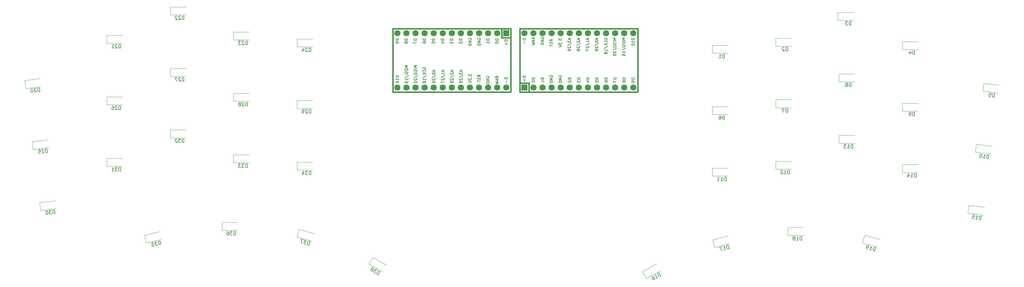
<source format=gbo>
G04 #@! TF.GenerationSoftware,KiCad,Pcbnew,9.0.4*
G04 #@! TF.CreationDate,2025-09-15T12:20:14-04:00*
G04 #@! TF.ProjectId,zen,7a656e2e-6b69-4636-9164-5f7063625858,rev?*
G04 #@! TF.SameCoordinates,Original*
G04 #@! TF.FileFunction,Legend,Bot*
G04 #@! TF.FilePolarity,Positive*
%FSLAX46Y46*%
G04 Gerber Fmt 4.6, Leading zero omitted, Abs format (unit mm)*
G04 Created by KiCad (PCBNEW 9.0.4) date 2025-09-15 12:20:14*
%MOMM*%
%LPD*%
G01*
G04 APERTURE LIST*
%ADD10C,0.150000*%
%ADD11C,0.120000*%
%ADD12C,0.381000*%
%ADD13C,1.752600*%
%ADD14R,1.752600X1.752600*%
G04 APERTURE END LIST*
D10*
X119902852Y-164700560D02*
X119644033Y-163734634D01*
X119644033Y-163734634D02*
X119414051Y-163796257D01*
X119414051Y-163796257D02*
X119288386Y-163879228D01*
X119288386Y-163879228D02*
X119221043Y-163995870D01*
X119221043Y-163995870D02*
X119199696Y-164100188D01*
X119199696Y-164100188D02*
X119202998Y-164296499D01*
X119202998Y-164296499D02*
X119239972Y-164434488D01*
X119239972Y-164434488D02*
X119335268Y-164606149D01*
X119335268Y-164606149D02*
X119405913Y-164685817D01*
X119405913Y-164685817D02*
X119522556Y-164753161D01*
X119522556Y-164753161D02*
X119672870Y-164762183D01*
X119672870Y-164762183D02*
X119902852Y-164700560D01*
X118770100Y-163968803D02*
X118172146Y-164129025D01*
X118172146Y-164129025D02*
X118592719Y-164410724D01*
X118592719Y-164410724D02*
X118454730Y-164447698D01*
X118454730Y-164447698D02*
X118375062Y-164518344D01*
X118375062Y-164518344D02*
X118341390Y-164576665D01*
X118341390Y-164576665D02*
X118320043Y-164680982D01*
X118320043Y-164680982D02*
X118381666Y-164910965D01*
X118381666Y-164910965D02*
X118452312Y-164990633D01*
X118452312Y-164990633D02*
X118510634Y-165024305D01*
X118510634Y-165024305D02*
X118614951Y-165045652D01*
X118614951Y-165045652D02*
X118890930Y-164971703D01*
X118890930Y-164971703D02*
X118970598Y-164901058D01*
X118970598Y-164901058D02*
X119004270Y-164842736D01*
X117298213Y-164363194D02*
X117758178Y-164239947D01*
X117758178Y-164239947D02*
X117927422Y-164687587D01*
X117927422Y-164687587D02*
X117869100Y-164653915D01*
X117869100Y-164653915D02*
X117764783Y-164632568D01*
X117764783Y-164632568D02*
X117534800Y-164694192D01*
X117534800Y-164694192D02*
X117455132Y-164764838D01*
X117455132Y-164764838D02*
X117421461Y-164823159D01*
X117421461Y-164823159D02*
X117400113Y-164927477D01*
X117400113Y-164927477D02*
X117461737Y-165157459D01*
X117461737Y-165157459D02*
X117532383Y-165237127D01*
X117532383Y-165237127D02*
X117590704Y-165270799D01*
X117590704Y-165270799D02*
X117695022Y-165292146D01*
X117695022Y-165292146D02*
X117925004Y-165230523D01*
X117925004Y-165230523D02*
X118004672Y-165159877D01*
X118004672Y-165159877D02*
X118038344Y-165101555D01*
X140854285Y-162104819D02*
X140854285Y-161104819D01*
X140854285Y-161104819D02*
X140616190Y-161104819D01*
X140616190Y-161104819D02*
X140473333Y-161152438D01*
X140473333Y-161152438D02*
X140378095Y-161247676D01*
X140378095Y-161247676D02*
X140330476Y-161342914D01*
X140330476Y-161342914D02*
X140282857Y-161533390D01*
X140282857Y-161533390D02*
X140282857Y-161676247D01*
X140282857Y-161676247D02*
X140330476Y-161866723D01*
X140330476Y-161866723D02*
X140378095Y-161961961D01*
X140378095Y-161961961D02*
X140473333Y-162057200D01*
X140473333Y-162057200D02*
X140616190Y-162104819D01*
X140616190Y-162104819D02*
X140854285Y-162104819D01*
X139949523Y-161104819D02*
X139330476Y-161104819D01*
X139330476Y-161104819D02*
X139663809Y-161485771D01*
X139663809Y-161485771D02*
X139520952Y-161485771D01*
X139520952Y-161485771D02*
X139425714Y-161533390D01*
X139425714Y-161533390D02*
X139378095Y-161581009D01*
X139378095Y-161581009D02*
X139330476Y-161676247D01*
X139330476Y-161676247D02*
X139330476Y-161914342D01*
X139330476Y-161914342D02*
X139378095Y-162009580D01*
X139378095Y-162009580D02*
X139425714Y-162057200D01*
X139425714Y-162057200D02*
X139520952Y-162104819D01*
X139520952Y-162104819D02*
X139806666Y-162104819D01*
X139806666Y-162104819D02*
X139901904Y-162057200D01*
X139901904Y-162057200D02*
X139949523Y-162009580D01*
X138473333Y-161104819D02*
X138663809Y-161104819D01*
X138663809Y-161104819D02*
X138759047Y-161152438D01*
X138759047Y-161152438D02*
X138806666Y-161200057D01*
X138806666Y-161200057D02*
X138901904Y-161342914D01*
X138901904Y-161342914D02*
X138949523Y-161533390D01*
X138949523Y-161533390D02*
X138949523Y-161914342D01*
X138949523Y-161914342D02*
X138901904Y-162009580D01*
X138901904Y-162009580D02*
X138854285Y-162057200D01*
X138854285Y-162057200D02*
X138759047Y-162104819D01*
X138759047Y-162104819D02*
X138568571Y-162104819D01*
X138568571Y-162104819D02*
X138473333Y-162057200D01*
X138473333Y-162057200D02*
X138425714Y-162009580D01*
X138425714Y-162009580D02*
X138378095Y-161914342D01*
X138378095Y-161914342D02*
X138378095Y-161676247D01*
X138378095Y-161676247D02*
X138425714Y-161581009D01*
X138425714Y-161581009D02*
X138473333Y-161533390D01*
X138473333Y-161533390D02*
X138568571Y-161485771D01*
X138568571Y-161485771D02*
X138759047Y-161485771D01*
X138759047Y-161485771D02*
X138854285Y-161533390D01*
X138854285Y-161533390D02*
X138901904Y-161581009D01*
X138901904Y-161581009D02*
X138949523Y-161676247D01*
X161372212Y-164969007D02*
X161631031Y-164003081D01*
X161631031Y-164003081D02*
X161401048Y-163941458D01*
X161401048Y-163941458D02*
X161250734Y-163950480D01*
X161250734Y-163950480D02*
X161134092Y-164017824D01*
X161134092Y-164017824D02*
X161063446Y-164097492D01*
X161063446Y-164097492D02*
X160968151Y-164269153D01*
X160968151Y-164269153D02*
X160931176Y-164407142D01*
X160931176Y-164407142D02*
X160927874Y-164603453D01*
X160927874Y-164603453D02*
X160949221Y-164707771D01*
X160949221Y-164707771D02*
X161016565Y-164824413D01*
X161016565Y-164824413D02*
X161142229Y-164907384D01*
X161142229Y-164907384D02*
X161372212Y-164969007D01*
X160757098Y-163768912D02*
X160159144Y-163608690D01*
X160159144Y-163608690D02*
X160382521Y-164062935D01*
X160382521Y-164062935D02*
X160244532Y-164025961D01*
X160244532Y-164025961D02*
X160140214Y-164047308D01*
X160140214Y-164047308D02*
X160081893Y-164080980D01*
X160081893Y-164080980D02*
X160011247Y-164160648D01*
X160011247Y-164160648D02*
X159949624Y-164390630D01*
X159949624Y-164390630D02*
X159970971Y-164494948D01*
X159970971Y-164494948D02*
X160004642Y-164553269D01*
X160004642Y-164553269D02*
X160084311Y-164623915D01*
X160084311Y-164623915D02*
X160360289Y-164697863D01*
X160360289Y-164697863D02*
X160464607Y-164676516D01*
X160464607Y-164676516D02*
X160522928Y-164642845D01*
X159837168Y-163522417D02*
X159193218Y-163349871D01*
X159193218Y-163349871D02*
X159348367Y-164426720D01*
X259884012Y-173545171D02*
X259384012Y-172679146D01*
X259384012Y-172679146D02*
X259177816Y-172798194D01*
X259177816Y-172798194D02*
X259077907Y-172910862D01*
X259077907Y-172910862D02*
X259043048Y-173040959D01*
X259043048Y-173040959D02*
X259049428Y-173147247D01*
X259049428Y-173147247D02*
X259103426Y-173336014D01*
X259103426Y-173336014D02*
X259174855Y-173459732D01*
X259174855Y-173459732D02*
X259311332Y-173600880D01*
X259311332Y-173600880D02*
X259400191Y-173659549D01*
X259400191Y-173659549D02*
X259530288Y-173694408D01*
X259530288Y-173694408D02*
X259677816Y-173664219D01*
X259677816Y-173664219D02*
X259884012Y-173545171D01*
X258564355Y-174307076D02*
X259059226Y-174021362D01*
X258811790Y-174164219D02*
X258311790Y-173298194D01*
X258311790Y-173298194D02*
X258465698Y-173374293D01*
X258465698Y-173374293D02*
X258595795Y-173409152D01*
X258595795Y-173409152D02*
X258702083Y-173402772D01*
X257322047Y-173869622D02*
X257487004Y-173774384D01*
X257487004Y-173774384D02*
X257593292Y-173768004D01*
X257593292Y-173768004D02*
X257658341Y-173785434D01*
X257658341Y-173785434D02*
X257812248Y-173861533D01*
X257812248Y-173861533D02*
X257948726Y-174002681D01*
X257948726Y-174002681D02*
X258139202Y-174332595D01*
X258139202Y-174332595D02*
X258145582Y-174438883D01*
X258145582Y-174438883D02*
X258128152Y-174503932D01*
X258128152Y-174503932D02*
X258069483Y-174592791D01*
X258069483Y-174592791D02*
X257904526Y-174688029D01*
X257904526Y-174688029D02*
X257798238Y-174694408D01*
X257798238Y-174694408D02*
X257733189Y-174676979D01*
X257733189Y-174676979D02*
X257644330Y-174618310D01*
X257644330Y-174618310D02*
X257525283Y-174412113D01*
X257525283Y-174412113D02*
X257518903Y-174305825D01*
X257518903Y-174305825D02*
X257536333Y-174240776D01*
X257536333Y-174240776D02*
X257595002Y-174151918D01*
X257595002Y-174151918D02*
X257759959Y-174056680D01*
X257759959Y-174056680D02*
X257866247Y-174050300D01*
X257866247Y-174050300D02*
X257931296Y-174067730D01*
X257931296Y-174067730D02*
X258020154Y-174126399D01*
X279008872Y-165908745D02*
X278750053Y-164942819D01*
X278750053Y-164942819D02*
X278520071Y-165004442D01*
X278520071Y-165004442D02*
X278394406Y-165087413D01*
X278394406Y-165087413D02*
X278327063Y-165204055D01*
X278327063Y-165204055D02*
X278305716Y-165308373D01*
X278305716Y-165308373D02*
X278309018Y-165504684D01*
X278309018Y-165504684D02*
X278345992Y-165642673D01*
X278345992Y-165642673D02*
X278441288Y-165814334D01*
X278441288Y-165814334D02*
X278511933Y-165894002D01*
X278511933Y-165894002D02*
X278628576Y-165961346D01*
X278628576Y-165961346D02*
X278778890Y-165970368D01*
X278778890Y-165970368D02*
X279008872Y-165908745D01*
X277536985Y-166303136D02*
X278088943Y-166155239D01*
X277812964Y-166229187D02*
X277554145Y-165263261D01*
X277554145Y-165263261D02*
X277683112Y-165376601D01*
X277683112Y-165376601D02*
X277799755Y-165443945D01*
X277799755Y-165443945D02*
X277904072Y-165465292D01*
X276956191Y-165423483D02*
X276312240Y-165596029D01*
X276312240Y-165596029D02*
X276985028Y-166451032D01*
X86041953Y-121811371D02*
X85920083Y-120818825D01*
X85920083Y-120818825D02*
X85683763Y-120847842D01*
X85683763Y-120847842D02*
X85547774Y-120912516D01*
X85547774Y-120912516D02*
X85464852Y-121018650D01*
X85464852Y-121018650D02*
X85429195Y-121118982D01*
X85429195Y-121118982D02*
X85405144Y-121313842D01*
X85405144Y-121313842D02*
X85422554Y-121455634D01*
X85422554Y-121455634D02*
X85493031Y-121638887D01*
X85493031Y-121638887D02*
X85551902Y-121727612D01*
X85551902Y-121727612D02*
X85658037Y-121810534D01*
X85658037Y-121810534D02*
X85805632Y-121840388D01*
X85805632Y-121840388D02*
X86041953Y-121811371D01*
X84986408Y-121029419D02*
X84933340Y-120987958D01*
X84933340Y-120987958D02*
X84833009Y-120952301D01*
X84833009Y-120952301D02*
X84596688Y-120981317D01*
X84596688Y-120981317D02*
X84507964Y-121040188D01*
X84507964Y-121040188D02*
X84466503Y-121093256D01*
X84466503Y-121093256D02*
X84430845Y-121193587D01*
X84430845Y-121193587D02*
X84442452Y-121288115D01*
X84442452Y-121288115D02*
X84507126Y-121424104D01*
X84507126Y-121424104D02*
X85143935Y-121921634D01*
X85143935Y-121921634D02*
X84529501Y-121997077D01*
X83793199Y-121079974D02*
X83698670Y-121091580D01*
X83698670Y-121091580D02*
X83609946Y-121150451D01*
X83609946Y-121150451D02*
X83568485Y-121203518D01*
X83568485Y-121203518D02*
X83532827Y-121303850D01*
X83532827Y-121303850D02*
X83508776Y-121498710D01*
X83508776Y-121498710D02*
X83537793Y-121735030D01*
X83537793Y-121735030D02*
X83608270Y-121918283D01*
X83608270Y-121918283D02*
X83667141Y-122007008D01*
X83667141Y-122007008D02*
X83720208Y-122048469D01*
X83720208Y-122048469D02*
X83820540Y-122084126D01*
X83820540Y-122084126D02*
X83915068Y-122072520D01*
X83915068Y-122072520D02*
X84003793Y-122013649D01*
X84003793Y-122013649D02*
X84045254Y-121960582D01*
X84045254Y-121960582D02*
X84080911Y-121860250D01*
X84080911Y-121860250D02*
X84104962Y-121665390D01*
X84104962Y-121665390D02*
X84075946Y-121429070D01*
X84075946Y-121429070D02*
X84005468Y-121245817D01*
X84005468Y-121245817D02*
X83946598Y-121157092D01*
X83946598Y-121157092D02*
X83893530Y-121115631D01*
X83893530Y-121115631D02*
X83793199Y-121079974D01*
X88144200Y-138932792D02*
X88022330Y-137940246D01*
X88022330Y-137940246D02*
X87786010Y-137969263D01*
X87786010Y-137969263D02*
X87650021Y-138033937D01*
X87650021Y-138033937D02*
X87567099Y-138140071D01*
X87567099Y-138140071D02*
X87531442Y-138240403D01*
X87531442Y-138240403D02*
X87507391Y-138435263D01*
X87507391Y-138435263D02*
X87524801Y-138577055D01*
X87524801Y-138577055D02*
X87595278Y-138760308D01*
X87595278Y-138760308D02*
X87654149Y-138849033D01*
X87654149Y-138849033D02*
X87760284Y-138931955D01*
X87760284Y-138931955D02*
X87907879Y-138961809D01*
X87907879Y-138961809D02*
X88144200Y-138932792D01*
X87088655Y-138150840D02*
X87035587Y-138109379D01*
X87035587Y-138109379D02*
X86935256Y-138073722D01*
X86935256Y-138073722D02*
X86698935Y-138102738D01*
X86698935Y-138102738D02*
X86610211Y-138161609D01*
X86610211Y-138161609D02*
X86568750Y-138214677D01*
X86568750Y-138214677D02*
X86533092Y-138315008D01*
X86533092Y-138315008D02*
X86544699Y-138409536D01*
X86544699Y-138409536D02*
X86609373Y-138545525D01*
X86609373Y-138545525D02*
X87246182Y-139043055D01*
X87246182Y-139043055D02*
X86631748Y-139118498D01*
X85611861Y-138236214D02*
X86084502Y-138178181D01*
X86084502Y-138178181D02*
X86189799Y-138645019D01*
X86189799Y-138645019D02*
X86136732Y-138603558D01*
X86136732Y-138603558D02*
X86036400Y-138567901D01*
X86036400Y-138567901D02*
X85800080Y-138596917D01*
X85800080Y-138596917D02*
X85711355Y-138655788D01*
X85711355Y-138655788D02*
X85669894Y-138708855D01*
X85669894Y-138708855D02*
X85634237Y-138809187D01*
X85634237Y-138809187D02*
X85663253Y-139045507D01*
X85663253Y-139045507D02*
X85722124Y-139134232D01*
X85722124Y-139134232D02*
X85775191Y-139175693D01*
X85775191Y-139175693D02*
X85875523Y-139211351D01*
X85875523Y-139211351D02*
X86111843Y-139182334D01*
X86111843Y-139182334D02*
X86200568Y-139123463D01*
X86200568Y-139123463D02*
X86242029Y-139070396D01*
X90246446Y-156054213D02*
X90124576Y-155061667D01*
X90124576Y-155061667D02*
X89888256Y-155090684D01*
X89888256Y-155090684D02*
X89752267Y-155155358D01*
X89752267Y-155155358D02*
X89669345Y-155261492D01*
X89669345Y-155261492D02*
X89633688Y-155361824D01*
X89633688Y-155361824D02*
X89609637Y-155556684D01*
X89609637Y-155556684D02*
X89627047Y-155698476D01*
X89627047Y-155698476D02*
X89697524Y-155881729D01*
X89697524Y-155881729D02*
X89756395Y-155970454D01*
X89756395Y-155970454D02*
X89862530Y-156053376D01*
X89862530Y-156053376D02*
X90010125Y-156083230D01*
X90010125Y-156083230D02*
X90246446Y-156054213D01*
X89226558Y-155171930D02*
X88612125Y-155247373D01*
X88612125Y-155247373D02*
X88989400Y-155584862D01*
X88989400Y-155584862D02*
X88847608Y-155602272D01*
X88847608Y-155602272D02*
X88758883Y-155661143D01*
X88758883Y-155661143D02*
X88717422Y-155714210D01*
X88717422Y-155714210D02*
X88681765Y-155814542D01*
X88681765Y-155814542D02*
X88710781Y-156050862D01*
X88710781Y-156050862D02*
X88769652Y-156139587D01*
X88769652Y-156139587D02*
X88822719Y-156181048D01*
X88822719Y-156181048D02*
X88923051Y-156216706D01*
X88923051Y-156216706D02*
X89206635Y-156181886D01*
X89206635Y-156181886D02*
X89295360Y-156123015D01*
X89295360Y-156123015D02*
X89336821Y-156069948D01*
X87997692Y-155322816D02*
X87903163Y-155334422D01*
X87903163Y-155334422D02*
X87814439Y-155393293D01*
X87814439Y-155393293D02*
X87772978Y-155446360D01*
X87772978Y-155446360D02*
X87737320Y-155546692D01*
X87737320Y-155546692D02*
X87713269Y-155741552D01*
X87713269Y-155741552D02*
X87742286Y-155977872D01*
X87742286Y-155977872D02*
X87812763Y-156161125D01*
X87812763Y-156161125D02*
X87871634Y-156249850D01*
X87871634Y-156249850D02*
X87924701Y-156291311D01*
X87924701Y-156291311D02*
X88025033Y-156326968D01*
X88025033Y-156326968D02*
X88119561Y-156315362D01*
X88119561Y-156315362D02*
X88208286Y-156256491D01*
X88208286Y-156256491D02*
X88249747Y-156203424D01*
X88249747Y-156203424D02*
X88285404Y-156103092D01*
X88285404Y-156103092D02*
X88309455Y-155908232D01*
X88309455Y-155908232D02*
X88280439Y-155671912D01*
X88280439Y-155671912D02*
X88209961Y-155488659D01*
X88209961Y-155488659D02*
X88151091Y-155399934D01*
X88151091Y-155399934D02*
X88098023Y-155358473D01*
X88098023Y-155358473D02*
X87997692Y-155322816D01*
X319730089Y-166597305D02*
X319988908Y-165631379D01*
X319988908Y-165631379D02*
X319758925Y-165569756D01*
X319758925Y-165569756D02*
X319608611Y-165578778D01*
X319608611Y-165578778D02*
X319491969Y-165646122D01*
X319491969Y-165646122D02*
X319421323Y-165725790D01*
X319421323Y-165725790D02*
X319326028Y-165897451D01*
X319326028Y-165897451D02*
X319289053Y-166035440D01*
X319289053Y-166035440D02*
X319285751Y-166231751D01*
X319285751Y-166231751D02*
X319307098Y-166336069D01*
X319307098Y-166336069D02*
X319374442Y-166452711D01*
X319374442Y-166452711D02*
X319500106Y-166535682D01*
X319500106Y-166535682D02*
X319730089Y-166597305D01*
X318258202Y-166202914D02*
X318810159Y-166350811D01*
X318534180Y-166276863D02*
X318793000Y-165310937D01*
X318793000Y-165310937D02*
X318848018Y-165473576D01*
X318848018Y-165473576D02*
X318915362Y-165590218D01*
X318915362Y-165590218D02*
X318995030Y-165660864D01*
X317798237Y-166079667D02*
X317614251Y-166030368D01*
X317614251Y-166030368D02*
X317534583Y-165959722D01*
X317534583Y-165959722D02*
X317500911Y-165901401D01*
X317500911Y-165901401D02*
X317445892Y-165738762D01*
X317445892Y-165738762D02*
X317449195Y-165542452D01*
X317449195Y-165542452D02*
X317547792Y-165174480D01*
X317547792Y-165174480D02*
X317618438Y-165094812D01*
X317618438Y-165094812D02*
X317676760Y-165061140D01*
X317676760Y-165061140D02*
X317781077Y-165039793D01*
X317781077Y-165039793D02*
X317965063Y-165089092D01*
X317965063Y-165089092D02*
X318044731Y-165159738D01*
X318044731Y-165159738D02*
X318078403Y-165218059D01*
X318078403Y-165218059D02*
X318099750Y-165322377D01*
X318099750Y-165322377D02*
X318038126Y-165552359D01*
X318038126Y-165552359D02*
X317967481Y-165632027D01*
X317967481Y-165632027D02*
X317909159Y-165665699D01*
X317909159Y-165665699D02*
X317804842Y-165687046D01*
X317804842Y-165687046D02*
X317620856Y-165637747D01*
X317620856Y-165637747D02*
X317541188Y-165567101D01*
X317541188Y-165567101D02*
X317507516Y-165508780D01*
X317507516Y-165508780D02*
X317486169Y-165404462D01*
X349483821Y-157777348D02*
X349605690Y-156784801D01*
X349605690Y-156784801D02*
X349369369Y-156755785D01*
X349369369Y-156755785D02*
X349221774Y-156785639D01*
X349221774Y-156785639D02*
X349115639Y-156868561D01*
X349115639Y-156868561D02*
X349056768Y-156957286D01*
X349056768Y-156957286D02*
X348986291Y-157140539D01*
X348986291Y-157140539D02*
X348968881Y-157282331D01*
X348968881Y-157282331D02*
X348992932Y-157477191D01*
X348992932Y-157477191D02*
X349028590Y-157577522D01*
X349028590Y-157577522D02*
X349111511Y-157683657D01*
X349111511Y-157683657D02*
X349247500Y-157748331D01*
X349247500Y-157748331D02*
X349483821Y-157777348D01*
X347971369Y-157591642D02*
X348538539Y-157661282D01*
X348254954Y-157626462D02*
X348376823Y-156633916D01*
X348376823Y-156633916D02*
X348453942Y-156787315D01*
X348453942Y-156787315D02*
X348536863Y-156893449D01*
X348536863Y-156893449D02*
X348625588Y-156952320D01*
X347195221Y-156488833D02*
X347667862Y-156546866D01*
X347667862Y-156546866D02*
X347657093Y-157025310D01*
X347657093Y-157025310D02*
X347615632Y-156972243D01*
X347615632Y-156972243D02*
X347526907Y-156913372D01*
X347526907Y-156913372D02*
X347290587Y-156884356D01*
X347290587Y-156884356D02*
X347190255Y-156920013D01*
X347190255Y-156920013D02*
X347137188Y-156961474D01*
X347137188Y-156961474D02*
X347078317Y-157050199D01*
X347078317Y-157050199D02*
X347049300Y-157286519D01*
X347049300Y-157286519D02*
X347084958Y-157386851D01*
X347084958Y-157386851D02*
X347126419Y-157439918D01*
X347126419Y-157439918D02*
X347215144Y-157498789D01*
X347215144Y-157498789D02*
X347451464Y-157527806D01*
X347451464Y-157527806D02*
X347551796Y-157492148D01*
X347551796Y-157492148D02*
X347604863Y-157450687D01*
X353215672Y-123476472D02*
X353337541Y-122483925D01*
X353337541Y-122483925D02*
X353101221Y-122454909D01*
X353101221Y-122454909D02*
X352953625Y-122484763D01*
X352953625Y-122484763D02*
X352847491Y-122567685D01*
X352847491Y-122567685D02*
X352788620Y-122656410D01*
X352788620Y-122656410D02*
X352718143Y-122839663D01*
X352718143Y-122839663D02*
X352700733Y-122981455D01*
X352700733Y-122981455D02*
X352724784Y-123176315D01*
X352724784Y-123176315D02*
X352760441Y-123276646D01*
X352760441Y-123276646D02*
X352843363Y-123382781D01*
X352843363Y-123382781D02*
X352979352Y-123447455D01*
X352979352Y-123447455D02*
X353215672Y-123476472D01*
X351872354Y-122304023D02*
X352344995Y-122362056D01*
X352344995Y-122362056D02*
X352334226Y-122840500D01*
X352334226Y-122840500D02*
X352292766Y-122787433D01*
X352292766Y-122787433D02*
X352204041Y-122728562D01*
X352204041Y-122728562D02*
X351967720Y-122699546D01*
X351967720Y-122699546D02*
X351867389Y-122735203D01*
X351867389Y-122735203D02*
X351814321Y-122776664D01*
X351814321Y-122776664D02*
X351755451Y-122865389D01*
X351755451Y-122865389D02*
X351726434Y-123101709D01*
X351726434Y-123101709D02*
X351762092Y-123202041D01*
X351762092Y-123202041D02*
X351803552Y-123255108D01*
X351803552Y-123255108D02*
X351892277Y-123313979D01*
X351892277Y-123313979D02*
X352128598Y-123342996D01*
X352128598Y-123342996D02*
X352228929Y-123307338D01*
X352228929Y-123307338D02*
X352281997Y-123265877D01*
X351586067Y-140655926D02*
X351707936Y-139663379D01*
X351707936Y-139663379D02*
X351471615Y-139634363D01*
X351471615Y-139634363D02*
X351324020Y-139664217D01*
X351324020Y-139664217D02*
X351217885Y-139747139D01*
X351217885Y-139747139D02*
X351159014Y-139835864D01*
X351159014Y-139835864D02*
X351088537Y-140019117D01*
X351088537Y-140019117D02*
X351071127Y-140160909D01*
X351071127Y-140160909D02*
X351095178Y-140355769D01*
X351095178Y-140355769D02*
X351130836Y-140456100D01*
X351130836Y-140456100D02*
X351213757Y-140562235D01*
X351213757Y-140562235D02*
X351349746Y-140626909D01*
X351349746Y-140626909D02*
X351586067Y-140655926D01*
X350073615Y-140470220D02*
X350640785Y-140539860D01*
X350357200Y-140505040D02*
X350479069Y-139512494D01*
X350479069Y-139512494D02*
X350556188Y-139665893D01*
X350556188Y-139665893D02*
X350639109Y-139772027D01*
X350639109Y-139772027D02*
X350727834Y-139830898D01*
X349581051Y-139402231D02*
X349486523Y-139390624D01*
X349486523Y-139390624D02*
X349386192Y-139426282D01*
X349386192Y-139426282D02*
X349333124Y-139467743D01*
X349333124Y-139467743D02*
X349274254Y-139556467D01*
X349274254Y-139556467D02*
X349203776Y-139739721D01*
X349203776Y-139739721D02*
X349174760Y-139976041D01*
X349174760Y-139976041D02*
X349198811Y-140170901D01*
X349198811Y-140170901D02*
X349234468Y-140271232D01*
X349234468Y-140271232D02*
X349275929Y-140324300D01*
X349275929Y-140324300D02*
X349364654Y-140383170D01*
X349364654Y-140383170D02*
X349459182Y-140394777D01*
X349459182Y-140394777D02*
X349559514Y-140359120D01*
X349559514Y-140359120D02*
X349612581Y-140317659D01*
X349612581Y-140317659D02*
X349671452Y-140228934D01*
X349671452Y-140228934D02*
X349741929Y-140045681D01*
X349741929Y-140045681D02*
X349770945Y-139809360D01*
X349770945Y-139809360D02*
X349746895Y-139614500D01*
X349746895Y-139614500D02*
X349711237Y-139514169D01*
X349711237Y-139514169D02*
X349669776Y-139461102D01*
X349669776Y-139461102D02*
X349581051Y-139402231D01*
X211100390Y-117997153D02*
X211062295Y-117920963D01*
X211062295Y-117920963D02*
X211062295Y-117806677D01*
X211062295Y-117806677D02*
X211100390Y-117692391D01*
X211100390Y-117692391D02*
X211176580Y-117616201D01*
X211176580Y-117616201D02*
X211252771Y-117578106D01*
X211252771Y-117578106D02*
X211405152Y-117540010D01*
X211405152Y-117540010D02*
X211519438Y-117540010D01*
X211519438Y-117540010D02*
X211671819Y-117578106D01*
X211671819Y-117578106D02*
X211748009Y-117616201D01*
X211748009Y-117616201D02*
X211824200Y-117692391D01*
X211824200Y-117692391D02*
X211862295Y-117806677D01*
X211862295Y-117806677D02*
X211862295Y-117882868D01*
X211862295Y-117882868D02*
X211824200Y-117997153D01*
X211824200Y-117997153D02*
X211786104Y-118035249D01*
X211786104Y-118035249D02*
X211519438Y-118035249D01*
X211519438Y-118035249D02*
X211519438Y-117882868D01*
X211862295Y-118378106D02*
X211062295Y-118378106D01*
X211062295Y-118378106D02*
X211862295Y-118835249D01*
X211862295Y-118835249D02*
X211062295Y-118835249D01*
X211862295Y-119216201D02*
X211062295Y-119216201D01*
X211062295Y-119216201D02*
X211062295Y-119406677D01*
X211062295Y-119406677D02*
X211100390Y-119520963D01*
X211100390Y-119520963D02*
X211176580Y-119597153D01*
X211176580Y-119597153D02*
X211252771Y-119635248D01*
X211252771Y-119635248D02*
X211405152Y-119673344D01*
X211405152Y-119673344D02*
X211519438Y-119673344D01*
X211519438Y-119673344D02*
X211671819Y-119635248D01*
X211671819Y-119635248D02*
X211748009Y-119597153D01*
X211748009Y-119597153D02*
X211824200Y-119520963D01*
X211824200Y-119520963D02*
X211862295Y-119406677D01*
X211862295Y-119406677D02*
X211862295Y-119216201D01*
X194044200Y-115025552D02*
X194082295Y-115139838D01*
X194082295Y-115139838D02*
X194082295Y-115330314D01*
X194082295Y-115330314D02*
X194044200Y-115406505D01*
X194044200Y-115406505D02*
X194006104Y-115444600D01*
X194006104Y-115444600D02*
X193929914Y-115482695D01*
X193929914Y-115482695D02*
X193853723Y-115482695D01*
X193853723Y-115482695D02*
X193777533Y-115444600D01*
X193777533Y-115444600D02*
X193739438Y-115406505D01*
X193739438Y-115406505D02*
X193701342Y-115330314D01*
X193701342Y-115330314D02*
X193663247Y-115177933D01*
X193663247Y-115177933D02*
X193625152Y-115101743D01*
X193625152Y-115101743D02*
X193587057Y-115063648D01*
X193587057Y-115063648D02*
X193510866Y-115025552D01*
X193510866Y-115025552D02*
X193434676Y-115025552D01*
X193434676Y-115025552D02*
X193358485Y-115063648D01*
X193358485Y-115063648D02*
X193320390Y-115101743D01*
X193320390Y-115101743D02*
X193282295Y-115177933D01*
X193282295Y-115177933D02*
X193282295Y-115368410D01*
X193282295Y-115368410D02*
X193320390Y-115482695D01*
X194006104Y-116282696D02*
X194044200Y-116244600D01*
X194044200Y-116244600D02*
X194082295Y-116130315D01*
X194082295Y-116130315D02*
X194082295Y-116054124D01*
X194082295Y-116054124D02*
X194044200Y-115939838D01*
X194044200Y-115939838D02*
X193968009Y-115863648D01*
X193968009Y-115863648D02*
X193891819Y-115825553D01*
X193891819Y-115825553D02*
X193739438Y-115787457D01*
X193739438Y-115787457D02*
X193625152Y-115787457D01*
X193625152Y-115787457D02*
X193472771Y-115825553D01*
X193472771Y-115825553D02*
X193396580Y-115863648D01*
X193396580Y-115863648D02*
X193320390Y-115939838D01*
X193320390Y-115939838D02*
X193282295Y-116054124D01*
X193282295Y-116054124D02*
X193282295Y-116130315D01*
X193282295Y-116130315D02*
X193320390Y-116244600D01*
X193320390Y-116244600D02*
X193358485Y-116282696D01*
X194082295Y-116625553D02*
X193282295Y-116625553D01*
X194082295Y-117082696D02*
X193625152Y-116739838D01*
X193282295Y-117082696D02*
X193739438Y-116625553D01*
X193244200Y-117996981D02*
X194272771Y-117311267D01*
X194082295Y-118682695D02*
X194082295Y-118225552D01*
X194082295Y-118454124D02*
X193282295Y-118454124D01*
X193282295Y-118454124D02*
X193396580Y-118377933D01*
X193396580Y-118377933D02*
X193472771Y-118301743D01*
X193472771Y-118301743D02*
X193510866Y-118225552D01*
X193625152Y-119139838D02*
X193587057Y-119063648D01*
X193587057Y-119063648D02*
X193548961Y-119025553D01*
X193548961Y-119025553D02*
X193472771Y-118987457D01*
X193472771Y-118987457D02*
X193434676Y-118987457D01*
X193434676Y-118987457D02*
X193358485Y-119025553D01*
X193358485Y-119025553D02*
X193320390Y-119063648D01*
X193320390Y-119063648D02*
X193282295Y-119139838D01*
X193282295Y-119139838D02*
X193282295Y-119292219D01*
X193282295Y-119292219D02*
X193320390Y-119368410D01*
X193320390Y-119368410D02*
X193358485Y-119406505D01*
X193358485Y-119406505D02*
X193434676Y-119444600D01*
X193434676Y-119444600D02*
X193472771Y-119444600D01*
X193472771Y-119444600D02*
X193548961Y-119406505D01*
X193548961Y-119406505D02*
X193587057Y-119368410D01*
X193587057Y-119368410D02*
X193625152Y-119292219D01*
X193625152Y-119292219D02*
X193625152Y-119139838D01*
X193625152Y-119139838D02*
X193663247Y-119063648D01*
X193663247Y-119063648D02*
X193701342Y-119025553D01*
X193701342Y-119025553D02*
X193777533Y-118987457D01*
X193777533Y-118987457D02*
X193929914Y-118987457D01*
X193929914Y-118987457D02*
X194006104Y-119025553D01*
X194006104Y-119025553D02*
X194044200Y-119063648D01*
X194044200Y-119063648D02*
X194082295Y-119139838D01*
X194082295Y-119139838D02*
X194082295Y-119292219D01*
X194082295Y-119292219D02*
X194044200Y-119368410D01*
X194044200Y-119368410D02*
X194006104Y-119406505D01*
X194006104Y-119406505D02*
X193929914Y-119444600D01*
X193929914Y-119444600D02*
X193777533Y-119444600D01*
X193777533Y-119444600D02*
X193701342Y-119406505D01*
X193701342Y-119406505D02*
X193663247Y-119368410D01*
X193663247Y-119368410D02*
X193625152Y-119292219D01*
X208636590Y-107278353D02*
X208598495Y-107202163D01*
X208598495Y-107202163D02*
X208598495Y-107087877D01*
X208598495Y-107087877D02*
X208636590Y-106973591D01*
X208636590Y-106973591D02*
X208712780Y-106897401D01*
X208712780Y-106897401D02*
X208788971Y-106859306D01*
X208788971Y-106859306D02*
X208941352Y-106821210D01*
X208941352Y-106821210D02*
X209055638Y-106821210D01*
X209055638Y-106821210D02*
X209208019Y-106859306D01*
X209208019Y-106859306D02*
X209284209Y-106897401D01*
X209284209Y-106897401D02*
X209360400Y-106973591D01*
X209360400Y-106973591D02*
X209398495Y-107087877D01*
X209398495Y-107087877D02*
X209398495Y-107164068D01*
X209398495Y-107164068D02*
X209360400Y-107278353D01*
X209360400Y-107278353D02*
X209322304Y-107316449D01*
X209322304Y-107316449D02*
X209055638Y-107316449D01*
X209055638Y-107316449D02*
X209055638Y-107164068D01*
X209398495Y-107659306D02*
X208598495Y-107659306D01*
X208598495Y-107659306D02*
X209398495Y-108116449D01*
X209398495Y-108116449D02*
X208598495Y-108116449D01*
X209398495Y-108497401D02*
X208598495Y-108497401D01*
X208598495Y-108497401D02*
X208598495Y-108687877D01*
X208598495Y-108687877D02*
X208636590Y-108802163D01*
X208636590Y-108802163D02*
X208712780Y-108878353D01*
X208712780Y-108878353D02*
X208788971Y-108916448D01*
X208788971Y-108916448D02*
X208941352Y-108954544D01*
X208941352Y-108954544D02*
X209055638Y-108954544D01*
X209055638Y-108954544D02*
X209208019Y-108916448D01*
X209208019Y-108916448D02*
X209284209Y-108878353D01*
X209284209Y-108878353D02*
X209360400Y-108802163D01*
X209360400Y-108802163D02*
X209398495Y-108687877D01*
X209398495Y-108687877D02*
X209398495Y-108497401D01*
X201549923Y-115863695D02*
X201549923Y-116244648D01*
X201778495Y-115787505D02*
X200978495Y-116054172D01*
X200978495Y-116054172D02*
X201778495Y-116320838D01*
X201054685Y-116549409D02*
X201016590Y-116587505D01*
X201016590Y-116587505D02*
X200978495Y-116663695D01*
X200978495Y-116663695D02*
X200978495Y-116854171D01*
X200978495Y-116854171D02*
X201016590Y-116930362D01*
X201016590Y-116930362D02*
X201054685Y-116968457D01*
X201054685Y-116968457D02*
X201130876Y-117006552D01*
X201130876Y-117006552D02*
X201207066Y-117006552D01*
X201207066Y-117006552D02*
X201321352Y-116968457D01*
X201321352Y-116968457D02*
X201778495Y-116511314D01*
X201778495Y-116511314D02*
X201778495Y-117006552D01*
X200940400Y-117920838D02*
X201968971Y-117235124D01*
X201054685Y-118149409D02*
X201016590Y-118187505D01*
X201016590Y-118187505D02*
X200978495Y-118263695D01*
X200978495Y-118263695D02*
X200978495Y-118454171D01*
X200978495Y-118454171D02*
X201016590Y-118530362D01*
X201016590Y-118530362D02*
X201054685Y-118568457D01*
X201054685Y-118568457D02*
X201130876Y-118606552D01*
X201130876Y-118606552D02*
X201207066Y-118606552D01*
X201207066Y-118606552D02*
X201321352Y-118568457D01*
X201321352Y-118568457D02*
X201778495Y-118111314D01*
X201778495Y-118111314D02*
X201778495Y-118606552D01*
X201321352Y-119063695D02*
X201283257Y-118987505D01*
X201283257Y-118987505D02*
X201245161Y-118949410D01*
X201245161Y-118949410D02*
X201168971Y-118911314D01*
X201168971Y-118911314D02*
X201130876Y-118911314D01*
X201130876Y-118911314D02*
X201054685Y-118949410D01*
X201054685Y-118949410D02*
X201016590Y-118987505D01*
X201016590Y-118987505D02*
X200978495Y-119063695D01*
X200978495Y-119063695D02*
X200978495Y-119216076D01*
X200978495Y-119216076D02*
X201016590Y-119292267D01*
X201016590Y-119292267D02*
X201054685Y-119330362D01*
X201054685Y-119330362D02*
X201130876Y-119368457D01*
X201130876Y-119368457D02*
X201168971Y-119368457D01*
X201168971Y-119368457D02*
X201245161Y-119330362D01*
X201245161Y-119330362D02*
X201283257Y-119292267D01*
X201283257Y-119292267D02*
X201321352Y-119216076D01*
X201321352Y-119216076D02*
X201321352Y-119063695D01*
X201321352Y-119063695D02*
X201359447Y-118987505D01*
X201359447Y-118987505D02*
X201397542Y-118949410D01*
X201397542Y-118949410D02*
X201473733Y-118911314D01*
X201473733Y-118911314D02*
X201626114Y-118911314D01*
X201626114Y-118911314D02*
X201702304Y-118949410D01*
X201702304Y-118949410D02*
X201740400Y-118987505D01*
X201740400Y-118987505D02*
X201778495Y-119063695D01*
X201778495Y-119063695D02*
X201778495Y-119216076D01*
X201778495Y-119216076D02*
X201740400Y-119292267D01*
X201740400Y-119292267D02*
X201702304Y-119330362D01*
X201702304Y-119330362D02*
X201626114Y-119368457D01*
X201626114Y-119368457D02*
X201473733Y-119368457D01*
X201473733Y-119368457D02*
X201397542Y-119330362D01*
X201397542Y-119330362D02*
X201359447Y-119292267D01*
X201359447Y-119292267D02*
X201321352Y-119216076D01*
X199162295Y-107094201D02*
X198362295Y-107094201D01*
X198362295Y-107094201D02*
X198362295Y-107284677D01*
X198362295Y-107284677D02*
X198400390Y-107398963D01*
X198400390Y-107398963D02*
X198476580Y-107475153D01*
X198476580Y-107475153D02*
X198552771Y-107513248D01*
X198552771Y-107513248D02*
X198705152Y-107551344D01*
X198705152Y-107551344D02*
X198819438Y-107551344D01*
X198819438Y-107551344D02*
X198971819Y-107513248D01*
X198971819Y-107513248D02*
X199048009Y-107475153D01*
X199048009Y-107475153D02*
X199124200Y-107398963D01*
X199124200Y-107398963D02*
X199162295Y-107284677D01*
X199162295Y-107284677D02*
X199162295Y-107094201D01*
X198628961Y-108237058D02*
X199162295Y-108237058D01*
X198324200Y-108046582D02*
X198895628Y-107856105D01*
X198895628Y-107856105D02*
X198895628Y-108351344D01*
X196622295Y-107094201D02*
X195822295Y-107094201D01*
X195822295Y-107094201D02*
X195822295Y-107284677D01*
X195822295Y-107284677D02*
X195860390Y-107398963D01*
X195860390Y-107398963D02*
X195936580Y-107475153D01*
X195936580Y-107475153D02*
X196012771Y-107513248D01*
X196012771Y-107513248D02*
X196165152Y-107551344D01*
X196165152Y-107551344D02*
X196279438Y-107551344D01*
X196279438Y-107551344D02*
X196431819Y-107513248D01*
X196431819Y-107513248D02*
X196508009Y-107475153D01*
X196508009Y-107475153D02*
X196584200Y-107398963D01*
X196584200Y-107398963D02*
X196622295Y-107284677D01*
X196622295Y-107284677D02*
X196622295Y-107094201D01*
X195822295Y-108275153D02*
X195822295Y-107894201D01*
X195822295Y-107894201D02*
X196203247Y-107856105D01*
X196203247Y-107856105D02*
X196165152Y-107894201D01*
X196165152Y-107894201D02*
X196127057Y-107970391D01*
X196127057Y-107970391D02*
X196127057Y-108160867D01*
X196127057Y-108160867D02*
X196165152Y-108237058D01*
X196165152Y-108237058D02*
X196203247Y-108275153D01*
X196203247Y-108275153D02*
X196279438Y-108313248D01*
X196279438Y-108313248D02*
X196469914Y-108313248D01*
X196469914Y-108313248D02*
X196546104Y-108275153D01*
X196546104Y-108275153D02*
X196584200Y-108237058D01*
X196584200Y-108237058D02*
X196622295Y-108160867D01*
X196622295Y-108160867D02*
X196622295Y-107970391D01*
X196622295Y-107970391D02*
X196584200Y-107894201D01*
X196584200Y-107894201D02*
X196546104Y-107856105D01*
X216942295Y-117901915D02*
X216142295Y-117901915D01*
X216142295Y-117901915D02*
X216142295Y-118092391D01*
X216142295Y-118092391D02*
X216180390Y-118206677D01*
X216180390Y-118206677D02*
X216256580Y-118282867D01*
X216256580Y-118282867D02*
X216332771Y-118320962D01*
X216332771Y-118320962D02*
X216485152Y-118359058D01*
X216485152Y-118359058D02*
X216599438Y-118359058D01*
X216599438Y-118359058D02*
X216751819Y-118320962D01*
X216751819Y-118320962D02*
X216828009Y-118282867D01*
X216828009Y-118282867D02*
X216904200Y-118206677D01*
X216904200Y-118206677D02*
X216942295Y-118092391D01*
X216942295Y-118092391D02*
X216942295Y-117901915D01*
X216637533Y-118701915D02*
X216637533Y-119311439D01*
X209373095Y-117685982D02*
X208992142Y-117419315D01*
X209373095Y-117228839D02*
X208573095Y-117228839D01*
X208573095Y-117228839D02*
X208573095Y-117533601D01*
X208573095Y-117533601D02*
X208611190Y-117609791D01*
X208611190Y-117609791D02*
X208649285Y-117647886D01*
X208649285Y-117647886D02*
X208725476Y-117685982D01*
X208725476Y-117685982D02*
X208839761Y-117685982D01*
X208839761Y-117685982D02*
X208915952Y-117647886D01*
X208915952Y-117647886D02*
X208954047Y-117609791D01*
X208954047Y-117609791D02*
X208992142Y-117533601D01*
X208992142Y-117533601D02*
X208992142Y-117228839D01*
X209335000Y-117990743D02*
X209373095Y-118105029D01*
X209373095Y-118105029D02*
X209373095Y-118295505D01*
X209373095Y-118295505D02*
X209335000Y-118371696D01*
X209335000Y-118371696D02*
X209296904Y-118409791D01*
X209296904Y-118409791D02*
X209220714Y-118447886D01*
X209220714Y-118447886D02*
X209144523Y-118447886D01*
X209144523Y-118447886D02*
X209068333Y-118409791D01*
X209068333Y-118409791D02*
X209030238Y-118371696D01*
X209030238Y-118371696D02*
X208992142Y-118295505D01*
X208992142Y-118295505D02*
X208954047Y-118143124D01*
X208954047Y-118143124D02*
X208915952Y-118066934D01*
X208915952Y-118066934D02*
X208877857Y-118028839D01*
X208877857Y-118028839D02*
X208801666Y-117990743D01*
X208801666Y-117990743D02*
X208725476Y-117990743D01*
X208725476Y-117990743D02*
X208649285Y-118028839D01*
X208649285Y-118028839D02*
X208611190Y-118066934D01*
X208611190Y-118066934D02*
X208573095Y-118143124D01*
X208573095Y-118143124D02*
X208573095Y-118333601D01*
X208573095Y-118333601D02*
X208611190Y-118447886D01*
X208573095Y-118676458D02*
X208573095Y-119133601D01*
X209373095Y-118905029D02*
X208573095Y-118905029D01*
X194082295Y-107094201D02*
X193282295Y-107094201D01*
X193282295Y-107094201D02*
X193282295Y-107284677D01*
X193282295Y-107284677D02*
X193320390Y-107398963D01*
X193320390Y-107398963D02*
X193396580Y-107475153D01*
X193396580Y-107475153D02*
X193472771Y-107513248D01*
X193472771Y-107513248D02*
X193625152Y-107551344D01*
X193625152Y-107551344D02*
X193739438Y-107551344D01*
X193739438Y-107551344D02*
X193891819Y-107513248D01*
X193891819Y-107513248D02*
X193968009Y-107475153D01*
X193968009Y-107475153D02*
X194044200Y-107398963D01*
X194044200Y-107398963D02*
X194082295Y-107284677D01*
X194082295Y-107284677D02*
X194082295Y-107094201D01*
X193282295Y-108237058D02*
X193282295Y-108084677D01*
X193282295Y-108084677D02*
X193320390Y-108008486D01*
X193320390Y-108008486D02*
X193358485Y-107970391D01*
X193358485Y-107970391D02*
X193472771Y-107894201D01*
X193472771Y-107894201D02*
X193625152Y-107856105D01*
X193625152Y-107856105D02*
X193929914Y-107856105D01*
X193929914Y-107856105D02*
X194006104Y-107894201D01*
X194006104Y-107894201D02*
X194044200Y-107932296D01*
X194044200Y-107932296D02*
X194082295Y-108008486D01*
X194082295Y-108008486D02*
X194082295Y-108160867D01*
X194082295Y-108160867D02*
X194044200Y-108237058D01*
X194044200Y-108237058D02*
X194006104Y-108275153D01*
X194006104Y-108275153D02*
X193929914Y-108313248D01*
X193929914Y-108313248D02*
X193739438Y-108313248D01*
X193739438Y-108313248D02*
X193663247Y-108275153D01*
X193663247Y-108275153D02*
X193625152Y-108237058D01*
X193625152Y-108237058D02*
X193587057Y-108160867D01*
X193587057Y-108160867D02*
X193587057Y-108008486D01*
X193587057Y-108008486D02*
X193625152Y-107932296D01*
X193625152Y-107932296D02*
X193663247Y-107894201D01*
X193663247Y-107894201D02*
X193739438Y-107856105D01*
X201702295Y-107094201D02*
X200902295Y-107094201D01*
X200902295Y-107094201D02*
X200902295Y-107284677D01*
X200902295Y-107284677D02*
X200940390Y-107398963D01*
X200940390Y-107398963D02*
X201016580Y-107475153D01*
X201016580Y-107475153D02*
X201092771Y-107513248D01*
X201092771Y-107513248D02*
X201245152Y-107551344D01*
X201245152Y-107551344D02*
X201359438Y-107551344D01*
X201359438Y-107551344D02*
X201511819Y-107513248D01*
X201511819Y-107513248D02*
X201588009Y-107475153D01*
X201588009Y-107475153D02*
X201664200Y-107398963D01*
X201664200Y-107398963D02*
X201702295Y-107284677D01*
X201702295Y-107284677D02*
X201702295Y-107094201D01*
X200902295Y-107818010D02*
X200902295Y-108313248D01*
X200902295Y-108313248D02*
X201207057Y-108046582D01*
X201207057Y-108046582D02*
X201207057Y-108160867D01*
X201207057Y-108160867D02*
X201245152Y-108237058D01*
X201245152Y-108237058D02*
X201283247Y-108275153D01*
X201283247Y-108275153D02*
X201359438Y-108313248D01*
X201359438Y-108313248D02*
X201549914Y-108313248D01*
X201549914Y-108313248D02*
X201626104Y-108275153D01*
X201626104Y-108275153D02*
X201664200Y-108237058D01*
X201664200Y-108237058D02*
X201702295Y-108160867D01*
X201702295Y-108160867D02*
X201702295Y-107932296D01*
X201702295Y-107932296D02*
X201664200Y-107856105D01*
X201664200Y-107856105D02*
X201626104Y-107818010D01*
X214402295Y-107094201D02*
X213602295Y-107094201D01*
X213602295Y-107094201D02*
X213602295Y-107284677D01*
X213602295Y-107284677D02*
X213640390Y-107398963D01*
X213640390Y-107398963D02*
X213716580Y-107475153D01*
X213716580Y-107475153D02*
X213792771Y-107513248D01*
X213792771Y-107513248D02*
X213945152Y-107551344D01*
X213945152Y-107551344D02*
X214059438Y-107551344D01*
X214059438Y-107551344D02*
X214211819Y-107513248D01*
X214211819Y-107513248D02*
X214288009Y-107475153D01*
X214288009Y-107475153D02*
X214364200Y-107398963D01*
X214364200Y-107398963D02*
X214402295Y-107284677D01*
X214402295Y-107284677D02*
X214402295Y-107094201D01*
X213602295Y-108046582D02*
X213602295Y-108122772D01*
X213602295Y-108122772D02*
X213640390Y-108198963D01*
X213640390Y-108198963D02*
X213678485Y-108237058D01*
X213678485Y-108237058D02*
X213754676Y-108275153D01*
X213754676Y-108275153D02*
X213907057Y-108313248D01*
X213907057Y-108313248D02*
X214097533Y-108313248D01*
X214097533Y-108313248D02*
X214249914Y-108275153D01*
X214249914Y-108275153D02*
X214326104Y-108237058D01*
X214326104Y-108237058D02*
X214364200Y-108198963D01*
X214364200Y-108198963D02*
X214402295Y-108122772D01*
X214402295Y-108122772D02*
X214402295Y-108046582D01*
X214402295Y-108046582D02*
X214364200Y-107970391D01*
X214364200Y-107970391D02*
X214326104Y-107932296D01*
X214326104Y-107932296D02*
X214249914Y-107894201D01*
X214249914Y-107894201D02*
X214097533Y-107856105D01*
X214097533Y-107856105D02*
X213907057Y-107856105D01*
X213907057Y-107856105D02*
X213754676Y-107894201D01*
X213754676Y-107894201D02*
X213678485Y-107932296D01*
X213678485Y-107932296D02*
X213640390Y-107970391D01*
X213640390Y-107970391D02*
X213602295Y-108046582D01*
X204242295Y-107094201D02*
X203442295Y-107094201D01*
X203442295Y-107094201D02*
X203442295Y-107284677D01*
X203442295Y-107284677D02*
X203480390Y-107398963D01*
X203480390Y-107398963D02*
X203556580Y-107475153D01*
X203556580Y-107475153D02*
X203632771Y-107513248D01*
X203632771Y-107513248D02*
X203785152Y-107551344D01*
X203785152Y-107551344D02*
X203899438Y-107551344D01*
X203899438Y-107551344D02*
X204051819Y-107513248D01*
X204051819Y-107513248D02*
X204128009Y-107475153D01*
X204128009Y-107475153D02*
X204204200Y-107398963D01*
X204204200Y-107398963D02*
X204242295Y-107284677D01*
X204242295Y-107284677D02*
X204242295Y-107094201D01*
X203518485Y-107856105D02*
X203480390Y-107894201D01*
X203480390Y-107894201D02*
X203442295Y-107970391D01*
X203442295Y-107970391D02*
X203442295Y-108160867D01*
X203442295Y-108160867D02*
X203480390Y-108237058D01*
X203480390Y-108237058D02*
X203518485Y-108275153D01*
X203518485Y-108275153D02*
X203594676Y-108313248D01*
X203594676Y-108313248D02*
X203670866Y-108313248D01*
X203670866Y-108313248D02*
X203785152Y-108275153D01*
X203785152Y-108275153D02*
X204242295Y-107818010D01*
X204242295Y-107818010D02*
X204242295Y-108313248D01*
X204089923Y-115863695D02*
X204089923Y-116244648D01*
X204318495Y-115787505D02*
X203518495Y-116054172D01*
X203518495Y-116054172D02*
X204318495Y-116320838D01*
X203518495Y-116511314D02*
X203518495Y-117006552D01*
X203518495Y-117006552D02*
X203823257Y-116739886D01*
X203823257Y-116739886D02*
X203823257Y-116854171D01*
X203823257Y-116854171D02*
X203861352Y-116930362D01*
X203861352Y-116930362D02*
X203899447Y-116968457D01*
X203899447Y-116968457D02*
X203975638Y-117006552D01*
X203975638Y-117006552D02*
X204166114Y-117006552D01*
X204166114Y-117006552D02*
X204242304Y-116968457D01*
X204242304Y-116968457D02*
X204280400Y-116930362D01*
X204280400Y-116930362D02*
X204318495Y-116854171D01*
X204318495Y-116854171D02*
X204318495Y-116625600D01*
X204318495Y-116625600D02*
X204280400Y-116549409D01*
X204280400Y-116549409D02*
X204242304Y-116511314D01*
X203480400Y-117920838D02*
X204508971Y-117235124D01*
X203594685Y-118149409D02*
X203556590Y-118187505D01*
X203556590Y-118187505D02*
X203518495Y-118263695D01*
X203518495Y-118263695D02*
X203518495Y-118454171D01*
X203518495Y-118454171D02*
X203556590Y-118530362D01*
X203556590Y-118530362D02*
X203594685Y-118568457D01*
X203594685Y-118568457D02*
X203670876Y-118606552D01*
X203670876Y-118606552D02*
X203747066Y-118606552D01*
X203747066Y-118606552D02*
X203861352Y-118568457D01*
X203861352Y-118568457D02*
X204318495Y-118111314D01*
X204318495Y-118111314D02*
X204318495Y-118606552D01*
X204318495Y-118987505D02*
X204318495Y-119139886D01*
X204318495Y-119139886D02*
X204280400Y-119216076D01*
X204280400Y-119216076D02*
X204242304Y-119254172D01*
X204242304Y-119254172D02*
X204128019Y-119330362D01*
X204128019Y-119330362D02*
X203975638Y-119368457D01*
X203975638Y-119368457D02*
X203670876Y-119368457D01*
X203670876Y-119368457D02*
X203594685Y-119330362D01*
X203594685Y-119330362D02*
X203556590Y-119292267D01*
X203556590Y-119292267D02*
X203518495Y-119216076D01*
X203518495Y-119216076D02*
X203518495Y-119063695D01*
X203518495Y-119063695D02*
X203556590Y-118987505D01*
X203556590Y-118987505D02*
X203594685Y-118949410D01*
X203594685Y-118949410D02*
X203670876Y-118911314D01*
X203670876Y-118911314D02*
X203861352Y-118911314D01*
X203861352Y-118911314D02*
X203937542Y-118949410D01*
X203937542Y-118949410D02*
X203975638Y-118987505D01*
X203975638Y-118987505D02*
X204013733Y-119063695D01*
X204013733Y-119063695D02*
X204013733Y-119216076D01*
X204013733Y-119216076D02*
X203975638Y-119292267D01*
X203975638Y-119292267D02*
X203937542Y-119330362D01*
X203937542Y-119330362D02*
X203861352Y-119368457D01*
X196469923Y-115863695D02*
X196469923Y-116244648D01*
X196698495Y-115787505D02*
X195898495Y-116054172D01*
X195898495Y-116054172D02*
X196698495Y-116320838D01*
X195898495Y-116739886D02*
X195898495Y-116816076D01*
X195898495Y-116816076D02*
X195936590Y-116892267D01*
X195936590Y-116892267D02*
X195974685Y-116930362D01*
X195974685Y-116930362D02*
X196050876Y-116968457D01*
X196050876Y-116968457D02*
X196203257Y-117006552D01*
X196203257Y-117006552D02*
X196393733Y-117006552D01*
X196393733Y-117006552D02*
X196546114Y-116968457D01*
X196546114Y-116968457D02*
X196622304Y-116930362D01*
X196622304Y-116930362D02*
X196660400Y-116892267D01*
X196660400Y-116892267D02*
X196698495Y-116816076D01*
X196698495Y-116816076D02*
X196698495Y-116739886D01*
X196698495Y-116739886D02*
X196660400Y-116663695D01*
X196660400Y-116663695D02*
X196622304Y-116625600D01*
X196622304Y-116625600D02*
X196546114Y-116587505D01*
X196546114Y-116587505D02*
X196393733Y-116549409D01*
X196393733Y-116549409D02*
X196203257Y-116549409D01*
X196203257Y-116549409D02*
X196050876Y-116587505D01*
X196050876Y-116587505D02*
X195974685Y-116625600D01*
X195974685Y-116625600D02*
X195936590Y-116663695D01*
X195936590Y-116663695D02*
X195898495Y-116739886D01*
X195860400Y-117920838D02*
X196888971Y-117235124D01*
X195974685Y-118149409D02*
X195936590Y-118187505D01*
X195936590Y-118187505D02*
X195898495Y-118263695D01*
X195898495Y-118263695D02*
X195898495Y-118454171D01*
X195898495Y-118454171D02*
X195936590Y-118530362D01*
X195936590Y-118530362D02*
X195974685Y-118568457D01*
X195974685Y-118568457D02*
X196050876Y-118606552D01*
X196050876Y-118606552D02*
X196127066Y-118606552D01*
X196127066Y-118606552D02*
X196241352Y-118568457D01*
X196241352Y-118568457D02*
X196698495Y-118111314D01*
X196698495Y-118111314D02*
X196698495Y-118606552D01*
X195898495Y-119292267D02*
X195898495Y-119139886D01*
X195898495Y-119139886D02*
X195936590Y-119063695D01*
X195936590Y-119063695D02*
X195974685Y-119025600D01*
X195974685Y-119025600D02*
X196088971Y-118949410D01*
X196088971Y-118949410D02*
X196241352Y-118911314D01*
X196241352Y-118911314D02*
X196546114Y-118911314D01*
X196546114Y-118911314D02*
X196622304Y-118949410D01*
X196622304Y-118949410D02*
X196660400Y-118987505D01*
X196660400Y-118987505D02*
X196698495Y-119063695D01*
X196698495Y-119063695D02*
X196698495Y-119216076D01*
X196698495Y-119216076D02*
X196660400Y-119292267D01*
X196660400Y-119292267D02*
X196622304Y-119330362D01*
X196622304Y-119330362D02*
X196546114Y-119368457D01*
X196546114Y-119368457D02*
X196355638Y-119368457D01*
X196355638Y-119368457D02*
X196279447Y-119330362D01*
X196279447Y-119330362D02*
X196241352Y-119292267D01*
X196241352Y-119292267D02*
X196203257Y-119216076D01*
X196203257Y-119216076D02*
X196203257Y-119063695D01*
X196203257Y-119063695D02*
X196241352Y-118987505D01*
X196241352Y-118987505D02*
X196279447Y-118949410D01*
X196279447Y-118949410D02*
X196355638Y-118911314D01*
X191542295Y-107094201D02*
X190742295Y-107094201D01*
X190742295Y-107094201D02*
X190742295Y-107284677D01*
X190742295Y-107284677D02*
X190780390Y-107398963D01*
X190780390Y-107398963D02*
X190856580Y-107475153D01*
X190856580Y-107475153D02*
X190932771Y-107513248D01*
X190932771Y-107513248D02*
X191085152Y-107551344D01*
X191085152Y-107551344D02*
X191199438Y-107551344D01*
X191199438Y-107551344D02*
X191351819Y-107513248D01*
X191351819Y-107513248D02*
X191428009Y-107475153D01*
X191428009Y-107475153D02*
X191504200Y-107398963D01*
X191504200Y-107398963D02*
X191542295Y-107284677D01*
X191542295Y-107284677D02*
X191542295Y-107094201D01*
X190742295Y-107818010D02*
X190742295Y-108351344D01*
X190742295Y-108351344D02*
X191542295Y-108008486D01*
X199009923Y-115863695D02*
X199009923Y-116244648D01*
X199238495Y-115787505D02*
X198438495Y-116054172D01*
X198438495Y-116054172D02*
X199238495Y-116320838D01*
X199238495Y-117006552D02*
X199238495Y-116549409D01*
X199238495Y-116777981D02*
X198438495Y-116777981D01*
X198438495Y-116777981D02*
X198552780Y-116701790D01*
X198552780Y-116701790D02*
X198628971Y-116625600D01*
X198628971Y-116625600D02*
X198667066Y-116549409D01*
X198400400Y-117920838D02*
X199428971Y-117235124D01*
X198514685Y-118149409D02*
X198476590Y-118187505D01*
X198476590Y-118187505D02*
X198438495Y-118263695D01*
X198438495Y-118263695D02*
X198438495Y-118454171D01*
X198438495Y-118454171D02*
X198476590Y-118530362D01*
X198476590Y-118530362D02*
X198514685Y-118568457D01*
X198514685Y-118568457D02*
X198590876Y-118606552D01*
X198590876Y-118606552D02*
X198667066Y-118606552D01*
X198667066Y-118606552D02*
X198781352Y-118568457D01*
X198781352Y-118568457D02*
X199238495Y-118111314D01*
X199238495Y-118111314D02*
X199238495Y-118606552D01*
X198438495Y-118873219D02*
X198438495Y-119406553D01*
X198438495Y-119406553D02*
X199238495Y-119063695D01*
X216942295Y-107360915D02*
X216142295Y-107360915D01*
X216142295Y-107360915D02*
X216142295Y-107551391D01*
X216142295Y-107551391D02*
X216180390Y-107665677D01*
X216180390Y-107665677D02*
X216256580Y-107741867D01*
X216256580Y-107741867D02*
X216332771Y-107779962D01*
X216332771Y-107779962D02*
X216485152Y-107818058D01*
X216485152Y-107818058D02*
X216599438Y-107818058D01*
X216599438Y-107818058D02*
X216751819Y-107779962D01*
X216751819Y-107779962D02*
X216828009Y-107741867D01*
X216828009Y-107741867D02*
X216904200Y-107665677D01*
X216904200Y-107665677D02*
X216942295Y-107551391D01*
X216942295Y-107551391D02*
X216942295Y-107360915D01*
X216637533Y-108160915D02*
X216637533Y-108770439D01*
X216942295Y-108465677D02*
X216332771Y-108465677D01*
X211862295Y-107094201D02*
X211062295Y-107094201D01*
X211062295Y-107094201D02*
X211062295Y-107284677D01*
X211062295Y-107284677D02*
X211100390Y-107398963D01*
X211100390Y-107398963D02*
X211176580Y-107475153D01*
X211176580Y-107475153D02*
X211252771Y-107513248D01*
X211252771Y-107513248D02*
X211405152Y-107551344D01*
X211405152Y-107551344D02*
X211519438Y-107551344D01*
X211519438Y-107551344D02*
X211671819Y-107513248D01*
X211671819Y-107513248D02*
X211748009Y-107475153D01*
X211748009Y-107475153D02*
X211824200Y-107398963D01*
X211824200Y-107398963D02*
X211862295Y-107284677D01*
X211862295Y-107284677D02*
X211862295Y-107094201D01*
X211862295Y-108313248D02*
X211862295Y-107856105D01*
X211862295Y-108084677D02*
X211062295Y-108084677D01*
X211062295Y-108084677D02*
X211176580Y-108008486D01*
X211176580Y-108008486D02*
X211252771Y-107932296D01*
X211252771Y-107932296D02*
X211290866Y-107856105D01*
X206033095Y-116943124D02*
X206033095Y-117438362D01*
X206033095Y-117438362D02*
X206337857Y-117171696D01*
X206337857Y-117171696D02*
X206337857Y-117285981D01*
X206337857Y-117285981D02*
X206375952Y-117362172D01*
X206375952Y-117362172D02*
X206414047Y-117400267D01*
X206414047Y-117400267D02*
X206490238Y-117438362D01*
X206490238Y-117438362D02*
X206680714Y-117438362D01*
X206680714Y-117438362D02*
X206756904Y-117400267D01*
X206756904Y-117400267D02*
X206795000Y-117362172D01*
X206795000Y-117362172D02*
X206833095Y-117285981D01*
X206833095Y-117285981D02*
X206833095Y-117057410D01*
X206833095Y-117057410D02*
X206795000Y-116981219D01*
X206795000Y-116981219D02*
X206756904Y-116943124D01*
X206756904Y-117781220D02*
X206795000Y-117819315D01*
X206795000Y-117819315D02*
X206833095Y-117781220D01*
X206833095Y-117781220D02*
X206795000Y-117743124D01*
X206795000Y-117743124D02*
X206756904Y-117781220D01*
X206756904Y-117781220D02*
X206833095Y-117781220D01*
X206033095Y-118085981D02*
X206033095Y-118581219D01*
X206033095Y-118581219D02*
X206337857Y-118314553D01*
X206337857Y-118314553D02*
X206337857Y-118428838D01*
X206337857Y-118428838D02*
X206375952Y-118505029D01*
X206375952Y-118505029D02*
X206414047Y-118543124D01*
X206414047Y-118543124D02*
X206490238Y-118581219D01*
X206490238Y-118581219D02*
X206680714Y-118581219D01*
X206680714Y-118581219D02*
X206756904Y-118543124D01*
X206756904Y-118543124D02*
X206795000Y-118505029D01*
X206795000Y-118505029D02*
X206833095Y-118428838D01*
X206833095Y-118428838D02*
X206833095Y-118200267D01*
X206833095Y-118200267D02*
X206795000Y-118124076D01*
X206795000Y-118124076D02*
X206756904Y-118085981D01*
X206033095Y-118809791D02*
X206833095Y-119076458D01*
X206833095Y-119076458D02*
X206033095Y-119343124D01*
X189078495Y-114517582D02*
X188278495Y-114517582D01*
X188278495Y-114517582D02*
X188849923Y-114784248D01*
X188849923Y-114784248D02*
X188278495Y-115050915D01*
X188278495Y-115050915D02*
X189078495Y-115050915D01*
X188278495Y-115584249D02*
X188278495Y-115736630D01*
X188278495Y-115736630D02*
X188316590Y-115812820D01*
X188316590Y-115812820D02*
X188392780Y-115889011D01*
X188392780Y-115889011D02*
X188545161Y-115927106D01*
X188545161Y-115927106D02*
X188811828Y-115927106D01*
X188811828Y-115927106D02*
X188964209Y-115889011D01*
X188964209Y-115889011D02*
X189040400Y-115812820D01*
X189040400Y-115812820D02*
X189078495Y-115736630D01*
X189078495Y-115736630D02*
X189078495Y-115584249D01*
X189078495Y-115584249D02*
X189040400Y-115508058D01*
X189040400Y-115508058D02*
X188964209Y-115431868D01*
X188964209Y-115431868D02*
X188811828Y-115393772D01*
X188811828Y-115393772D02*
X188545161Y-115393772D01*
X188545161Y-115393772D02*
X188392780Y-115431868D01*
X188392780Y-115431868D02*
X188316590Y-115508058D01*
X188316590Y-115508058D02*
X188278495Y-115584249D01*
X189040400Y-116231867D02*
X189078495Y-116346153D01*
X189078495Y-116346153D02*
X189078495Y-116536629D01*
X189078495Y-116536629D02*
X189040400Y-116612820D01*
X189040400Y-116612820D02*
X189002304Y-116650915D01*
X189002304Y-116650915D02*
X188926114Y-116689010D01*
X188926114Y-116689010D02*
X188849923Y-116689010D01*
X188849923Y-116689010D02*
X188773733Y-116650915D01*
X188773733Y-116650915D02*
X188735638Y-116612820D01*
X188735638Y-116612820D02*
X188697542Y-116536629D01*
X188697542Y-116536629D02*
X188659447Y-116384248D01*
X188659447Y-116384248D02*
X188621352Y-116308058D01*
X188621352Y-116308058D02*
X188583257Y-116269963D01*
X188583257Y-116269963D02*
X188507066Y-116231867D01*
X188507066Y-116231867D02*
X188430876Y-116231867D01*
X188430876Y-116231867D02*
X188354685Y-116269963D01*
X188354685Y-116269963D02*
X188316590Y-116308058D01*
X188316590Y-116308058D02*
X188278495Y-116384248D01*
X188278495Y-116384248D02*
X188278495Y-116574725D01*
X188278495Y-116574725D02*
X188316590Y-116689010D01*
X189078495Y-117031868D02*
X188278495Y-117031868D01*
X188240400Y-117984248D02*
X189268971Y-117298534D01*
X189078495Y-118669962D02*
X189078495Y-118212819D01*
X189078495Y-118441391D02*
X188278495Y-118441391D01*
X188278495Y-118441391D02*
X188392780Y-118365200D01*
X188392780Y-118365200D02*
X188468971Y-118289010D01*
X188468971Y-118289010D02*
X188507066Y-118212819D01*
X189078495Y-119050915D02*
X189078495Y-119203296D01*
X189078495Y-119203296D02*
X189040400Y-119279486D01*
X189040400Y-119279486D02*
X189002304Y-119317582D01*
X189002304Y-119317582D02*
X188888019Y-119393772D01*
X188888019Y-119393772D02*
X188735638Y-119431867D01*
X188735638Y-119431867D02*
X188430876Y-119431867D01*
X188430876Y-119431867D02*
X188354685Y-119393772D01*
X188354685Y-119393772D02*
X188316590Y-119355677D01*
X188316590Y-119355677D02*
X188278495Y-119279486D01*
X188278495Y-119279486D02*
X188278495Y-119127105D01*
X188278495Y-119127105D02*
X188316590Y-119050915D01*
X188316590Y-119050915D02*
X188354685Y-119012820D01*
X188354685Y-119012820D02*
X188430876Y-118974724D01*
X188430876Y-118974724D02*
X188621352Y-118974724D01*
X188621352Y-118974724D02*
X188697542Y-119012820D01*
X188697542Y-119012820D02*
X188735638Y-119050915D01*
X188735638Y-119050915D02*
X188773733Y-119127105D01*
X188773733Y-119127105D02*
X188773733Y-119279486D01*
X188773733Y-119279486D02*
X188735638Y-119355677D01*
X188735638Y-119355677D02*
X188697542Y-119393772D01*
X188697542Y-119393772D02*
X188621352Y-119431867D01*
X186487695Y-117406648D02*
X185687695Y-117406648D01*
X185687695Y-117406648D02*
X185687695Y-117597124D01*
X185687695Y-117597124D02*
X185725790Y-117711410D01*
X185725790Y-117711410D02*
X185801980Y-117787600D01*
X185801980Y-117787600D02*
X185878171Y-117825695D01*
X185878171Y-117825695D02*
X186030552Y-117863791D01*
X186030552Y-117863791D02*
X186144838Y-117863791D01*
X186144838Y-117863791D02*
X186297219Y-117825695D01*
X186297219Y-117825695D02*
X186373409Y-117787600D01*
X186373409Y-117787600D02*
X186449600Y-117711410D01*
X186449600Y-117711410D02*
X186487695Y-117597124D01*
X186487695Y-117597124D02*
X186487695Y-117406648D01*
X186487695Y-118625695D02*
X186487695Y-118168552D01*
X186487695Y-118397124D02*
X185687695Y-118397124D01*
X185687695Y-118397124D02*
X185801980Y-118320933D01*
X185801980Y-118320933D02*
X185878171Y-118244743D01*
X185878171Y-118244743D02*
X185916266Y-118168552D01*
X185687695Y-119120934D02*
X185687695Y-119197124D01*
X185687695Y-119197124D02*
X185725790Y-119273315D01*
X185725790Y-119273315D02*
X185763885Y-119311410D01*
X185763885Y-119311410D02*
X185840076Y-119349505D01*
X185840076Y-119349505D02*
X185992457Y-119387600D01*
X185992457Y-119387600D02*
X186182933Y-119387600D01*
X186182933Y-119387600D02*
X186335314Y-119349505D01*
X186335314Y-119349505D02*
X186411504Y-119311410D01*
X186411504Y-119311410D02*
X186449600Y-119273315D01*
X186449600Y-119273315D02*
X186487695Y-119197124D01*
X186487695Y-119197124D02*
X186487695Y-119120934D01*
X186487695Y-119120934D02*
X186449600Y-119044743D01*
X186449600Y-119044743D02*
X186411504Y-119006648D01*
X186411504Y-119006648D02*
X186335314Y-118968553D01*
X186335314Y-118968553D02*
X186182933Y-118930457D01*
X186182933Y-118930457D02*
X185992457Y-118930457D01*
X185992457Y-118930457D02*
X185840076Y-118968553D01*
X185840076Y-118968553D02*
X185763885Y-119006648D01*
X185763885Y-119006648D02*
X185725790Y-119044743D01*
X185725790Y-119044743D02*
X185687695Y-119120934D01*
X186472295Y-107055201D02*
X185672295Y-107055201D01*
X185672295Y-107055201D02*
X185672295Y-107245677D01*
X185672295Y-107245677D02*
X185710390Y-107359963D01*
X185710390Y-107359963D02*
X185786580Y-107436153D01*
X185786580Y-107436153D02*
X185862771Y-107474248D01*
X185862771Y-107474248D02*
X186015152Y-107512344D01*
X186015152Y-107512344D02*
X186129438Y-107512344D01*
X186129438Y-107512344D02*
X186281819Y-107474248D01*
X186281819Y-107474248D02*
X186358009Y-107436153D01*
X186358009Y-107436153D02*
X186434200Y-107359963D01*
X186434200Y-107359963D02*
X186472295Y-107245677D01*
X186472295Y-107245677D02*
X186472295Y-107055201D01*
X186472295Y-107893296D02*
X186472295Y-108045677D01*
X186472295Y-108045677D02*
X186434200Y-108121867D01*
X186434200Y-108121867D02*
X186396104Y-108159963D01*
X186396104Y-108159963D02*
X186281819Y-108236153D01*
X186281819Y-108236153D02*
X186129438Y-108274248D01*
X186129438Y-108274248D02*
X185824676Y-108274248D01*
X185824676Y-108274248D02*
X185748485Y-108236153D01*
X185748485Y-108236153D02*
X185710390Y-108198058D01*
X185710390Y-108198058D02*
X185672295Y-108121867D01*
X185672295Y-108121867D02*
X185672295Y-107969486D01*
X185672295Y-107969486D02*
X185710390Y-107893296D01*
X185710390Y-107893296D02*
X185748485Y-107855201D01*
X185748485Y-107855201D02*
X185824676Y-107817105D01*
X185824676Y-107817105D02*
X186015152Y-107817105D01*
X186015152Y-107817105D02*
X186091342Y-107855201D01*
X186091342Y-107855201D02*
X186129438Y-107893296D01*
X186129438Y-107893296D02*
X186167533Y-107969486D01*
X186167533Y-107969486D02*
X186167533Y-108121867D01*
X186167533Y-108121867D02*
X186129438Y-108198058D01*
X186129438Y-108198058D02*
X186091342Y-108236153D01*
X186091342Y-108236153D02*
X186015152Y-108274248D01*
X206096590Y-107278353D02*
X206058495Y-107202163D01*
X206058495Y-107202163D02*
X206058495Y-107087877D01*
X206058495Y-107087877D02*
X206096590Y-106973591D01*
X206096590Y-106973591D02*
X206172780Y-106897401D01*
X206172780Y-106897401D02*
X206248971Y-106859306D01*
X206248971Y-106859306D02*
X206401352Y-106821210D01*
X206401352Y-106821210D02*
X206515638Y-106821210D01*
X206515638Y-106821210D02*
X206668019Y-106859306D01*
X206668019Y-106859306D02*
X206744209Y-106897401D01*
X206744209Y-106897401D02*
X206820400Y-106973591D01*
X206820400Y-106973591D02*
X206858495Y-107087877D01*
X206858495Y-107087877D02*
X206858495Y-107164068D01*
X206858495Y-107164068D02*
X206820400Y-107278353D01*
X206820400Y-107278353D02*
X206782304Y-107316449D01*
X206782304Y-107316449D02*
X206515638Y-107316449D01*
X206515638Y-107316449D02*
X206515638Y-107164068D01*
X206858495Y-107659306D02*
X206058495Y-107659306D01*
X206058495Y-107659306D02*
X206858495Y-108116449D01*
X206858495Y-108116449D02*
X206058495Y-108116449D01*
X206858495Y-108497401D02*
X206058495Y-108497401D01*
X206058495Y-108497401D02*
X206058495Y-108687877D01*
X206058495Y-108687877D02*
X206096590Y-108802163D01*
X206096590Y-108802163D02*
X206172780Y-108878353D01*
X206172780Y-108878353D02*
X206248971Y-108916448D01*
X206248971Y-108916448D02*
X206401352Y-108954544D01*
X206401352Y-108954544D02*
X206515638Y-108954544D01*
X206515638Y-108954544D02*
X206668019Y-108916448D01*
X206668019Y-108916448D02*
X206744209Y-108878353D01*
X206744209Y-108878353D02*
X206820400Y-108802163D01*
X206820400Y-108802163D02*
X206858495Y-108687877D01*
X206858495Y-108687877D02*
X206858495Y-108497401D01*
X214402295Y-118054296D02*
X214021342Y-117787629D01*
X214402295Y-117597153D02*
X213602295Y-117597153D01*
X213602295Y-117597153D02*
X213602295Y-117901915D01*
X213602295Y-117901915D02*
X213640390Y-117978105D01*
X213640390Y-117978105D02*
X213678485Y-118016200D01*
X213678485Y-118016200D02*
X213754676Y-118054296D01*
X213754676Y-118054296D02*
X213868961Y-118054296D01*
X213868961Y-118054296D02*
X213945152Y-118016200D01*
X213945152Y-118016200D02*
X213983247Y-117978105D01*
X213983247Y-117978105D02*
X214021342Y-117901915D01*
X214021342Y-117901915D02*
X214021342Y-117597153D01*
X214173723Y-118359057D02*
X214173723Y-118740010D01*
X214402295Y-118282867D02*
X213602295Y-118549534D01*
X213602295Y-118549534D02*
X214402295Y-118816200D01*
X213602295Y-119006676D02*
X214402295Y-119197152D01*
X214402295Y-119197152D02*
X213830866Y-119349533D01*
X213830866Y-119349533D02*
X214402295Y-119501914D01*
X214402295Y-119501914D02*
X213602295Y-119692391D01*
X189002295Y-107094201D02*
X188202295Y-107094201D01*
X188202295Y-107094201D02*
X188202295Y-107284677D01*
X188202295Y-107284677D02*
X188240390Y-107398963D01*
X188240390Y-107398963D02*
X188316580Y-107475153D01*
X188316580Y-107475153D02*
X188392771Y-107513248D01*
X188392771Y-107513248D02*
X188545152Y-107551344D01*
X188545152Y-107551344D02*
X188659438Y-107551344D01*
X188659438Y-107551344D02*
X188811819Y-107513248D01*
X188811819Y-107513248D02*
X188888009Y-107475153D01*
X188888009Y-107475153D02*
X188964200Y-107398963D01*
X188964200Y-107398963D02*
X189002295Y-107284677D01*
X189002295Y-107284677D02*
X189002295Y-107094201D01*
X188545152Y-108008486D02*
X188507057Y-107932296D01*
X188507057Y-107932296D02*
X188468961Y-107894201D01*
X188468961Y-107894201D02*
X188392771Y-107856105D01*
X188392771Y-107856105D02*
X188354676Y-107856105D01*
X188354676Y-107856105D02*
X188278485Y-107894201D01*
X188278485Y-107894201D02*
X188240390Y-107932296D01*
X188240390Y-107932296D02*
X188202295Y-108008486D01*
X188202295Y-108008486D02*
X188202295Y-108160867D01*
X188202295Y-108160867D02*
X188240390Y-108237058D01*
X188240390Y-108237058D02*
X188278485Y-108275153D01*
X188278485Y-108275153D02*
X188354676Y-108313248D01*
X188354676Y-108313248D02*
X188392771Y-108313248D01*
X188392771Y-108313248D02*
X188468961Y-108275153D01*
X188468961Y-108275153D02*
X188507057Y-108237058D01*
X188507057Y-108237058D02*
X188545152Y-108160867D01*
X188545152Y-108160867D02*
X188545152Y-108008486D01*
X188545152Y-108008486D02*
X188583247Y-107932296D01*
X188583247Y-107932296D02*
X188621342Y-107894201D01*
X188621342Y-107894201D02*
X188697533Y-107856105D01*
X188697533Y-107856105D02*
X188849914Y-107856105D01*
X188849914Y-107856105D02*
X188926104Y-107894201D01*
X188926104Y-107894201D02*
X188964200Y-107932296D01*
X188964200Y-107932296D02*
X189002295Y-108008486D01*
X189002295Y-108008486D02*
X189002295Y-108160867D01*
X189002295Y-108160867D02*
X188964200Y-108237058D01*
X188964200Y-108237058D02*
X188926104Y-108275153D01*
X188926104Y-108275153D02*
X188849914Y-108313248D01*
X188849914Y-108313248D02*
X188697533Y-108313248D01*
X188697533Y-108313248D02*
X188621342Y-108275153D01*
X188621342Y-108275153D02*
X188583247Y-108237058D01*
X188583247Y-108237058D02*
X188545152Y-108160867D01*
X191618495Y-114517582D02*
X190818495Y-114517582D01*
X190818495Y-114517582D02*
X191389923Y-114784248D01*
X191389923Y-114784248D02*
X190818495Y-115050915D01*
X190818495Y-115050915D02*
X191618495Y-115050915D01*
X191618495Y-115431868D02*
X190818495Y-115431868D01*
X191580400Y-115774724D02*
X191618495Y-115889010D01*
X191618495Y-115889010D02*
X191618495Y-116079486D01*
X191618495Y-116079486D02*
X191580400Y-116155677D01*
X191580400Y-116155677D02*
X191542304Y-116193772D01*
X191542304Y-116193772D02*
X191466114Y-116231867D01*
X191466114Y-116231867D02*
X191389923Y-116231867D01*
X191389923Y-116231867D02*
X191313733Y-116193772D01*
X191313733Y-116193772D02*
X191275638Y-116155677D01*
X191275638Y-116155677D02*
X191237542Y-116079486D01*
X191237542Y-116079486D02*
X191199447Y-115927105D01*
X191199447Y-115927105D02*
X191161352Y-115850915D01*
X191161352Y-115850915D02*
X191123257Y-115812820D01*
X191123257Y-115812820D02*
X191047066Y-115774724D01*
X191047066Y-115774724D02*
X190970876Y-115774724D01*
X190970876Y-115774724D02*
X190894685Y-115812820D01*
X190894685Y-115812820D02*
X190856590Y-115850915D01*
X190856590Y-115850915D02*
X190818495Y-115927105D01*
X190818495Y-115927105D02*
X190818495Y-116117582D01*
X190818495Y-116117582D02*
X190856590Y-116231867D01*
X190818495Y-116727106D02*
X190818495Y-116879487D01*
X190818495Y-116879487D02*
X190856590Y-116955677D01*
X190856590Y-116955677D02*
X190932780Y-117031868D01*
X190932780Y-117031868D02*
X191085161Y-117069963D01*
X191085161Y-117069963D02*
X191351828Y-117069963D01*
X191351828Y-117069963D02*
X191504209Y-117031868D01*
X191504209Y-117031868D02*
X191580400Y-116955677D01*
X191580400Y-116955677D02*
X191618495Y-116879487D01*
X191618495Y-116879487D02*
X191618495Y-116727106D01*
X191618495Y-116727106D02*
X191580400Y-116650915D01*
X191580400Y-116650915D02*
X191504209Y-116574725D01*
X191504209Y-116574725D02*
X191351828Y-116536629D01*
X191351828Y-116536629D02*
X191085161Y-116536629D01*
X191085161Y-116536629D02*
X190932780Y-116574725D01*
X190932780Y-116574725D02*
X190856590Y-116650915D01*
X190856590Y-116650915D02*
X190818495Y-116727106D01*
X190780400Y-117984248D02*
X191808971Y-117298534D01*
X190894685Y-118212819D02*
X190856590Y-118250915D01*
X190856590Y-118250915D02*
X190818495Y-118327105D01*
X190818495Y-118327105D02*
X190818495Y-118517581D01*
X190818495Y-118517581D02*
X190856590Y-118593772D01*
X190856590Y-118593772D02*
X190894685Y-118631867D01*
X190894685Y-118631867D02*
X190970876Y-118669962D01*
X190970876Y-118669962D02*
X191047066Y-118669962D01*
X191047066Y-118669962D02*
X191161352Y-118631867D01*
X191161352Y-118631867D02*
X191618495Y-118174724D01*
X191618495Y-118174724D02*
X191618495Y-118669962D01*
X190818495Y-119165201D02*
X190818495Y-119241391D01*
X190818495Y-119241391D02*
X190856590Y-119317582D01*
X190856590Y-119317582D02*
X190894685Y-119355677D01*
X190894685Y-119355677D02*
X190970876Y-119393772D01*
X190970876Y-119393772D02*
X191123257Y-119431867D01*
X191123257Y-119431867D02*
X191313733Y-119431867D01*
X191313733Y-119431867D02*
X191466114Y-119393772D01*
X191466114Y-119393772D02*
X191542304Y-119355677D01*
X191542304Y-119355677D02*
X191580400Y-119317582D01*
X191580400Y-119317582D02*
X191618495Y-119241391D01*
X191618495Y-119241391D02*
X191618495Y-119165201D01*
X191618495Y-119165201D02*
X191580400Y-119089010D01*
X191580400Y-119089010D02*
X191542304Y-119050915D01*
X191542304Y-119050915D02*
X191466114Y-119012820D01*
X191466114Y-119012820D02*
X191313733Y-118974724D01*
X191313733Y-118974724D02*
X191123257Y-118974724D01*
X191123257Y-118974724D02*
X190970876Y-119012820D01*
X190970876Y-119012820D02*
X190894685Y-119050915D01*
X190894685Y-119050915D02*
X190856590Y-119089010D01*
X190856590Y-119089010D02*
X190818495Y-119165201D01*
X161894285Y-145170496D02*
X161894285Y-144170496D01*
X161894285Y-144170496D02*
X161656190Y-144170496D01*
X161656190Y-144170496D02*
X161513333Y-144218115D01*
X161513333Y-144218115D02*
X161418095Y-144313353D01*
X161418095Y-144313353D02*
X161370476Y-144408591D01*
X161370476Y-144408591D02*
X161322857Y-144599067D01*
X161322857Y-144599067D02*
X161322857Y-144741924D01*
X161322857Y-144741924D02*
X161370476Y-144932400D01*
X161370476Y-144932400D02*
X161418095Y-145027638D01*
X161418095Y-145027638D02*
X161513333Y-145122877D01*
X161513333Y-145122877D02*
X161656190Y-145170496D01*
X161656190Y-145170496D02*
X161894285Y-145170496D01*
X160989523Y-144170496D02*
X160370476Y-144170496D01*
X160370476Y-144170496D02*
X160703809Y-144551448D01*
X160703809Y-144551448D02*
X160560952Y-144551448D01*
X160560952Y-144551448D02*
X160465714Y-144599067D01*
X160465714Y-144599067D02*
X160418095Y-144646686D01*
X160418095Y-144646686D02*
X160370476Y-144741924D01*
X160370476Y-144741924D02*
X160370476Y-144980019D01*
X160370476Y-144980019D02*
X160418095Y-145075257D01*
X160418095Y-145075257D02*
X160465714Y-145122877D01*
X160465714Y-145122877D02*
X160560952Y-145170496D01*
X160560952Y-145170496D02*
X160846666Y-145170496D01*
X160846666Y-145170496D02*
X160941904Y-145122877D01*
X160941904Y-145122877D02*
X160989523Y-145075257D01*
X159513333Y-144503829D02*
X159513333Y-145170496D01*
X159751428Y-144122877D02*
X159989523Y-144837162D01*
X159989523Y-144837162D02*
X159370476Y-144837162D01*
X330918094Y-111404819D02*
X330918094Y-110404819D01*
X330918094Y-110404819D02*
X330679999Y-110404819D01*
X330679999Y-110404819D02*
X330537142Y-110452438D01*
X330537142Y-110452438D02*
X330441904Y-110547676D01*
X330441904Y-110547676D02*
X330394285Y-110642914D01*
X330394285Y-110642914D02*
X330346666Y-110833390D01*
X330346666Y-110833390D02*
X330346666Y-110976247D01*
X330346666Y-110976247D02*
X330394285Y-111166723D01*
X330394285Y-111166723D02*
X330441904Y-111261961D01*
X330441904Y-111261961D02*
X330537142Y-111357200D01*
X330537142Y-111357200D02*
X330679999Y-111404819D01*
X330679999Y-111404819D02*
X330918094Y-111404819D01*
X329489523Y-110738152D02*
X329489523Y-111404819D01*
X329727618Y-110357200D02*
X329965713Y-111071485D01*
X329965713Y-111071485D02*
X329346666Y-111071485D01*
X126394285Y-118950496D02*
X126394285Y-117950496D01*
X126394285Y-117950496D02*
X126156190Y-117950496D01*
X126156190Y-117950496D02*
X126013333Y-117998115D01*
X126013333Y-117998115D02*
X125918095Y-118093353D01*
X125918095Y-118093353D02*
X125870476Y-118188591D01*
X125870476Y-118188591D02*
X125822857Y-118379067D01*
X125822857Y-118379067D02*
X125822857Y-118521924D01*
X125822857Y-118521924D02*
X125870476Y-118712400D01*
X125870476Y-118712400D02*
X125918095Y-118807638D01*
X125918095Y-118807638D02*
X126013333Y-118902877D01*
X126013333Y-118902877D02*
X126156190Y-118950496D01*
X126156190Y-118950496D02*
X126394285Y-118950496D01*
X125441904Y-118045734D02*
X125394285Y-117998115D01*
X125394285Y-117998115D02*
X125299047Y-117950496D01*
X125299047Y-117950496D02*
X125060952Y-117950496D01*
X125060952Y-117950496D02*
X124965714Y-117998115D01*
X124965714Y-117998115D02*
X124918095Y-118045734D01*
X124918095Y-118045734D02*
X124870476Y-118140972D01*
X124870476Y-118140972D02*
X124870476Y-118236210D01*
X124870476Y-118236210D02*
X124918095Y-118379067D01*
X124918095Y-118379067D02*
X125489523Y-118950496D01*
X125489523Y-118950496D02*
X124870476Y-118950496D01*
X124537142Y-117950496D02*
X123870476Y-117950496D01*
X123870476Y-117950496D02*
X124299047Y-118950496D01*
X313168094Y-103204819D02*
X313168094Y-102204819D01*
X313168094Y-102204819D02*
X312929999Y-102204819D01*
X312929999Y-102204819D02*
X312787142Y-102252438D01*
X312787142Y-102252438D02*
X312691904Y-102347676D01*
X312691904Y-102347676D02*
X312644285Y-102442914D01*
X312644285Y-102442914D02*
X312596666Y-102633390D01*
X312596666Y-102633390D02*
X312596666Y-102776247D01*
X312596666Y-102776247D02*
X312644285Y-102966723D01*
X312644285Y-102966723D02*
X312691904Y-103061961D01*
X312691904Y-103061961D02*
X312787142Y-103157200D01*
X312787142Y-103157200D02*
X312929999Y-103204819D01*
X312929999Y-103204819D02*
X313168094Y-103204819D01*
X312263332Y-102204819D02*
X311644285Y-102204819D01*
X311644285Y-102204819D02*
X311977618Y-102585771D01*
X311977618Y-102585771D02*
X311834761Y-102585771D01*
X311834761Y-102585771D02*
X311739523Y-102633390D01*
X311739523Y-102633390D02*
X311691904Y-102681009D01*
X311691904Y-102681009D02*
X311644285Y-102776247D01*
X311644285Y-102776247D02*
X311644285Y-103014342D01*
X311644285Y-103014342D02*
X311691904Y-103109580D01*
X311691904Y-103109580D02*
X311739523Y-103157200D01*
X311739523Y-103157200D02*
X311834761Y-103204819D01*
X311834761Y-103204819D02*
X312120475Y-103204819D01*
X312120475Y-103204819D02*
X312215713Y-103157200D01*
X312215713Y-103157200D02*
X312263332Y-103109580D01*
X299344285Y-163544819D02*
X299344285Y-162544819D01*
X299344285Y-162544819D02*
X299106190Y-162544819D01*
X299106190Y-162544819D02*
X298963333Y-162592438D01*
X298963333Y-162592438D02*
X298868095Y-162687676D01*
X298868095Y-162687676D02*
X298820476Y-162782914D01*
X298820476Y-162782914D02*
X298772857Y-162973390D01*
X298772857Y-162973390D02*
X298772857Y-163116247D01*
X298772857Y-163116247D02*
X298820476Y-163306723D01*
X298820476Y-163306723D02*
X298868095Y-163401961D01*
X298868095Y-163401961D02*
X298963333Y-163497200D01*
X298963333Y-163497200D02*
X299106190Y-163544819D01*
X299106190Y-163544819D02*
X299344285Y-163544819D01*
X297820476Y-163544819D02*
X298391904Y-163544819D01*
X298106190Y-163544819D02*
X298106190Y-162544819D01*
X298106190Y-162544819D02*
X298201428Y-162687676D01*
X298201428Y-162687676D02*
X298296666Y-162782914D01*
X298296666Y-162782914D02*
X298391904Y-162830533D01*
X297249047Y-162973390D02*
X297344285Y-162925771D01*
X297344285Y-162925771D02*
X297391904Y-162878152D01*
X297391904Y-162878152D02*
X297439523Y-162782914D01*
X297439523Y-162782914D02*
X297439523Y-162735295D01*
X297439523Y-162735295D02*
X297391904Y-162640057D01*
X297391904Y-162640057D02*
X297344285Y-162592438D01*
X297344285Y-162592438D02*
X297249047Y-162544819D01*
X297249047Y-162544819D02*
X297058571Y-162544819D01*
X297058571Y-162544819D02*
X296963333Y-162592438D01*
X296963333Y-162592438D02*
X296915714Y-162640057D01*
X296915714Y-162640057D02*
X296868095Y-162735295D01*
X296868095Y-162735295D02*
X296868095Y-162782914D01*
X296868095Y-162782914D02*
X296915714Y-162878152D01*
X296915714Y-162878152D02*
X296963333Y-162925771D01*
X296963333Y-162925771D02*
X297058571Y-162973390D01*
X297058571Y-162973390D02*
X297249047Y-162973390D01*
X297249047Y-162973390D02*
X297344285Y-163021009D01*
X297344285Y-163021009D02*
X297391904Y-163068628D01*
X297391904Y-163068628D02*
X297439523Y-163163866D01*
X297439523Y-163163866D02*
X297439523Y-163354342D01*
X297439523Y-163354342D02*
X297391904Y-163449580D01*
X297391904Y-163449580D02*
X297344285Y-163497200D01*
X297344285Y-163497200D02*
X297249047Y-163544819D01*
X297249047Y-163544819D02*
X297058571Y-163544819D01*
X297058571Y-163544819D02*
X296963333Y-163497200D01*
X296963333Y-163497200D02*
X296915714Y-163449580D01*
X296915714Y-163449580D02*
X296868095Y-163354342D01*
X296868095Y-163354342D02*
X296868095Y-163163866D01*
X296868095Y-163163866D02*
X296915714Y-163068628D01*
X296915714Y-163068628D02*
X296963333Y-163021009D01*
X296963333Y-163021009D02*
X297058571Y-162973390D01*
X126394285Y-136170496D02*
X126394285Y-135170496D01*
X126394285Y-135170496D02*
X126156190Y-135170496D01*
X126156190Y-135170496D02*
X126013333Y-135218115D01*
X126013333Y-135218115D02*
X125918095Y-135313353D01*
X125918095Y-135313353D02*
X125870476Y-135408591D01*
X125870476Y-135408591D02*
X125822857Y-135599067D01*
X125822857Y-135599067D02*
X125822857Y-135741924D01*
X125822857Y-135741924D02*
X125870476Y-135932400D01*
X125870476Y-135932400D02*
X125918095Y-136027638D01*
X125918095Y-136027638D02*
X126013333Y-136122877D01*
X126013333Y-136122877D02*
X126156190Y-136170496D01*
X126156190Y-136170496D02*
X126394285Y-136170496D01*
X125489523Y-135170496D02*
X124870476Y-135170496D01*
X124870476Y-135170496D02*
X125203809Y-135551448D01*
X125203809Y-135551448D02*
X125060952Y-135551448D01*
X125060952Y-135551448D02*
X124965714Y-135599067D01*
X124965714Y-135599067D02*
X124918095Y-135646686D01*
X124918095Y-135646686D02*
X124870476Y-135741924D01*
X124870476Y-135741924D02*
X124870476Y-135980019D01*
X124870476Y-135980019D02*
X124918095Y-136075257D01*
X124918095Y-136075257D02*
X124965714Y-136122877D01*
X124965714Y-136122877D02*
X125060952Y-136170496D01*
X125060952Y-136170496D02*
X125346666Y-136170496D01*
X125346666Y-136170496D02*
X125441904Y-136122877D01*
X125441904Y-136122877D02*
X125489523Y-136075257D01*
X124489523Y-135265734D02*
X124441904Y-135218115D01*
X124441904Y-135218115D02*
X124346666Y-135170496D01*
X124346666Y-135170496D02*
X124108571Y-135170496D01*
X124108571Y-135170496D02*
X124013333Y-135218115D01*
X124013333Y-135218115D02*
X123965714Y-135265734D01*
X123965714Y-135265734D02*
X123918095Y-135360972D01*
X123918095Y-135360972D02*
X123918095Y-135456210D01*
X123918095Y-135456210D02*
X123965714Y-135599067D01*
X123965714Y-135599067D02*
X124537142Y-136170496D01*
X124537142Y-136170496D02*
X123918095Y-136170496D01*
X108644285Y-109670496D02*
X108644285Y-108670496D01*
X108644285Y-108670496D02*
X108406190Y-108670496D01*
X108406190Y-108670496D02*
X108263333Y-108718115D01*
X108263333Y-108718115D02*
X108168095Y-108813353D01*
X108168095Y-108813353D02*
X108120476Y-108908591D01*
X108120476Y-108908591D02*
X108072857Y-109099067D01*
X108072857Y-109099067D02*
X108072857Y-109241924D01*
X108072857Y-109241924D02*
X108120476Y-109432400D01*
X108120476Y-109432400D02*
X108168095Y-109527638D01*
X108168095Y-109527638D02*
X108263333Y-109622877D01*
X108263333Y-109622877D02*
X108406190Y-109670496D01*
X108406190Y-109670496D02*
X108644285Y-109670496D01*
X107691904Y-108765734D02*
X107644285Y-108718115D01*
X107644285Y-108718115D02*
X107549047Y-108670496D01*
X107549047Y-108670496D02*
X107310952Y-108670496D01*
X107310952Y-108670496D02*
X107215714Y-108718115D01*
X107215714Y-108718115D02*
X107168095Y-108765734D01*
X107168095Y-108765734D02*
X107120476Y-108860972D01*
X107120476Y-108860972D02*
X107120476Y-108956210D01*
X107120476Y-108956210D02*
X107168095Y-109099067D01*
X107168095Y-109099067D02*
X107739523Y-109670496D01*
X107739523Y-109670496D02*
X107120476Y-109670496D01*
X106168095Y-109670496D02*
X106739523Y-109670496D01*
X106453809Y-109670496D02*
X106453809Y-108670496D01*
X106453809Y-108670496D02*
X106549047Y-108813353D01*
X106549047Y-108813353D02*
X106644285Y-108908591D01*
X106644285Y-108908591D02*
X106739523Y-108956210D01*
X144144285Y-108670496D02*
X144144285Y-107670496D01*
X144144285Y-107670496D02*
X143906190Y-107670496D01*
X143906190Y-107670496D02*
X143763333Y-107718115D01*
X143763333Y-107718115D02*
X143668095Y-107813353D01*
X143668095Y-107813353D02*
X143620476Y-107908591D01*
X143620476Y-107908591D02*
X143572857Y-108099067D01*
X143572857Y-108099067D02*
X143572857Y-108241924D01*
X143572857Y-108241924D02*
X143620476Y-108432400D01*
X143620476Y-108432400D02*
X143668095Y-108527638D01*
X143668095Y-108527638D02*
X143763333Y-108622877D01*
X143763333Y-108622877D02*
X143906190Y-108670496D01*
X143906190Y-108670496D02*
X144144285Y-108670496D01*
X143191904Y-107765734D02*
X143144285Y-107718115D01*
X143144285Y-107718115D02*
X143049047Y-107670496D01*
X143049047Y-107670496D02*
X142810952Y-107670496D01*
X142810952Y-107670496D02*
X142715714Y-107718115D01*
X142715714Y-107718115D02*
X142668095Y-107765734D01*
X142668095Y-107765734D02*
X142620476Y-107860972D01*
X142620476Y-107860972D02*
X142620476Y-107956210D01*
X142620476Y-107956210D02*
X142668095Y-108099067D01*
X142668095Y-108099067D02*
X143239523Y-108670496D01*
X143239523Y-108670496D02*
X142620476Y-108670496D01*
X142287142Y-107670496D02*
X141668095Y-107670496D01*
X141668095Y-107670496D02*
X142001428Y-108051448D01*
X142001428Y-108051448D02*
X141858571Y-108051448D01*
X141858571Y-108051448D02*
X141763333Y-108099067D01*
X141763333Y-108099067D02*
X141715714Y-108146686D01*
X141715714Y-108146686D02*
X141668095Y-108241924D01*
X141668095Y-108241924D02*
X141668095Y-108480019D01*
X141668095Y-108480019D02*
X141715714Y-108575257D01*
X141715714Y-108575257D02*
X141763333Y-108622877D01*
X141763333Y-108622877D02*
X141858571Y-108670496D01*
X141858571Y-108670496D02*
X142144285Y-108670496D01*
X142144285Y-108670496D02*
X142239523Y-108622877D01*
X142239523Y-108622877D02*
X142287142Y-108575257D01*
X313168094Y-120454819D02*
X313168094Y-119454819D01*
X313168094Y-119454819D02*
X312929999Y-119454819D01*
X312929999Y-119454819D02*
X312787142Y-119502438D01*
X312787142Y-119502438D02*
X312691904Y-119597676D01*
X312691904Y-119597676D02*
X312644285Y-119692914D01*
X312644285Y-119692914D02*
X312596666Y-119883390D01*
X312596666Y-119883390D02*
X312596666Y-120026247D01*
X312596666Y-120026247D02*
X312644285Y-120216723D01*
X312644285Y-120216723D02*
X312691904Y-120311961D01*
X312691904Y-120311961D02*
X312787142Y-120407200D01*
X312787142Y-120407200D02*
X312929999Y-120454819D01*
X312929999Y-120454819D02*
X313168094Y-120454819D01*
X312025237Y-119883390D02*
X312120475Y-119835771D01*
X312120475Y-119835771D02*
X312168094Y-119788152D01*
X312168094Y-119788152D02*
X312215713Y-119692914D01*
X312215713Y-119692914D02*
X312215713Y-119645295D01*
X312215713Y-119645295D02*
X312168094Y-119550057D01*
X312168094Y-119550057D02*
X312120475Y-119502438D01*
X312120475Y-119502438D02*
X312025237Y-119454819D01*
X312025237Y-119454819D02*
X311834761Y-119454819D01*
X311834761Y-119454819D02*
X311739523Y-119502438D01*
X311739523Y-119502438D02*
X311691904Y-119550057D01*
X311691904Y-119550057D02*
X311644285Y-119645295D01*
X311644285Y-119645295D02*
X311644285Y-119692914D01*
X311644285Y-119692914D02*
X311691904Y-119788152D01*
X311691904Y-119788152D02*
X311739523Y-119835771D01*
X311739523Y-119835771D02*
X311834761Y-119883390D01*
X311834761Y-119883390D02*
X312025237Y-119883390D01*
X312025237Y-119883390D02*
X312120475Y-119931009D01*
X312120475Y-119931009D02*
X312168094Y-119978628D01*
X312168094Y-119978628D02*
X312215713Y-120073866D01*
X312215713Y-120073866D02*
X312215713Y-120264342D01*
X312215713Y-120264342D02*
X312168094Y-120359580D01*
X312168094Y-120359580D02*
X312120475Y-120407200D01*
X312120475Y-120407200D02*
X312025237Y-120454819D01*
X312025237Y-120454819D02*
X311834761Y-120454819D01*
X311834761Y-120454819D02*
X311739523Y-120407200D01*
X311739523Y-120407200D02*
X311691904Y-120359580D01*
X311691904Y-120359580D02*
X311644285Y-120264342D01*
X311644285Y-120264342D02*
X311644285Y-120073866D01*
X311644285Y-120073866D02*
X311691904Y-119978628D01*
X311691904Y-119978628D02*
X311739523Y-119931009D01*
X311739523Y-119931009D02*
X311834761Y-119883390D01*
X295418094Y-127704819D02*
X295418094Y-126704819D01*
X295418094Y-126704819D02*
X295179999Y-126704819D01*
X295179999Y-126704819D02*
X295037142Y-126752438D01*
X295037142Y-126752438D02*
X294941904Y-126847676D01*
X294941904Y-126847676D02*
X294894285Y-126942914D01*
X294894285Y-126942914D02*
X294846666Y-127133390D01*
X294846666Y-127133390D02*
X294846666Y-127276247D01*
X294846666Y-127276247D02*
X294894285Y-127466723D01*
X294894285Y-127466723D02*
X294941904Y-127561961D01*
X294941904Y-127561961D02*
X295037142Y-127657200D01*
X295037142Y-127657200D02*
X295179999Y-127704819D01*
X295179999Y-127704819D02*
X295418094Y-127704819D01*
X294513332Y-126704819D02*
X293846666Y-126704819D01*
X293846666Y-126704819D02*
X294275237Y-127704819D01*
X161894285Y-127920496D02*
X161894285Y-126920496D01*
X161894285Y-126920496D02*
X161656190Y-126920496D01*
X161656190Y-126920496D02*
X161513333Y-126968115D01*
X161513333Y-126968115D02*
X161418095Y-127063353D01*
X161418095Y-127063353D02*
X161370476Y-127158591D01*
X161370476Y-127158591D02*
X161322857Y-127349067D01*
X161322857Y-127349067D02*
X161322857Y-127491924D01*
X161322857Y-127491924D02*
X161370476Y-127682400D01*
X161370476Y-127682400D02*
X161418095Y-127777638D01*
X161418095Y-127777638D02*
X161513333Y-127872877D01*
X161513333Y-127872877D02*
X161656190Y-127920496D01*
X161656190Y-127920496D02*
X161894285Y-127920496D01*
X160941904Y-127015734D02*
X160894285Y-126968115D01*
X160894285Y-126968115D02*
X160799047Y-126920496D01*
X160799047Y-126920496D02*
X160560952Y-126920496D01*
X160560952Y-126920496D02*
X160465714Y-126968115D01*
X160465714Y-126968115D02*
X160418095Y-127015734D01*
X160418095Y-127015734D02*
X160370476Y-127110972D01*
X160370476Y-127110972D02*
X160370476Y-127206210D01*
X160370476Y-127206210D02*
X160418095Y-127349067D01*
X160418095Y-127349067D02*
X160989523Y-127920496D01*
X160989523Y-127920496D02*
X160370476Y-127920496D01*
X159894285Y-127920496D02*
X159703809Y-127920496D01*
X159703809Y-127920496D02*
X159608571Y-127872877D01*
X159608571Y-127872877D02*
X159560952Y-127825257D01*
X159560952Y-127825257D02*
X159465714Y-127682400D01*
X159465714Y-127682400D02*
X159418095Y-127491924D01*
X159418095Y-127491924D02*
X159418095Y-127110972D01*
X159418095Y-127110972D02*
X159465714Y-127015734D01*
X159465714Y-127015734D02*
X159513333Y-126968115D01*
X159513333Y-126968115D02*
X159608571Y-126920496D01*
X159608571Y-126920496D02*
X159799047Y-126920496D01*
X159799047Y-126920496D02*
X159894285Y-126968115D01*
X159894285Y-126968115D02*
X159941904Y-127015734D01*
X159941904Y-127015734D02*
X159989523Y-127110972D01*
X159989523Y-127110972D02*
X159989523Y-127349067D01*
X159989523Y-127349067D02*
X159941904Y-127444305D01*
X159941904Y-127444305D02*
X159894285Y-127491924D01*
X159894285Y-127491924D02*
X159799047Y-127539543D01*
X159799047Y-127539543D02*
X159608571Y-127539543D01*
X159608571Y-127539543D02*
X159513333Y-127491924D01*
X159513333Y-127491924D02*
X159465714Y-127444305D01*
X159465714Y-127444305D02*
X159418095Y-127349067D01*
X144144285Y-125920496D02*
X144144285Y-124920496D01*
X144144285Y-124920496D02*
X143906190Y-124920496D01*
X143906190Y-124920496D02*
X143763333Y-124968115D01*
X143763333Y-124968115D02*
X143668095Y-125063353D01*
X143668095Y-125063353D02*
X143620476Y-125158591D01*
X143620476Y-125158591D02*
X143572857Y-125349067D01*
X143572857Y-125349067D02*
X143572857Y-125491924D01*
X143572857Y-125491924D02*
X143620476Y-125682400D01*
X143620476Y-125682400D02*
X143668095Y-125777638D01*
X143668095Y-125777638D02*
X143763333Y-125872877D01*
X143763333Y-125872877D02*
X143906190Y-125920496D01*
X143906190Y-125920496D02*
X144144285Y-125920496D01*
X143191904Y-125015734D02*
X143144285Y-124968115D01*
X143144285Y-124968115D02*
X143049047Y-124920496D01*
X143049047Y-124920496D02*
X142810952Y-124920496D01*
X142810952Y-124920496D02*
X142715714Y-124968115D01*
X142715714Y-124968115D02*
X142668095Y-125015734D01*
X142668095Y-125015734D02*
X142620476Y-125110972D01*
X142620476Y-125110972D02*
X142620476Y-125206210D01*
X142620476Y-125206210D02*
X142668095Y-125349067D01*
X142668095Y-125349067D02*
X143239523Y-125920496D01*
X143239523Y-125920496D02*
X142620476Y-125920496D01*
X142049047Y-125349067D02*
X142144285Y-125301448D01*
X142144285Y-125301448D02*
X142191904Y-125253829D01*
X142191904Y-125253829D02*
X142239523Y-125158591D01*
X142239523Y-125158591D02*
X142239523Y-125110972D01*
X142239523Y-125110972D02*
X142191904Y-125015734D01*
X142191904Y-125015734D02*
X142144285Y-124968115D01*
X142144285Y-124968115D02*
X142049047Y-124920496D01*
X142049047Y-124920496D02*
X141858571Y-124920496D01*
X141858571Y-124920496D02*
X141763333Y-124968115D01*
X141763333Y-124968115D02*
X141715714Y-125015734D01*
X141715714Y-125015734D02*
X141668095Y-125110972D01*
X141668095Y-125110972D02*
X141668095Y-125158591D01*
X141668095Y-125158591D02*
X141715714Y-125253829D01*
X141715714Y-125253829D02*
X141763333Y-125301448D01*
X141763333Y-125301448D02*
X141858571Y-125349067D01*
X141858571Y-125349067D02*
X142049047Y-125349067D01*
X142049047Y-125349067D02*
X142144285Y-125396686D01*
X142144285Y-125396686D02*
X142191904Y-125444305D01*
X142191904Y-125444305D02*
X142239523Y-125539543D01*
X142239523Y-125539543D02*
X142239523Y-125730019D01*
X142239523Y-125730019D02*
X142191904Y-125825257D01*
X142191904Y-125825257D02*
X142144285Y-125872877D01*
X142144285Y-125872877D02*
X142049047Y-125920496D01*
X142049047Y-125920496D02*
X141858571Y-125920496D01*
X141858571Y-125920496D02*
X141763333Y-125872877D01*
X141763333Y-125872877D02*
X141715714Y-125825257D01*
X141715714Y-125825257D02*
X141668095Y-125730019D01*
X141668095Y-125730019D02*
X141668095Y-125539543D01*
X141668095Y-125539543D02*
X141715714Y-125444305D01*
X141715714Y-125444305D02*
X141763333Y-125396686D01*
X141763333Y-125396686D02*
X141858571Y-125349067D01*
X278144285Y-146894819D02*
X278144285Y-145894819D01*
X278144285Y-145894819D02*
X277906190Y-145894819D01*
X277906190Y-145894819D02*
X277763333Y-145942438D01*
X277763333Y-145942438D02*
X277668095Y-146037676D01*
X277668095Y-146037676D02*
X277620476Y-146132914D01*
X277620476Y-146132914D02*
X277572857Y-146323390D01*
X277572857Y-146323390D02*
X277572857Y-146466247D01*
X277572857Y-146466247D02*
X277620476Y-146656723D01*
X277620476Y-146656723D02*
X277668095Y-146751961D01*
X277668095Y-146751961D02*
X277763333Y-146847200D01*
X277763333Y-146847200D02*
X277906190Y-146894819D01*
X277906190Y-146894819D02*
X278144285Y-146894819D01*
X276620476Y-146894819D02*
X277191904Y-146894819D01*
X276906190Y-146894819D02*
X276906190Y-145894819D01*
X276906190Y-145894819D02*
X277001428Y-146037676D01*
X277001428Y-146037676D02*
X277096666Y-146132914D01*
X277096666Y-146132914D02*
X277191904Y-146180533D01*
X275668095Y-146894819D02*
X276239523Y-146894819D01*
X275953809Y-146894819D02*
X275953809Y-145894819D01*
X275953809Y-145894819D02*
X276049047Y-146037676D01*
X276049047Y-146037676D02*
X276144285Y-146132914D01*
X276144285Y-146132914D02*
X276239523Y-146180533D01*
X277668094Y-112394819D02*
X277668094Y-111394819D01*
X277668094Y-111394819D02*
X277429999Y-111394819D01*
X277429999Y-111394819D02*
X277287142Y-111442438D01*
X277287142Y-111442438D02*
X277191904Y-111537676D01*
X277191904Y-111537676D02*
X277144285Y-111632914D01*
X277144285Y-111632914D02*
X277096666Y-111823390D01*
X277096666Y-111823390D02*
X277096666Y-111966247D01*
X277096666Y-111966247D02*
X277144285Y-112156723D01*
X277144285Y-112156723D02*
X277191904Y-112251961D01*
X277191904Y-112251961D02*
X277287142Y-112347200D01*
X277287142Y-112347200D02*
X277429999Y-112394819D01*
X277429999Y-112394819D02*
X277668094Y-112394819D01*
X276144285Y-112394819D02*
X276715713Y-112394819D01*
X276429999Y-112394819D02*
X276429999Y-111394819D01*
X276429999Y-111394819D02*
X276525237Y-111537676D01*
X276525237Y-111537676D02*
X276620475Y-111632914D01*
X276620475Y-111632914D02*
X276715713Y-111680533D01*
X295894285Y-144954819D02*
X295894285Y-143954819D01*
X295894285Y-143954819D02*
X295656190Y-143954819D01*
X295656190Y-143954819D02*
X295513333Y-144002438D01*
X295513333Y-144002438D02*
X295418095Y-144097676D01*
X295418095Y-144097676D02*
X295370476Y-144192914D01*
X295370476Y-144192914D02*
X295322857Y-144383390D01*
X295322857Y-144383390D02*
X295322857Y-144526247D01*
X295322857Y-144526247D02*
X295370476Y-144716723D01*
X295370476Y-144716723D02*
X295418095Y-144811961D01*
X295418095Y-144811961D02*
X295513333Y-144907200D01*
X295513333Y-144907200D02*
X295656190Y-144954819D01*
X295656190Y-144954819D02*
X295894285Y-144954819D01*
X294370476Y-144954819D02*
X294941904Y-144954819D01*
X294656190Y-144954819D02*
X294656190Y-143954819D01*
X294656190Y-143954819D02*
X294751428Y-144097676D01*
X294751428Y-144097676D02*
X294846666Y-144192914D01*
X294846666Y-144192914D02*
X294941904Y-144240533D01*
X293989523Y-144050057D02*
X293941904Y-144002438D01*
X293941904Y-144002438D02*
X293846666Y-143954819D01*
X293846666Y-143954819D02*
X293608571Y-143954819D01*
X293608571Y-143954819D02*
X293513333Y-144002438D01*
X293513333Y-144002438D02*
X293465714Y-144050057D01*
X293465714Y-144050057D02*
X293418095Y-144145295D01*
X293418095Y-144145295D02*
X293418095Y-144240533D01*
X293418095Y-144240533D02*
X293465714Y-144383390D01*
X293465714Y-144383390D02*
X294037142Y-144954819D01*
X294037142Y-144954819D02*
X293418095Y-144954819D01*
X161894285Y-110670496D02*
X161894285Y-109670496D01*
X161894285Y-109670496D02*
X161656190Y-109670496D01*
X161656190Y-109670496D02*
X161513333Y-109718115D01*
X161513333Y-109718115D02*
X161418095Y-109813353D01*
X161418095Y-109813353D02*
X161370476Y-109908591D01*
X161370476Y-109908591D02*
X161322857Y-110099067D01*
X161322857Y-110099067D02*
X161322857Y-110241924D01*
X161322857Y-110241924D02*
X161370476Y-110432400D01*
X161370476Y-110432400D02*
X161418095Y-110527638D01*
X161418095Y-110527638D02*
X161513333Y-110622877D01*
X161513333Y-110622877D02*
X161656190Y-110670496D01*
X161656190Y-110670496D02*
X161894285Y-110670496D01*
X160941904Y-109765734D02*
X160894285Y-109718115D01*
X160894285Y-109718115D02*
X160799047Y-109670496D01*
X160799047Y-109670496D02*
X160560952Y-109670496D01*
X160560952Y-109670496D02*
X160465714Y-109718115D01*
X160465714Y-109718115D02*
X160418095Y-109765734D01*
X160418095Y-109765734D02*
X160370476Y-109860972D01*
X160370476Y-109860972D02*
X160370476Y-109956210D01*
X160370476Y-109956210D02*
X160418095Y-110099067D01*
X160418095Y-110099067D02*
X160989523Y-110670496D01*
X160989523Y-110670496D02*
X160370476Y-110670496D01*
X159513333Y-110003829D02*
X159513333Y-110670496D01*
X159751428Y-109622877D02*
X159989523Y-110337162D01*
X159989523Y-110337162D02*
X159370476Y-110337162D01*
X108644285Y-126920496D02*
X108644285Y-125920496D01*
X108644285Y-125920496D02*
X108406190Y-125920496D01*
X108406190Y-125920496D02*
X108263333Y-125968115D01*
X108263333Y-125968115D02*
X108168095Y-126063353D01*
X108168095Y-126063353D02*
X108120476Y-126158591D01*
X108120476Y-126158591D02*
X108072857Y-126349067D01*
X108072857Y-126349067D02*
X108072857Y-126491924D01*
X108072857Y-126491924D02*
X108120476Y-126682400D01*
X108120476Y-126682400D02*
X108168095Y-126777638D01*
X108168095Y-126777638D02*
X108263333Y-126872877D01*
X108263333Y-126872877D02*
X108406190Y-126920496D01*
X108406190Y-126920496D02*
X108644285Y-126920496D01*
X107691904Y-126015734D02*
X107644285Y-125968115D01*
X107644285Y-125968115D02*
X107549047Y-125920496D01*
X107549047Y-125920496D02*
X107310952Y-125920496D01*
X107310952Y-125920496D02*
X107215714Y-125968115D01*
X107215714Y-125968115D02*
X107168095Y-126015734D01*
X107168095Y-126015734D02*
X107120476Y-126110972D01*
X107120476Y-126110972D02*
X107120476Y-126206210D01*
X107120476Y-126206210D02*
X107168095Y-126349067D01*
X107168095Y-126349067D02*
X107739523Y-126920496D01*
X107739523Y-126920496D02*
X107120476Y-126920496D01*
X106263333Y-125920496D02*
X106453809Y-125920496D01*
X106453809Y-125920496D02*
X106549047Y-125968115D01*
X106549047Y-125968115D02*
X106596666Y-126015734D01*
X106596666Y-126015734D02*
X106691904Y-126158591D01*
X106691904Y-126158591D02*
X106739523Y-126349067D01*
X106739523Y-126349067D02*
X106739523Y-126730019D01*
X106739523Y-126730019D02*
X106691904Y-126825257D01*
X106691904Y-126825257D02*
X106644285Y-126872877D01*
X106644285Y-126872877D02*
X106549047Y-126920496D01*
X106549047Y-126920496D02*
X106358571Y-126920496D01*
X106358571Y-126920496D02*
X106263333Y-126872877D01*
X106263333Y-126872877D02*
X106215714Y-126825257D01*
X106215714Y-126825257D02*
X106168095Y-126730019D01*
X106168095Y-126730019D02*
X106168095Y-126491924D01*
X106168095Y-126491924D02*
X106215714Y-126396686D01*
X106215714Y-126396686D02*
X106263333Y-126349067D01*
X106263333Y-126349067D02*
X106358571Y-126301448D01*
X106358571Y-126301448D02*
X106549047Y-126301448D01*
X106549047Y-126301448D02*
X106644285Y-126349067D01*
X106644285Y-126349067D02*
X106691904Y-126396686D01*
X106691904Y-126396686D02*
X106739523Y-126491924D01*
X313644285Y-137704819D02*
X313644285Y-136704819D01*
X313644285Y-136704819D02*
X313406190Y-136704819D01*
X313406190Y-136704819D02*
X313263333Y-136752438D01*
X313263333Y-136752438D02*
X313168095Y-136847676D01*
X313168095Y-136847676D02*
X313120476Y-136942914D01*
X313120476Y-136942914D02*
X313072857Y-137133390D01*
X313072857Y-137133390D02*
X313072857Y-137276247D01*
X313072857Y-137276247D02*
X313120476Y-137466723D01*
X313120476Y-137466723D02*
X313168095Y-137561961D01*
X313168095Y-137561961D02*
X313263333Y-137657200D01*
X313263333Y-137657200D02*
X313406190Y-137704819D01*
X313406190Y-137704819D02*
X313644285Y-137704819D01*
X312120476Y-137704819D02*
X312691904Y-137704819D01*
X312406190Y-137704819D02*
X312406190Y-136704819D01*
X312406190Y-136704819D02*
X312501428Y-136847676D01*
X312501428Y-136847676D02*
X312596666Y-136942914D01*
X312596666Y-136942914D02*
X312691904Y-136990533D01*
X311787142Y-136704819D02*
X311168095Y-136704819D01*
X311168095Y-136704819D02*
X311501428Y-137085771D01*
X311501428Y-137085771D02*
X311358571Y-137085771D01*
X311358571Y-137085771D02*
X311263333Y-137133390D01*
X311263333Y-137133390D02*
X311215714Y-137181009D01*
X311215714Y-137181009D02*
X311168095Y-137276247D01*
X311168095Y-137276247D02*
X311168095Y-137514342D01*
X311168095Y-137514342D02*
X311215714Y-137609580D01*
X311215714Y-137609580D02*
X311263333Y-137657200D01*
X311263333Y-137657200D02*
X311358571Y-137704819D01*
X311358571Y-137704819D02*
X311644285Y-137704819D01*
X311644285Y-137704819D02*
X311739523Y-137657200D01*
X311739523Y-137657200D02*
X311787142Y-137609580D01*
X126394285Y-101670496D02*
X126394285Y-100670496D01*
X126394285Y-100670496D02*
X126156190Y-100670496D01*
X126156190Y-100670496D02*
X126013333Y-100718115D01*
X126013333Y-100718115D02*
X125918095Y-100813353D01*
X125918095Y-100813353D02*
X125870476Y-100908591D01*
X125870476Y-100908591D02*
X125822857Y-101099067D01*
X125822857Y-101099067D02*
X125822857Y-101241924D01*
X125822857Y-101241924D02*
X125870476Y-101432400D01*
X125870476Y-101432400D02*
X125918095Y-101527638D01*
X125918095Y-101527638D02*
X126013333Y-101622877D01*
X126013333Y-101622877D02*
X126156190Y-101670496D01*
X126156190Y-101670496D02*
X126394285Y-101670496D01*
X125441904Y-100765734D02*
X125394285Y-100718115D01*
X125394285Y-100718115D02*
X125299047Y-100670496D01*
X125299047Y-100670496D02*
X125060952Y-100670496D01*
X125060952Y-100670496D02*
X124965714Y-100718115D01*
X124965714Y-100718115D02*
X124918095Y-100765734D01*
X124918095Y-100765734D02*
X124870476Y-100860972D01*
X124870476Y-100860972D02*
X124870476Y-100956210D01*
X124870476Y-100956210D02*
X124918095Y-101099067D01*
X124918095Y-101099067D02*
X125489523Y-101670496D01*
X125489523Y-101670496D02*
X124870476Y-101670496D01*
X124489523Y-100765734D02*
X124441904Y-100718115D01*
X124441904Y-100718115D02*
X124346666Y-100670496D01*
X124346666Y-100670496D02*
X124108571Y-100670496D01*
X124108571Y-100670496D02*
X124013333Y-100718115D01*
X124013333Y-100718115D02*
X123965714Y-100765734D01*
X123965714Y-100765734D02*
X123918095Y-100860972D01*
X123918095Y-100860972D02*
X123918095Y-100956210D01*
X123918095Y-100956210D02*
X123965714Y-101099067D01*
X123965714Y-101099067D02*
X124537142Y-101670496D01*
X124537142Y-101670496D02*
X123918095Y-101670496D01*
X330918094Y-128654819D02*
X330918094Y-127654819D01*
X330918094Y-127654819D02*
X330679999Y-127654819D01*
X330679999Y-127654819D02*
X330537142Y-127702438D01*
X330537142Y-127702438D02*
X330441904Y-127797676D01*
X330441904Y-127797676D02*
X330394285Y-127892914D01*
X330394285Y-127892914D02*
X330346666Y-128083390D01*
X330346666Y-128083390D02*
X330346666Y-128226247D01*
X330346666Y-128226247D02*
X330394285Y-128416723D01*
X330394285Y-128416723D02*
X330441904Y-128511961D01*
X330441904Y-128511961D02*
X330537142Y-128607200D01*
X330537142Y-128607200D02*
X330679999Y-128654819D01*
X330679999Y-128654819D02*
X330918094Y-128654819D01*
X329870475Y-128654819D02*
X329679999Y-128654819D01*
X329679999Y-128654819D02*
X329584761Y-128607200D01*
X329584761Y-128607200D02*
X329537142Y-128559580D01*
X329537142Y-128559580D02*
X329441904Y-128416723D01*
X329441904Y-128416723D02*
X329394285Y-128226247D01*
X329394285Y-128226247D02*
X329394285Y-127845295D01*
X329394285Y-127845295D02*
X329441904Y-127750057D01*
X329441904Y-127750057D02*
X329489523Y-127702438D01*
X329489523Y-127702438D02*
X329584761Y-127654819D01*
X329584761Y-127654819D02*
X329775237Y-127654819D01*
X329775237Y-127654819D02*
X329870475Y-127702438D01*
X329870475Y-127702438D02*
X329918094Y-127750057D01*
X329918094Y-127750057D02*
X329965713Y-127845295D01*
X329965713Y-127845295D02*
X329965713Y-128083390D01*
X329965713Y-128083390D02*
X329918094Y-128178628D01*
X329918094Y-128178628D02*
X329870475Y-128226247D01*
X329870475Y-128226247D02*
X329775237Y-128273866D01*
X329775237Y-128273866D02*
X329584761Y-128273866D01*
X329584761Y-128273866D02*
X329489523Y-128226247D01*
X329489523Y-128226247D02*
X329441904Y-128178628D01*
X329441904Y-128178628D02*
X329394285Y-128083390D01*
X108644285Y-144170496D02*
X108644285Y-143170496D01*
X108644285Y-143170496D02*
X108406190Y-143170496D01*
X108406190Y-143170496D02*
X108263333Y-143218115D01*
X108263333Y-143218115D02*
X108168095Y-143313353D01*
X108168095Y-143313353D02*
X108120476Y-143408591D01*
X108120476Y-143408591D02*
X108072857Y-143599067D01*
X108072857Y-143599067D02*
X108072857Y-143741924D01*
X108072857Y-143741924D02*
X108120476Y-143932400D01*
X108120476Y-143932400D02*
X108168095Y-144027638D01*
X108168095Y-144027638D02*
X108263333Y-144122877D01*
X108263333Y-144122877D02*
X108406190Y-144170496D01*
X108406190Y-144170496D02*
X108644285Y-144170496D01*
X107739523Y-143170496D02*
X107120476Y-143170496D01*
X107120476Y-143170496D02*
X107453809Y-143551448D01*
X107453809Y-143551448D02*
X107310952Y-143551448D01*
X107310952Y-143551448D02*
X107215714Y-143599067D01*
X107215714Y-143599067D02*
X107168095Y-143646686D01*
X107168095Y-143646686D02*
X107120476Y-143741924D01*
X107120476Y-143741924D02*
X107120476Y-143980019D01*
X107120476Y-143980019D02*
X107168095Y-144075257D01*
X107168095Y-144075257D02*
X107215714Y-144122877D01*
X107215714Y-144122877D02*
X107310952Y-144170496D01*
X107310952Y-144170496D02*
X107596666Y-144170496D01*
X107596666Y-144170496D02*
X107691904Y-144122877D01*
X107691904Y-144122877D02*
X107739523Y-144075257D01*
X106168095Y-144170496D02*
X106739523Y-144170496D01*
X106453809Y-144170496D02*
X106453809Y-143170496D01*
X106453809Y-143170496D02*
X106549047Y-143313353D01*
X106549047Y-143313353D02*
X106644285Y-143408591D01*
X106644285Y-143408591D02*
X106739523Y-143456210D01*
X295418094Y-110454819D02*
X295418094Y-109454819D01*
X295418094Y-109454819D02*
X295179999Y-109454819D01*
X295179999Y-109454819D02*
X295037142Y-109502438D01*
X295037142Y-109502438D02*
X294941904Y-109597676D01*
X294941904Y-109597676D02*
X294894285Y-109692914D01*
X294894285Y-109692914D02*
X294846666Y-109883390D01*
X294846666Y-109883390D02*
X294846666Y-110026247D01*
X294846666Y-110026247D02*
X294894285Y-110216723D01*
X294894285Y-110216723D02*
X294941904Y-110311961D01*
X294941904Y-110311961D02*
X295037142Y-110407200D01*
X295037142Y-110407200D02*
X295179999Y-110454819D01*
X295179999Y-110454819D02*
X295418094Y-110454819D01*
X294465713Y-109550057D02*
X294418094Y-109502438D01*
X294418094Y-109502438D02*
X294322856Y-109454819D01*
X294322856Y-109454819D02*
X294084761Y-109454819D01*
X294084761Y-109454819D02*
X293989523Y-109502438D01*
X293989523Y-109502438D02*
X293941904Y-109550057D01*
X293941904Y-109550057D02*
X293894285Y-109645295D01*
X293894285Y-109645295D02*
X293894285Y-109740533D01*
X293894285Y-109740533D02*
X293941904Y-109883390D01*
X293941904Y-109883390D02*
X294513332Y-110454819D01*
X294513332Y-110454819D02*
X293894285Y-110454819D01*
X180737423Y-173290419D02*
X181237423Y-172424394D01*
X181237423Y-172424394D02*
X181031227Y-172305346D01*
X181031227Y-172305346D02*
X180883699Y-172275157D01*
X180883699Y-172275157D02*
X180753602Y-172310017D01*
X180753602Y-172310017D02*
X180664743Y-172368686D01*
X180664743Y-172368686D02*
X180528266Y-172509833D01*
X180528266Y-172509833D02*
X180456837Y-172633551D01*
X180456837Y-172633551D02*
X180402839Y-172822318D01*
X180402839Y-172822318D02*
X180396459Y-172928606D01*
X180396459Y-172928606D02*
X180431318Y-173058704D01*
X180431318Y-173058704D02*
X180531227Y-173171372D01*
X180531227Y-173171372D02*
X180737423Y-173290419D01*
X180453876Y-171972013D02*
X179917766Y-171662489D01*
X179917766Y-171662489D02*
X180015964Y-172159070D01*
X180015964Y-172159070D02*
X179892247Y-172087642D01*
X179892247Y-172087642D02*
X179785958Y-172081262D01*
X179785958Y-172081262D02*
X179720910Y-172098692D01*
X179720910Y-172098692D02*
X179632051Y-172157361D01*
X179632051Y-172157361D02*
X179513004Y-172363557D01*
X179513004Y-172363557D02*
X179506624Y-172469845D01*
X179506624Y-172469845D02*
X179524054Y-172534894D01*
X179524054Y-172534894D02*
X179582723Y-172623753D01*
X179582723Y-172623753D02*
X179830159Y-172766610D01*
X179830159Y-172766610D02*
X179936447Y-172772989D01*
X179936447Y-172772989D02*
X180001496Y-172755560D01*
X179208608Y-171747928D02*
X179314896Y-171754308D01*
X179314896Y-171754308D02*
X179379945Y-171736878D01*
X179379945Y-171736878D02*
X179468803Y-171678209D01*
X179468803Y-171678209D02*
X179492613Y-171636970D01*
X179492613Y-171636970D02*
X179498993Y-171530682D01*
X179498993Y-171530682D02*
X179481563Y-171465633D01*
X179481563Y-171465633D02*
X179422894Y-171376775D01*
X179422894Y-171376775D02*
X179257937Y-171281537D01*
X179257937Y-171281537D02*
X179151648Y-171275157D01*
X179151648Y-171275157D02*
X179086600Y-171292587D01*
X179086600Y-171292587D02*
X178997741Y-171351256D01*
X178997741Y-171351256D02*
X178973932Y-171392495D01*
X178973932Y-171392495D02*
X178967552Y-171498783D01*
X178967552Y-171498783D02*
X178984982Y-171563832D01*
X178984982Y-171563832D02*
X179043651Y-171652690D01*
X179043651Y-171652690D02*
X179208608Y-171747928D01*
X179208608Y-171747928D02*
X179267277Y-171836787D01*
X179267277Y-171836787D02*
X179284707Y-171901836D01*
X179284707Y-171901836D02*
X179278327Y-172008124D01*
X179278327Y-172008124D02*
X179183089Y-172173081D01*
X179183089Y-172173081D02*
X179094231Y-172231750D01*
X179094231Y-172231750D02*
X179029182Y-172249180D01*
X179029182Y-172249180D02*
X178922894Y-172242800D01*
X178922894Y-172242800D02*
X178757937Y-172147562D01*
X178757937Y-172147562D02*
X178699268Y-172058704D01*
X178699268Y-172058704D02*
X178681838Y-171993655D01*
X178681838Y-171993655D02*
X178688217Y-171887367D01*
X178688217Y-171887367D02*
X178783456Y-171722410D01*
X178783456Y-171722410D02*
X178872314Y-171663740D01*
X178872314Y-171663740D02*
X178937363Y-171646311D01*
X178937363Y-171646311D02*
X179043651Y-171652690D01*
X277668094Y-129644819D02*
X277668094Y-128644819D01*
X277668094Y-128644819D02*
X277429999Y-128644819D01*
X277429999Y-128644819D02*
X277287142Y-128692438D01*
X277287142Y-128692438D02*
X277191904Y-128787676D01*
X277191904Y-128787676D02*
X277144285Y-128882914D01*
X277144285Y-128882914D02*
X277096666Y-129073390D01*
X277096666Y-129073390D02*
X277096666Y-129216247D01*
X277096666Y-129216247D02*
X277144285Y-129406723D01*
X277144285Y-129406723D02*
X277191904Y-129501961D01*
X277191904Y-129501961D02*
X277287142Y-129597200D01*
X277287142Y-129597200D02*
X277429999Y-129644819D01*
X277429999Y-129644819D02*
X277668094Y-129644819D01*
X276239523Y-128644819D02*
X276429999Y-128644819D01*
X276429999Y-128644819D02*
X276525237Y-128692438D01*
X276525237Y-128692438D02*
X276572856Y-128740057D01*
X276572856Y-128740057D02*
X276668094Y-128882914D01*
X276668094Y-128882914D02*
X276715713Y-129073390D01*
X276715713Y-129073390D02*
X276715713Y-129454342D01*
X276715713Y-129454342D02*
X276668094Y-129549580D01*
X276668094Y-129549580D02*
X276620475Y-129597200D01*
X276620475Y-129597200D02*
X276525237Y-129644819D01*
X276525237Y-129644819D02*
X276334761Y-129644819D01*
X276334761Y-129644819D02*
X276239523Y-129597200D01*
X276239523Y-129597200D02*
X276191904Y-129549580D01*
X276191904Y-129549580D02*
X276144285Y-129454342D01*
X276144285Y-129454342D02*
X276144285Y-129216247D01*
X276144285Y-129216247D02*
X276191904Y-129121009D01*
X276191904Y-129121009D02*
X276239523Y-129073390D01*
X276239523Y-129073390D02*
X276334761Y-129025771D01*
X276334761Y-129025771D02*
X276525237Y-129025771D01*
X276525237Y-129025771D02*
X276620475Y-129073390D01*
X276620475Y-129073390D02*
X276668094Y-129121009D01*
X276668094Y-129121009D02*
X276715713Y-129216247D01*
X331394285Y-145904819D02*
X331394285Y-144904819D01*
X331394285Y-144904819D02*
X331156190Y-144904819D01*
X331156190Y-144904819D02*
X331013333Y-144952438D01*
X331013333Y-144952438D02*
X330918095Y-145047676D01*
X330918095Y-145047676D02*
X330870476Y-145142914D01*
X330870476Y-145142914D02*
X330822857Y-145333390D01*
X330822857Y-145333390D02*
X330822857Y-145476247D01*
X330822857Y-145476247D02*
X330870476Y-145666723D01*
X330870476Y-145666723D02*
X330918095Y-145761961D01*
X330918095Y-145761961D02*
X331013333Y-145857200D01*
X331013333Y-145857200D02*
X331156190Y-145904819D01*
X331156190Y-145904819D02*
X331394285Y-145904819D01*
X329870476Y-145904819D02*
X330441904Y-145904819D01*
X330156190Y-145904819D02*
X330156190Y-144904819D01*
X330156190Y-144904819D02*
X330251428Y-145047676D01*
X330251428Y-145047676D02*
X330346666Y-145142914D01*
X330346666Y-145142914D02*
X330441904Y-145190533D01*
X329013333Y-145238152D02*
X329013333Y-145904819D01*
X329251428Y-144857200D02*
X329489523Y-145571485D01*
X329489523Y-145571485D02*
X328870476Y-145571485D01*
X144144285Y-143170496D02*
X144144285Y-142170496D01*
X144144285Y-142170496D02*
X143906190Y-142170496D01*
X143906190Y-142170496D02*
X143763333Y-142218115D01*
X143763333Y-142218115D02*
X143668095Y-142313353D01*
X143668095Y-142313353D02*
X143620476Y-142408591D01*
X143620476Y-142408591D02*
X143572857Y-142599067D01*
X143572857Y-142599067D02*
X143572857Y-142741924D01*
X143572857Y-142741924D02*
X143620476Y-142932400D01*
X143620476Y-142932400D02*
X143668095Y-143027638D01*
X143668095Y-143027638D02*
X143763333Y-143122877D01*
X143763333Y-143122877D02*
X143906190Y-143170496D01*
X143906190Y-143170496D02*
X144144285Y-143170496D01*
X143239523Y-142170496D02*
X142620476Y-142170496D01*
X142620476Y-142170496D02*
X142953809Y-142551448D01*
X142953809Y-142551448D02*
X142810952Y-142551448D01*
X142810952Y-142551448D02*
X142715714Y-142599067D01*
X142715714Y-142599067D02*
X142668095Y-142646686D01*
X142668095Y-142646686D02*
X142620476Y-142741924D01*
X142620476Y-142741924D02*
X142620476Y-142980019D01*
X142620476Y-142980019D02*
X142668095Y-143075257D01*
X142668095Y-143075257D02*
X142715714Y-143122877D01*
X142715714Y-143122877D02*
X142810952Y-143170496D01*
X142810952Y-143170496D02*
X143096666Y-143170496D01*
X143096666Y-143170496D02*
X143191904Y-143122877D01*
X143191904Y-143122877D02*
X143239523Y-143075257D01*
X142287142Y-142170496D02*
X141668095Y-142170496D01*
X141668095Y-142170496D02*
X142001428Y-142551448D01*
X142001428Y-142551448D02*
X141858571Y-142551448D01*
X141858571Y-142551448D02*
X141763333Y-142599067D01*
X141763333Y-142599067D02*
X141715714Y-142646686D01*
X141715714Y-142646686D02*
X141668095Y-142741924D01*
X141668095Y-142741924D02*
X141668095Y-142980019D01*
X141668095Y-142980019D02*
X141715714Y-143075257D01*
X141715714Y-143075257D02*
X141763333Y-143122877D01*
X141763333Y-143122877D02*
X141858571Y-143170496D01*
X141858571Y-143170496D02*
X142144285Y-143170496D01*
X142144285Y-143170496D02*
X142239523Y-143122877D01*
X142239523Y-143122877D02*
X142287142Y-143075257D01*
X226351170Y-107049476D02*
X226313075Y-106973286D01*
X226313075Y-106973286D02*
X226313075Y-106859000D01*
X226313075Y-106859000D02*
X226351170Y-106744714D01*
X226351170Y-106744714D02*
X226427360Y-106668524D01*
X226427360Y-106668524D02*
X226503551Y-106630429D01*
X226503551Y-106630429D02*
X226655932Y-106592333D01*
X226655932Y-106592333D02*
X226770218Y-106592333D01*
X226770218Y-106592333D02*
X226922599Y-106630429D01*
X226922599Y-106630429D02*
X226998789Y-106668524D01*
X226998789Y-106668524D02*
X227074980Y-106744714D01*
X227074980Y-106744714D02*
X227113075Y-106859000D01*
X227113075Y-106859000D02*
X227113075Y-106935191D01*
X227113075Y-106935191D02*
X227074980Y-107049476D01*
X227074980Y-107049476D02*
X227036884Y-107087572D01*
X227036884Y-107087572D02*
X226770218Y-107087572D01*
X226770218Y-107087572D02*
X226770218Y-106935191D01*
X227113075Y-107430429D02*
X226313075Y-107430429D01*
X226313075Y-107430429D02*
X227113075Y-107887572D01*
X227113075Y-107887572D02*
X226313075Y-107887572D01*
X227113075Y-108268524D02*
X226313075Y-108268524D01*
X226313075Y-108268524D02*
X226313075Y-108459000D01*
X226313075Y-108459000D02*
X226351170Y-108573286D01*
X226351170Y-108573286D02*
X226427360Y-108649476D01*
X226427360Y-108649476D02*
X226503551Y-108687571D01*
X226503551Y-108687571D02*
X226655932Y-108725667D01*
X226655932Y-108725667D02*
X226770218Y-108725667D01*
X226770218Y-108725667D02*
X226922599Y-108687571D01*
X226922599Y-108687571D02*
X226998789Y-108649476D01*
X226998789Y-108649476D02*
X227074980Y-108573286D01*
X227074980Y-108573286D02*
X227113075Y-108459000D01*
X227113075Y-108459000D02*
X227113075Y-108268524D01*
X244854980Y-106821075D02*
X244893075Y-106935361D01*
X244893075Y-106935361D02*
X244893075Y-107125837D01*
X244893075Y-107125837D02*
X244854980Y-107202028D01*
X244854980Y-107202028D02*
X244816884Y-107240123D01*
X244816884Y-107240123D02*
X244740694Y-107278218D01*
X244740694Y-107278218D02*
X244664503Y-107278218D01*
X244664503Y-107278218D02*
X244588313Y-107240123D01*
X244588313Y-107240123D02*
X244550218Y-107202028D01*
X244550218Y-107202028D02*
X244512122Y-107125837D01*
X244512122Y-107125837D02*
X244474027Y-106973456D01*
X244474027Y-106973456D02*
X244435932Y-106897266D01*
X244435932Y-106897266D02*
X244397837Y-106859171D01*
X244397837Y-106859171D02*
X244321646Y-106821075D01*
X244321646Y-106821075D02*
X244245456Y-106821075D01*
X244245456Y-106821075D02*
X244169265Y-106859171D01*
X244169265Y-106859171D02*
X244131170Y-106897266D01*
X244131170Y-106897266D02*
X244093075Y-106973456D01*
X244093075Y-106973456D02*
X244093075Y-107163933D01*
X244093075Y-107163933D02*
X244131170Y-107278218D01*
X244816884Y-108078219D02*
X244854980Y-108040123D01*
X244854980Y-108040123D02*
X244893075Y-107925838D01*
X244893075Y-107925838D02*
X244893075Y-107849647D01*
X244893075Y-107849647D02*
X244854980Y-107735361D01*
X244854980Y-107735361D02*
X244778789Y-107659171D01*
X244778789Y-107659171D02*
X244702599Y-107621076D01*
X244702599Y-107621076D02*
X244550218Y-107582980D01*
X244550218Y-107582980D02*
X244435932Y-107582980D01*
X244435932Y-107582980D02*
X244283551Y-107621076D01*
X244283551Y-107621076D02*
X244207360Y-107659171D01*
X244207360Y-107659171D02*
X244131170Y-107735361D01*
X244131170Y-107735361D02*
X244093075Y-107849647D01*
X244093075Y-107849647D02*
X244093075Y-107925838D01*
X244093075Y-107925838D02*
X244131170Y-108040123D01*
X244131170Y-108040123D02*
X244169265Y-108078219D01*
X244893075Y-108421076D02*
X244093075Y-108421076D01*
X244893075Y-108878219D02*
X244435932Y-108535361D01*
X244093075Y-108878219D02*
X244550218Y-108421076D01*
X244054980Y-109792504D02*
X245083551Y-109106790D01*
X244893075Y-110478218D02*
X244893075Y-110021075D01*
X244893075Y-110249647D02*
X244093075Y-110249647D01*
X244093075Y-110249647D02*
X244207360Y-110173456D01*
X244207360Y-110173456D02*
X244283551Y-110097266D01*
X244283551Y-110097266D02*
X244321646Y-110021075D01*
X244435932Y-110935361D02*
X244397837Y-110859171D01*
X244397837Y-110859171D02*
X244359741Y-110821076D01*
X244359741Y-110821076D02*
X244283551Y-110782980D01*
X244283551Y-110782980D02*
X244245456Y-110782980D01*
X244245456Y-110782980D02*
X244169265Y-110821076D01*
X244169265Y-110821076D02*
X244131170Y-110859171D01*
X244131170Y-110859171D02*
X244093075Y-110935361D01*
X244093075Y-110935361D02*
X244093075Y-111087742D01*
X244093075Y-111087742D02*
X244131170Y-111163933D01*
X244131170Y-111163933D02*
X244169265Y-111202028D01*
X244169265Y-111202028D02*
X244245456Y-111240123D01*
X244245456Y-111240123D02*
X244283551Y-111240123D01*
X244283551Y-111240123D02*
X244359741Y-111202028D01*
X244359741Y-111202028D02*
X244397837Y-111163933D01*
X244397837Y-111163933D02*
X244435932Y-111087742D01*
X244435932Y-111087742D02*
X244435932Y-110935361D01*
X244435932Y-110935361D02*
X244474027Y-110859171D01*
X244474027Y-110859171D02*
X244512122Y-110821076D01*
X244512122Y-110821076D02*
X244588313Y-110782980D01*
X244588313Y-110782980D02*
X244740694Y-110782980D01*
X244740694Y-110782980D02*
X244816884Y-110821076D01*
X244816884Y-110821076D02*
X244854980Y-110859171D01*
X244854980Y-110859171D02*
X244893075Y-110935361D01*
X244893075Y-110935361D02*
X244893075Y-111087742D01*
X244893075Y-111087742D02*
X244854980Y-111163933D01*
X244854980Y-111163933D02*
X244816884Y-111202028D01*
X244816884Y-111202028D02*
X244740694Y-111240123D01*
X244740694Y-111240123D02*
X244588313Y-111240123D01*
X244588313Y-111240123D02*
X244512122Y-111202028D01*
X244512122Y-111202028D02*
X244474027Y-111163933D01*
X244474027Y-111163933D02*
X244435932Y-111087742D01*
X228814970Y-117768276D02*
X228776875Y-117692086D01*
X228776875Y-117692086D02*
X228776875Y-117577800D01*
X228776875Y-117577800D02*
X228814970Y-117463514D01*
X228814970Y-117463514D02*
X228891160Y-117387324D01*
X228891160Y-117387324D02*
X228967351Y-117349229D01*
X228967351Y-117349229D02*
X229119732Y-117311133D01*
X229119732Y-117311133D02*
X229234018Y-117311133D01*
X229234018Y-117311133D02*
X229386399Y-117349229D01*
X229386399Y-117349229D02*
X229462589Y-117387324D01*
X229462589Y-117387324D02*
X229538780Y-117463514D01*
X229538780Y-117463514D02*
X229576875Y-117577800D01*
X229576875Y-117577800D02*
X229576875Y-117653991D01*
X229576875Y-117653991D02*
X229538780Y-117768276D01*
X229538780Y-117768276D02*
X229500684Y-117806372D01*
X229500684Y-117806372D02*
X229234018Y-117806372D01*
X229234018Y-117806372D02*
X229234018Y-117653991D01*
X229576875Y-118149229D02*
X228776875Y-118149229D01*
X228776875Y-118149229D02*
X229576875Y-118606372D01*
X229576875Y-118606372D02*
X228776875Y-118606372D01*
X229576875Y-118987324D02*
X228776875Y-118987324D01*
X228776875Y-118987324D02*
X228776875Y-119177800D01*
X228776875Y-119177800D02*
X228814970Y-119292086D01*
X228814970Y-119292086D02*
X228891160Y-119368276D01*
X228891160Y-119368276D02*
X228967351Y-119406371D01*
X228967351Y-119406371D02*
X229119732Y-119444467D01*
X229119732Y-119444467D02*
X229234018Y-119444467D01*
X229234018Y-119444467D02*
X229386399Y-119406371D01*
X229386399Y-119406371D02*
X229462589Y-119368276D01*
X229462589Y-119368276D02*
X229538780Y-119292086D01*
X229538780Y-119292086D02*
X229576875Y-119177800D01*
X229576875Y-119177800D02*
X229576875Y-118987324D01*
X236968303Y-106897218D02*
X236968303Y-107278171D01*
X237196875Y-106821028D02*
X236396875Y-107087695D01*
X236396875Y-107087695D02*
X237196875Y-107354361D01*
X236473065Y-107582932D02*
X236434970Y-107621028D01*
X236434970Y-107621028D02*
X236396875Y-107697218D01*
X236396875Y-107697218D02*
X236396875Y-107887694D01*
X236396875Y-107887694D02*
X236434970Y-107963885D01*
X236434970Y-107963885D02*
X236473065Y-108001980D01*
X236473065Y-108001980D02*
X236549256Y-108040075D01*
X236549256Y-108040075D02*
X236625446Y-108040075D01*
X236625446Y-108040075D02*
X236739732Y-108001980D01*
X236739732Y-108001980D02*
X237196875Y-107544837D01*
X237196875Y-107544837D02*
X237196875Y-108040075D01*
X236358780Y-108954361D02*
X237387351Y-108268647D01*
X236473065Y-109182932D02*
X236434970Y-109221028D01*
X236434970Y-109221028D02*
X236396875Y-109297218D01*
X236396875Y-109297218D02*
X236396875Y-109487694D01*
X236396875Y-109487694D02*
X236434970Y-109563885D01*
X236434970Y-109563885D02*
X236473065Y-109601980D01*
X236473065Y-109601980D02*
X236549256Y-109640075D01*
X236549256Y-109640075D02*
X236625446Y-109640075D01*
X236625446Y-109640075D02*
X236739732Y-109601980D01*
X236739732Y-109601980D02*
X237196875Y-109144837D01*
X237196875Y-109144837D02*
X237196875Y-109640075D01*
X236739732Y-110097218D02*
X236701637Y-110021028D01*
X236701637Y-110021028D02*
X236663541Y-109982933D01*
X236663541Y-109982933D02*
X236587351Y-109944837D01*
X236587351Y-109944837D02*
X236549256Y-109944837D01*
X236549256Y-109944837D02*
X236473065Y-109982933D01*
X236473065Y-109982933D02*
X236434970Y-110021028D01*
X236434970Y-110021028D02*
X236396875Y-110097218D01*
X236396875Y-110097218D02*
X236396875Y-110249599D01*
X236396875Y-110249599D02*
X236434970Y-110325790D01*
X236434970Y-110325790D02*
X236473065Y-110363885D01*
X236473065Y-110363885D02*
X236549256Y-110401980D01*
X236549256Y-110401980D02*
X236587351Y-110401980D01*
X236587351Y-110401980D02*
X236663541Y-110363885D01*
X236663541Y-110363885D02*
X236701637Y-110325790D01*
X236701637Y-110325790D02*
X236739732Y-110249599D01*
X236739732Y-110249599D02*
X236739732Y-110097218D01*
X236739732Y-110097218D02*
X236777827Y-110021028D01*
X236777827Y-110021028D02*
X236815922Y-109982933D01*
X236815922Y-109982933D02*
X236892113Y-109944837D01*
X236892113Y-109944837D02*
X237044494Y-109944837D01*
X237044494Y-109944837D02*
X237120684Y-109982933D01*
X237120684Y-109982933D02*
X237158780Y-110021028D01*
X237158780Y-110021028D02*
X237196875Y-110097218D01*
X237196875Y-110097218D02*
X237196875Y-110249599D01*
X237196875Y-110249599D02*
X237158780Y-110325790D01*
X237158780Y-110325790D02*
X237120684Y-110363885D01*
X237120684Y-110363885D02*
X237044494Y-110401980D01*
X237044494Y-110401980D02*
X236892113Y-110401980D01*
X236892113Y-110401980D02*
X236815922Y-110363885D01*
X236815922Y-110363885D02*
X236777827Y-110325790D01*
X236777827Y-110325790D02*
X236739732Y-110249599D01*
X239813075Y-117990524D02*
X239013075Y-117990524D01*
X239013075Y-117990524D02*
X239013075Y-118181000D01*
X239013075Y-118181000D02*
X239051170Y-118295286D01*
X239051170Y-118295286D02*
X239127360Y-118371476D01*
X239127360Y-118371476D02*
X239203551Y-118409571D01*
X239203551Y-118409571D02*
X239355932Y-118447667D01*
X239355932Y-118447667D02*
X239470218Y-118447667D01*
X239470218Y-118447667D02*
X239622599Y-118409571D01*
X239622599Y-118409571D02*
X239698789Y-118371476D01*
X239698789Y-118371476D02*
X239774980Y-118295286D01*
X239774980Y-118295286D02*
X239813075Y-118181000D01*
X239813075Y-118181000D02*
X239813075Y-117990524D01*
X239279741Y-119133381D02*
X239813075Y-119133381D01*
X238974980Y-118942905D02*
X239546408Y-118752428D01*
X239546408Y-118752428D02*
X239546408Y-119247667D01*
X242353075Y-117990524D02*
X241553075Y-117990524D01*
X241553075Y-117990524D02*
X241553075Y-118181000D01*
X241553075Y-118181000D02*
X241591170Y-118295286D01*
X241591170Y-118295286D02*
X241667360Y-118371476D01*
X241667360Y-118371476D02*
X241743551Y-118409571D01*
X241743551Y-118409571D02*
X241895932Y-118447667D01*
X241895932Y-118447667D02*
X242010218Y-118447667D01*
X242010218Y-118447667D02*
X242162599Y-118409571D01*
X242162599Y-118409571D02*
X242238789Y-118371476D01*
X242238789Y-118371476D02*
X242314980Y-118295286D01*
X242314980Y-118295286D02*
X242353075Y-118181000D01*
X242353075Y-118181000D02*
X242353075Y-117990524D01*
X241553075Y-119171476D02*
X241553075Y-118790524D01*
X241553075Y-118790524D02*
X241934027Y-118752428D01*
X241934027Y-118752428D02*
X241895932Y-118790524D01*
X241895932Y-118790524D02*
X241857837Y-118866714D01*
X241857837Y-118866714D02*
X241857837Y-119057190D01*
X241857837Y-119057190D02*
X241895932Y-119133381D01*
X241895932Y-119133381D02*
X241934027Y-119171476D01*
X241934027Y-119171476D02*
X242010218Y-119209571D01*
X242010218Y-119209571D02*
X242200694Y-119209571D01*
X242200694Y-119209571D02*
X242276884Y-119171476D01*
X242276884Y-119171476D02*
X242314980Y-119133381D01*
X242314980Y-119133381D02*
X242353075Y-119057190D01*
X242353075Y-119057190D02*
X242353075Y-118866714D01*
X242353075Y-118866714D02*
X242314980Y-118790524D01*
X242314980Y-118790524D02*
X242276884Y-118752428D01*
X222033075Y-106954238D02*
X221233075Y-106954238D01*
X221233075Y-106954238D02*
X221233075Y-107144714D01*
X221233075Y-107144714D02*
X221271170Y-107259000D01*
X221271170Y-107259000D02*
X221347360Y-107335190D01*
X221347360Y-107335190D02*
X221423551Y-107373285D01*
X221423551Y-107373285D02*
X221575932Y-107411381D01*
X221575932Y-107411381D02*
X221690218Y-107411381D01*
X221690218Y-107411381D02*
X221842599Y-107373285D01*
X221842599Y-107373285D02*
X221918789Y-107335190D01*
X221918789Y-107335190D02*
X221994980Y-107259000D01*
X221994980Y-107259000D02*
X222033075Y-107144714D01*
X222033075Y-107144714D02*
X222033075Y-106954238D01*
X221728313Y-107754238D02*
X221728313Y-108363762D01*
X229602275Y-107703505D02*
X229221322Y-107436838D01*
X229602275Y-107246362D02*
X228802275Y-107246362D01*
X228802275Y-107246362D02*
X228802275Y-107551124D01*
X228802275Y-107551124D02*
X228840370Y-107627314D01*
X228840370Y-107627314D02*
X228878465Y-107665409D01*
X228878465Y-107665409D02*
X228954656Y-107703505D01*
X228954656Y-107703505D02*
X229068941Y-107703505D01*
X229068941Y-107703505D02*
X229145132Y-107665409D01*
X229145132Y-107665409D02*
X229183227Y-107627314D01*
X229183227Y-107627314D02*
X229221322Y-107551124D01*
X229221322Y-107551124D02*
X229221322Y-107246362D01*
X229564180Y-108008266D02*
X229602275Y-108122552D01*
X229602275Y-108122552D02*
X229602275Y-108313028D01*
X229602275Y-108313028D02*
X229564180Y-108389219D01*
X229564180Y-108389219D02*
X229526084Y-108427314D01*
X229526084Y-108427314D02*
X229449894Y-108465409D01*
X229449894Y-108465409D02*
X229373703Y-108465409D01*
X229373703Y-108465409D02*
X229297513Y-108427314D01*
X229297513Y-108427314D02*
X229259418Y-108389219D01*
X229259418Y-108389219D02*
X229221322Y-108313028D01*
X229221322Y-108313028D02*
X229183227Y-108160647D01*
X229183227Y-108160647D02*
X229145132Y-108084457D01*
X229145132Y-108084457D02*
X229107037Y-108046362D01*
X229107037Y-108046362D02*
X229030846Y-108008266D01*
X229030846Y-108008266D02*
X228954656Y-108008266D01*
X228954656Y-108008266D02*
X228878465Y-108046362D01*
X228878465Y-108046362D02*
X228840370Y-108084457D01*
X228840370Y-108084457D02*
X228802275Y-108160647D01*
X228802275Y-108160647D02*
X228802275Y-108351124D01*
X228802275Y-108351124D02*
X228840370Y-108465409D01*
X228802275Y-108693981D02*
X228802275Y-109151124D01*
X229602275Y-108922552D02*
X228802275Y-108922552D01*
X244893075Y-117990524D02*
X244093075Y-117990524D01*
X244093075Y-117990524D02*
X244093075Y-118181000D01*
X244093075Y-118181000D02*
X244131170Y-118295286D01*
X244131170Y-118295286D02*
X244207360Y-118371476D01*
X244207360Y-118371476D02*
X244283551Y-118409571D01*
X244283551Y-118409571D02*
X244435932Y-118447667D01*
X244435932Y-118447667D02*
X244550218Y-118447667D01*
X244550218Y-118447667D02*
X244702599Y-118409571D01*
X244702599Y-118409571D02*
X244778789Y-118371476D01*
X244778789Y-118371476D02*
X244854980Y-118295286D01*
X244854980Y-118295286D02*
X244893075Y-118181000D01*
X244893075Y-118181000D02*
X244893075Y-117990524D01*
X244093075Y-119133381D02*
X244093075Y-118981000D01*
X244093075Y-118981000D02*
X244131170Y-118904809D01*
X244131170Y-118904809D02*
X244169265Y-118866714D01*
X244169265Y-118866714D02*
X244283551Y-118790524D01*
X244283551Y-118790524D02*
X244435932Y-118752428D01*
X244435932Y-118752428D02*
X244740694Y-118752428D01*
X244740694Y-118752428D02*
X244816884Y-118790524D01*
X244816884Y-118790524D02*
X244854980Y-118828619D01*
X244854980Y-118828619D02*
X244893075Y-118904809D01*
X244893075Y-118904809D02*
X244893075Y-119057190D01*
X244893075Y-119057190D02*
X244854980Y-119133381D01*
X244854980Y-119133381D02*
X244816884Y-119171476D01*
X244816884Y-119171476D02*
X244740694Y-119209571D01*
X244740694Y-119209571D02*
X244550218Y-119209571D01*
X244550218Y-119209571D02*
X244474027Y-119171476D01*
X244474027Y-119171476D02*
X244435932Y-119133381D01*
X244435932Y-119133381D02*
X244397837Y-119057190D01*
X244397837Y-119057190D02*
X244397837Y-118904809D01*
X244397837Y-118904809D02*
X244435932Y-118828619D01*
X244435932Y-118828619D02*
X244474027Y-118790524D01*
X244474027Y-118790524D02*
X244550218Y-118752428D01*
X237273075Y-117990524D02*
X236473075Y-117990524D01*
X236473075Y-117990524D02*
X236473075Y-118181000D01*
X236473075Y-118181000D02*
X236511170Y-118295286D01*
X236511170Y-118295286D02*
X236587360Y-118371476D01*
X236587360Y-118371476D02*
X236663551Y-118409571D01*
X236663551Y-118409571D02*
X236815932Y-118447667D01*
X236815932Y-118447667D02*
X236930218Y-118447667D01*
X236930218Y-118447667D02*
X237082599Y-118409571D01*
X237082599Y-118409571D02*
X237158789Y-118371476D01*
X237158789Y-118371476D02*
X237234980Y-118295286D01*
X237234980Y-118295286D02*
X237273075Y-118181000D01*
X237273075Y-118181000D02*
X237273075Y-117990524D01*
X236473075Y-118714333D02*
X236473075Y-119209571D01*
X236473075Y-119209571D02*
X236777837Y-118942905D01*
X236777837Y-118942905D02*
X236777837Y-119057190D01*
X236777837Y-119057190D02*
X236815932Y-119133381D01*
X236815932Y-119133381D02*
X236854027Y-119171476D01*
X236854027Y-119171476D02*
X236930218Y-119209571D01*
X236930218Y-119209571D02*
X237120694Y-119209571D01*
X237120694Y-119209571D02*
X237196884Y-119171476D01*
X237196884Y-119171476D02*
X237234980Y-119133381D01*
X237234980Y-119133381D02*
X237273075Y-119057190D01*
X237273075Y-119057190D02*
X237273075Y-118828619D01*
X237273075Y-118828619D02*
X237234980Y-118752428D01*
X237234980Y-118752428D02*
X237196884Y-118714333D01*
X224573075Y-117990524D02*
X223773075Y-117990524D01*
X223773075Y-117990524D02*
X223773075Y-118181000D01*
X223773075Y-118181000D02*
X223811170Y-118295286D01*
X223811170Y-118295286D02*
X223887360Y-118371476D01*
X223887360Y-118371476D02*
X223963551Y-118409571D01*
X223963551Y-118409571D02*
X224115932Y-118447667D01*
X224115932Y-118447667D02*
X224230218Y-118447667D01*
X224230218Y-118447667D02*
X224382599Y-118409571D01*
X224382599Y-118409571D02*
X224458789Y-118371476D01*
X224458789Y-118371476D02*
X224534980Y-118295286D01*
X224534980Y-118295286D02*
X224573075Y-118181000D01*
X224573075Y-118181000D02*
X224573075Y-117990524D01*
X223773075Y-118942905D02*
X223773075Y-119019095D01*
X223773075Y-119019095D02*
X223811170Y-119095286D01*
X223811170Y-119095286D02*
X223849265Y-119133381D01*
X223849265Y-119133381D02*
X223925456Y-119171476D01*
X223925456Y-119171476D02*
X224077837Y-119209571D01*
X224077837Y-119209571D02*
X224268313Y-119209571D01*
X224268313Y-119209571D02*
X224420694Y-119171476D01*
X224420694Y-119171476D02*
X224496884Y-119133381D01*
X224496884Y-119133381D02*
X224534980Y-119095286D01*
X224534980Y-119095286D02*
X224573075Y-119019095D01*
X224573075Y-119019095D02*
X224573075Y-118942905D01*
X224573075Y-118942905D02*
X224534980Y-118866714D01*
X224534980Y-118866714D02*
X224496884Y-118828619D01*
X224496884Y-118828619D02*
X224420694Y-118790524D01*
X224420694Y-118790524D02*
X224268313Y-118752428D01*
X224268313Y-118752428D02*
X224077837Y-118752428D01*
X224077837Y-118752428D02*
X223925456Y-118790524D01*
X223925456Y-118790524D02*
X223849265Y-118828619D01*
X223849265Y-118828619D02*
X223811170Y-118866714D01*
X223811170Y-118866714D02*
X223773075Y-118942905D01*
X234733075Y-117990524D02*
X233933075Y-117990524D01*
X233933075Y-117990524D02*
X233933075Y-118181000D01*
X233933075Y-118181000D02*
X233971170Y-118295286D01*
X233971170Y-118295286D02*
X234047360Y-118371476D01*
X234047360Y-118371476D02*
X234123551Y-118409571D01*
X234123551Y-118409571D02*
X234275932Y-118447667D01*
X234275932Y-118447667D02*
X234390218Y-118447667D01*
X234390218Y-118447667D02*
X234542599Y-118409571D01*
X234542599Y-118409571D02*
X234618789Y-118371476D01*
X234618789Y-118371476D02*
X234694980Y-118295286D01*
X234694980Y-118295286D02*
X234733075Y-118181000D01*
X234733075Y-118181000D02*
X234733075Y-117990524D01*
X234009265Y-118752428D02*
X233971170Y-118790524D01*
X233971170Y-118790524D02*
X233933075Y-118866714D01*
X233933075Y-118866714D02*
X233933075Y-119057190D01*
X233933075Y-119057190D02*
X233971170Y-119133381D01*
X233971170Y-119133381D02*
X234009265Y-119171476D01*
X234009265Y-119171476D02*
X234085456Y-119209571D01*
X234085456Y-119209571D02*
X234161646Y-119209571D01*
X234161646Y-119209571D02*
X234275932Y-119171476D01*
X234275932Y-119171476D02*
X234733075Y-118714333D01*
X234733075Y-118714333D02*
X234733075Y-119209571D01*
X234428303Y-106897218D02*
X234428303Y-107278171D01*
X234656875Y-106821028D02*
X233856875Y-107087695D01*
X233856875Y-107087695D02*
X234656875Y-107354361D01*
X233856875Y-107544837D02*
X233856875Y-108040075D01*
X233856875Y-108040075D02*
X234161637Y-107773409D01*
X234161637Y-107773409D02*
X234161637Y-107887694D01*
X234161637Y-107887694D02*
X234199732Y-107963885D01*
X234199732Y-107963885D02*
X234237827Y-108001980D01*
X234237827Y-108001980D02*
X234314018Y-108040075D01*
X234314018Y-108040075D02*
X234504494Y-108040075D01*
X234504494Y-108040075D02*
X234580684Y-108001980D01*
X234580684Y-108001980D02*
X234618780Y-107963885D01*
X234618780Y-107963885D02*
X234656875Y-107887694D01*
X234656875Y-107887694D02*
X234656875Y-107659123D01*
X234656875Y-107659123D02*
X234618780Y-107582932D01*
X234618780Y-107582932D02*
X234580684Y-107544837D01*
X233818780Y-108954361D02*
X234847351Y-108268647D01*
X233933065Y-109182932D02*
X233894970Y-109221028D01*
X233894970Y-109221028D02*
X233856875Y-109297218D01*
X233856875Y-109297218D02*
X233856875Y-109487694D01*
X233856875Y-109487694D02*
X233894970Y-109563885D01*
X233894970Y-109563885D02*
X233933065Y-109601980D01*
X233933065Y-109601980D02*
X234009256Y-109640075D01*
X234009256Y-109640075D02*
X234085446Y-109640075D01*
X234085446Y-109640075D02*
X234199732Y-109601980D01*
X234199732Y-109601980D02*
X234656875Y-109144837D01*
X234656875Y-109144837D02*
X234656875Y-109640075D01*
X234656875Y-110021028D02*
X234656875Y-110173409D01*
X234656875Y-110173409D02*
X234618780Y-110249599D01*
X234618780Y-110249599D02*
X234580684Y-110287695D01*
X234580684Y-110287695D02*
X234466399Y-110363885D01*
X234466399Y-110363885D02*
X234314018Y-110401980D01*
X234314018Y-110401980D02*
X234009256Y-110401980D01*
X234009256Y-110401980D02*
X233933065Y-110363885D01*
X233933065Y-110363885D02*
X233894970Y-110325790D01*
X233894970Y-110325790D02*
X233856875Y-110249599D01*
X233856875Y-110249599D02*
X233856875Y-110097218D01*
X233856875Y-110097218D02*
X233894970Y-110021028D01*
X233894970Y-110021028D02*
X233933065Y-109982933D01*
X233933065Y-109982933D02*
X234009256Y-109944837D01*
X234009256Y-109944837D02*
X234199732Y-109944837D01*
X234199732Y-109944837D02*
X234275922Y-109982933D01*
X234275922Y-109982933D02*
X234314018Y-110021028D01*
X234314018Y-110021028D02*
X234352113Y-110097218D01*
X234352113Y-110097218D02*
X234352113Y-110249599D01*
X234352113Y-110249599D02*
X234314018Y-110325790D01*
X234314018Y-110325790D02*
X234275922Y-110363885D01*
X234275922Y-110363885D02*
X234199732Y-110401980D01*
X242048303Y-106897218D02*
X242048303Y-107278171D01*
X242276875Y-106821028D02*
X241476875Y-107087695D01*
X241476875Y-107087695D02*
X242276875Y-107354361D01*
X241476875Y-107773409D02*
X241476875Y-107849599D01*
X241476875Y-107849599D02*
X241514970Y-107925790D01*
X241514970Y-107925790D02*
X241553065Y-107963885D01*
X241553065Y-107963885D02*
X241629256Y-108001980D01*
X241629256Y-108001980D02*
X241781637Y-108040075D01*
X241781637Y-108040075D02*
X241972113Y-108040075D01*
X241972113Y-108040075D02*
X242124494Y-108001980D01*
X242124494Y-108001980D02*
X242200684Y-107963885D01*
X242200684Y-107963885D02*
X242238780Y-107925790D01*
X242238780Y-107925790D02*
X242276875Y-107849599D01*
X242276875Y-107849599D02*
X242276875Y-107773409D01*
X242276875Y-107773409D02*
X242238780Y-107697218D01*
X242238780Y-107697218D02*
X242200684Y-107659123D01*
X242200684Y-107659123D02*
X242124494Y-107621028D01*
X242124494Y-107621028D02*
X241972113Y-107582932D01*
X241972113Y-107582932D02*
X241781637Y-107582932D01*
X241781637Y-107582932D02*
X241629256Y-107621028D01*
X241629256Y-107621028D02*
X241553065Y-107659123D01*
X241553065Y-107659123D02*
X241514970Y-107697218D01*
X241514970Y-107697218D02*
X241476875Y-107773409D01*
X241438780Y-108954361D02*
X242467351Y-108268647D01*
X241553065Y-109182932D02*
X241514970Y-109221028D01*
X241514970Y-109221028D02*
X241476875Y-109297218D01*
X241476875Y-109297218D02*
X241476875Y-109487694D01*
X241476875Y-109487694D02*
X241514970Y-109563885D01*
X241514970Y-109563885D02*
X241553065Y-109601980D01*
X241553065Y-109601980D02*
X241629256Y-109640075D01*
X241629256Y-109640075D02*
X241705446Y-109640075D01*
X241705446Y-109640075D02*
X241819732Y-109601980D01*
X241819732Y-109601980D02*
X242276875Y-109144837D01*
X242276875Y-109144837D02*
X242276875Y-109640075D01*
X241476875Y-110325790D02*
X241476875Y-110173409D01*
X241476875Y-110173409D02*
X241514970Y-110097218D01*
X241514970Y-110097218D02*
X241553065Y-110059123D01*
X241553065Y-110059123D02*
X241667351Y-109982933D01*
X241667351Y-109982933D02*
X241819732Y-109944837D01*
X241819732Y-109944837D02*
X242124494Y-109944837D01*
X242124494Y-109944837D02*
X242200684Y-109982933D01*
X242200684Y-109982933D02*
X242238780Y-110021028D01*
X242238780Y-110021028D02*
X242276875Y-110097218D01*
X242276875Y-110097218D02*
X242276875Y-110249599D01*
X242276875Y-110249599D02*
X242238780Y-110325790D01*
X242238780Y-110325790D02*
X242200684Y-110363885D01*
X242200684Y-110363885D02*
X242124494Y-110401980D01*
X242124494Y-110401980D02*
X241934018Y-110401980D01*
X241934018Y-110401980D02*
X241857827Y-110363885D01*
X241857827Y-110363885D02*
X241819732Y-110325790D01*
X241819732Y-110325790D02*
X241781637Y-110249599D01*
X241781637Y-110249599D02*
X241781637Y-110097218D01*
X241781637Y-110097218D02*
X241819732Y-110021028D01*
X241819732Y-110021028D02*
X241857827Y-109982933D01*
X241857827Y-109982933D02*
X241934018Y-109944837D01*
X247433075Y-117990524D02*
X246633075Y-117990524D01*
X246633075Y-117990524D02*
X246633075Y-118181000D01*
X246633075Y-118181000D02*
X246671170Y-118295286D01*
X246671170Y-118295286D02*
X246747360Y-118371476D01*
X246747360Y-118371476D02*
X246823551Y-118409571D01*
X246823551Y-118409571D02*
X246975932Y-118447667D01*
X246975932Y-118447667D02*
X247090218Y-118447667D01*
X247090218Y-118447667D02*
X247242599Y-118409571D01*
X247242599Y-118409571D02*
X247318789Y-118371476D01*
X247318789Y-118371476D02*
X247394980Y-118295286D01*
X247394980Y-118295286D02*
X247433075Y-118181000D01*
X247433075Y-118181000D02*
X247433075Y-117990524D01*
X246633075Y-118714333D02*
X246633075Y-119247667D01*
X246633075Y-119247667D02*
X247433075Y-118904809D01*
X239508303Y-106897218D02*
X239508303Y-107278171D01*
X239736875Y-106821028D02*
X238936875Y-107087695D01*
X238936875Y-107087695D02*
X239736875Y-107354361D01*
X239736875Y-108040075D02*
X239736875Y-107582932D01*
X239736875Y-107811504D02*
X238936875Y-107811504D01*
X238936875Y-107811504D02*
X239051160Y-107735313D01*
X239051160Y-107735313D02*
X239127351Y-107659123D01*
X239127351Y-107659123D02*
X239165446Y-107582932D01*
X238898780Y-108954361D02*
X239927351Y-108268647D01*
X239013065Y-109182932D02*
X238974970Y-109221028D01*
X238974970Y-109221028D02*
X238936875Y-109297218D01*
X238936875Y-109297218D02*
X238936875Y-109487694D01*
X238936875Y-109487694D02*
X238974970Y-109563885D01*
X238974970Y-109563885D02*
X239013065Y-109601980D01*
X239013065Y-109601980D02*
X239089256Y-109640075D01*
X239089256Y-109640075D02*
X239165446Y-109640075D01*
X239165446Y-109640075D02*
X239279732Y-109601980D01*
X239279732Y-109601980D02*
X239736875Y-109144837D01*
X239736875Y-109144837D02*
X239736875Y-109640075D01*
X238936875Y-109906742D02*
X238936875Y-110440076D01*
X238936875Y-110440076D02*
X239736875Y-110097218D01*
X222033075Y-117495238D02*
X221233075Y-117495238D01*
X221233075Y-117495238D02*
X221233075Y-117685714D01*
X221233075Y-117685714D02*
X221271170Y-117800000D01*
X221271170Y-117800000D02*
X221347360Y-117876190D01*
X221347360Y-117876190D02*
X221423551Y-117914285D01*
X221423551Y-117914285D02*
X221575932Y-117952381D01*
X221575932Y-117952381D02*
X221690218Y-117952381D01*
X221690218Y-117952381D02*
X221842599Y-117914285D01*
X221842599Y-117914285D02*
X221918789Y-117876190D01*
X221918789Y-117876190D02*
X221994980Y-117800000D01*
X221994980Y-117800000D02*
X222033075Y-117685714D01*
X222033075Y-117685714D02*
X222033075Y-117495238D01*
X221728313Y-118295238D02*
X221728313Y-118904762D01*
X222033075Y-118600000D02*
X221423551Y-118600000D01*
X227113075Y-117990524D02*
X226313075Y-117990524D01*
X226313075Y-117990524D02*
X226313075Y-118181000D01*
X226313075Y-118181000D02*
X226351170Y-118295286D01*
X226351170Y-118295286D02*
X226427360Y-118371476D01*
X226427360Y-118371476D02*
X226503551Y-118409571D01*
X226503551Y-118409571D02*
X226655932Y-118447667D01*
X226655932Y-118447667D02*
X226770218Y-118447667D01*
X226770218Y-118447667D02*
X226922599Y-118409571D01*
X226922599Y-118409571D02*
X226998789Y-118371476D01*
X226998789Y-118371476D02*
X227074980Y-118295286D01*
X227074980Y-118295286D02*
X227113075Y-118181000D01*
X227113075Y-118181000D02*
X227113075Y-117990524D01*
X227113075Y-119209571D02*
X227113075Y-118752428D01*
X227113075Y-118981000D02*
X226313075Y-118981000D01*
X226313075Y-118981000D02*
X226427360Y-118904809D01*
X226427360Y-118904809D02*
X226503551Y-118828619D01*
X226503551Y-118828619D02*
X226541646Y-118752428D01*
X231342275Y-106960647D02*
X231342275Y-107455885D01*
X231342275Y-107455885D02*
X231647037Y-107189219D01*
X231647037Y-107189219D02*
X231647037Y-107303504D01*
X231647037Y-107303504D02*
X231685132Y-107379695D01*
X231685132Y-107379695D02*
X231723227Y-107417790D01*
X231723227Y-107417790D02*
X231799418Y-107455885D01*
X231799418Y-107455885D02*
X231989894Y-107455885D01*
X231989894Y-107455885D02*
X232066084Y-107417790D01*
X232066084Y-107417790D02*
X232104180Y-107379695D01*
X232104180Y-107379695D02*
X232142275Y-107303504D01*
X232142275Y-107303504D02*
X232142275Y-107074933D01*
X232142275Y-107074933D02*
X232104180Y-106998742D01*
X232104180Y-106998742D02*
X232066084Y-106960647D01*
X232066084Y-107798743D02*
X232104180Y-107836838D01*
X232104180Y-107836838D02*
X232142275Y-107798743D01*
X232142275Y-107798743D02*
X232104180Y-107760647D01*
X232104180Y-107760647D02*
X232066084Y-107798743D01*
X232066084Y-107798743D02*
X232142275Y-107798743D01*
X231342275Y-108103504D02*
X231342275Y-108598742D01*
X231342275Y-108598742D02*
X231647037Y-108332076D01*
X231647037Y-108332076D02*
X231647037Y-108446361D01*
X231647037Y-108446361D02*
X231685132Y-108522552D01*
X231685132Y-108522552D02*
X231723227Y-108560647D01*
X231723227Y-108560647D02*
X231799418Y-108598742D01*
X231799418Y-108598742D02*
X231989894Y-108598742D01*
X231989894Y-108598742D02*
X232066084Y-108560647D01*
X232066084Y-108560647D02*
X232104180Y-108522552D01*
X232104180Y-108522552D02*
X232142275Y-108446361D01*
X232142275Y-108446361D02*
X232142275Y-108217790D01*
X232142275Y-108217790D02*
X232104180Y-108141599D01*
X232104180Y-108141599D02*
X232066084Y-108103504D01*
X231342275Y-108827314D02*
X232142275Y-109093981D01*
X232142275Y-109093981D02*
X231342275Y-109360647D01*
X249896875Y-106871905D02*
X249096875Y-106871905D01*
X249096875Y-106871905D02*
X249668303Y-107138571D01*
X249668303Y-107138571D02*
X249096875Y-107405238D01*
X249096875Y-107405238D02*
X249896875Y-107405238D01*
X249096875Y-107938572D02*
X249096875Y-108090953D01*
X249096875Y-108090953D02*
X249134970Y-108167143D01*
X249134970Y-108167143D02*
X249211160Y-108243334D01*
X249211160Y-108243334D02*
X249363541Y-108281429D01*
X249363541Y-108281429D02*
X249630208Y-108281429D01*
X249630208Y-108281429D02*
X249782589Y-108243334D01*
X249782589Y-108243334D02*
X249858780Y-108167143D01*
X249858780Y-108167143D02*
X249896875Y-108090953D01*
X249896875Y-108090953D02*
X249896875Y-107938572D01*
X249896875Y-107938572D02*
X249858780Y-107862381D01*
X249858780Y-107862381D02*
X249782589Y-107786191D01*
X249782589Y-107786191D02*
X249630208Y-107748095D01*
X249630208Y-107748095D02*
X249363541Y-107748095D01*
X249363541Y-107748095D02*
X249211160Y-107786191D01*
X249211160Y-107786191D02*
X249134970Y-107862381D01*
X249134970Y-107862381D02*
X249096875Y-107938572D01*
X249858780Y-108586190D02*
X249896875Y-108700476D01*
X249896875Y-108700476D02*
X249896875Y-108890952D01*
X249896875Y-108890952D02*
X249858780Y-108967143D01*
X249858780Y-108967143D02*
X249820684Y-109005238D01*
X249820684Y-109005238D02*
X249744494Y-109043333D01*
X249744494Y-109043333D02*
X249668303Y-109043333D01*
X249668303Y-109043333D02*
X249592113Y-109005238D01*
X249592113Y-109005238D02*
X249554018Y-108967143D01*
X249554018Y-108967143D02*
X249515922Y-108890952D01*
X249515922Y-108890952D02*
X249477827Y-108738571D01*
X249477827Y-108738571D02*
X249439732Y-108662381D01*
X249439732Y-108662381D02*
X249401637Y-108624286D01*
X249401637Y-108624286D02*
X249325446Y-108586190D01*
X249325446Y-108586190D02*
X249249256Y-108586190D01*
X249249256Y-108586190D02*
X249173065Y-108624286D01*
X249173065Y-108624286D02*
X249134970Y-108662381D01*
X249134970Y-108662381D02*
X249096875Y-108738571D01*
X249096875Y-108738571D02*
X249096875Y-108929048D01*
X249096875Y-108929048D02*
X249134970Y-109043333D01*
X249896875Y-109386191D02*
X249096875Y-109386191D01*
X249058780Y-110338571D02*
X250087351Y-109652857D01*
X249896875Y-111024285D02*
X249896875Y-110567142D01*
X249896875Y-110795714D02*
X249096875Y-110795714D01*
X249096875Y-110795714D02*
X249211160Y-110719523D01*
X249211160Y-110719523D02*
X249287351Y-110643333D01*
X249287351Y-110643333D02*
X249325446Y-110567142D01*
X249896875Y-111405238D02*
X249896875Y-111557619D01*
X249896875Y-111557619D02*
X249858780Y-111633809D01*
X249858780Y-111633809D02*
X249820684Y-111671905D01*
X249820684Y-111671905D02*
X249706399Y-111748095D01*
X249706399Y-111748095D02*
X249554018Y-111786190D01*
X249554018Y-111786190D02*
X249249256Y-111786190D01*
X249249256Y-111786190D02*
X249173065Y-111748095D01*
X249173065Y-111748095D02*
X249134970Y-111710000D01*
X249134970Y-111710000D02*
X249096875Y-111633809D01*
X249096875Y-111633809D02*
X249096875Y-111481428D01*
X249096875Y-111481428D02*
X249134970Y-111405238D01*
X249134970Y-111405238D02*
X249173065Y-111367143D01*
X249173065Y-111367143D02*
X249249256Y-111329047D01*
X249249256Y-111329047D02*
X249439732Y-111329047D01*
X249439732Y-111329047D02*
X249515922Y-111367143D01*
X249515922Y-111367143D02*
X249554018Y-111405238D01*
X249554018Y-111405238D02*
X249592113Y-111481428D01*
X249592113Y-111481428D02*
X249592113Y-111633809D01*
X249592113Y-111633809D02*
X249554018Y-111710000D01*
X249554018Y-111710000D02*
X249515922Y-111748095D01*
X249515922Y-111748095D02*
X249439732Y-111786190D01*
X252487675Y-106916171D02*
X251687675Y-106916171D01*
X251687675Y-106916171D02*
X251687675Y-107106647D01*
X251687675Y-107106647D02*
X251725770Y-107220933D01*
X251725770Y-107220933D02*
X251801960Y-107297123D01*
X251801960Y-107297123D02*
X251878151Y-107335218D01*
X251878151Y-107335218D02*
X252030532Y-107373314D01*
X252030532Y-107373314D02*
X252144818Y-107373314D01*
X252144818Y-107373314D02*
X252297199Y-107335218D01*
X252297199Y-107335218D02*
X252373389Y-107297123D01*
X252373389Y-107297123D02*
X252449580Y-107220933D01*
X252449580Y-107220933D02*
X252487675Y-107106647D01*
X252487675Y-107106647D02*
X252487675Y-106916171D01*
X252487675Y-108135218D02*
X252487675Y-107678075D01*
X252487675Y-107906647D02*
X251687675Y-107906647D01*
X251687675Y-107906647D02*
X251801960Y-107830456D01*
X251801960Y-107830456D02*
X251878151Y-107754266D01*
X251878151Y-107754266D02*
X251916246Y-107678075D01*
X251687675Y-108630457D02*
X251687675Y-108706647D01*
X251687675Y-108706647D02*
X251725770Y-108782838D01*
X251725770Y-108782838D02*
X251763865Y-108820933D01*
X251763865Y-108820933D02*
X251840056Y-108859028D01*
X251840056Y-108859028D02*
X251992437Y-108897123D01*
X251992437Y-108897123D02*
X252182913Y-108897123D01*
X252182913Y-108897123D02*
X252335294Y-108859028D01*
X252335294Y-108859028D02*
X252411484Y-108820933D01*
X252411484Y-108820933D02*
X252449580Y-108782838D01*
X252449580Y-108782838D02*
X252487675Y-108706647D01*
X252487675Y-108706647D02*
X252487675Y-108630457D01*
X252487675Y-108630457D02*
X252449580Y-108554266D01*
X252449580Y-108554266D02*
X252411484Y-108516171D01*
X252411484Y-108516171D02*
X252335294Y-108478076D01*
X252335294Y-108478076D02*
X252182913Y-108439980D01*
X252182913Y-108439980D02*
X251992437Y-108439980D01*
X251992437Y-108439980D02*
X251840056Y-108478076D01*
X251840056Y-108478076D02*
X251763865Y-108516171D01*
X251763865Y-108516171D02*
X251725770Y-108554266D01*
X251725770Y-108554266D02*
X251687675Y-108630457D01*
X252503075Y-118029524D02*
X251703075Y-118029524D01*
X251703075Y-118029524D02*
X251703075Y-118220000D01*
X251703075Y-118220000D02*
X251741170Y-118334286D01*
X251741170Y-118334286D02*
X251817360Y-118410476D01*
X251817360Y-118410476D02*
X251893551Y-118448571D01*
X251893551Y-118448571D02*
X252045932Y-118486667D01*
X252045932Y-118486667D02*
X252160218Y-118486667D01*
X252160218Y-118486667D02*
X252312599Y-118448571D01*
X252312599Y-118448571D02*
X252388789Y-118410476D01*
X252388789Y-118410476D02*
X252464980Y-118334286D01*
X252464980Y-118334286D02*
X252503075Y-118220000D01*
X252503075Y-118220000D02*
X252503075Y-118029524D01*
X252503075Y-118867619D02*
X252503075Y-119020000D01*
X252503075Y-119020000D02*
X252464980Y-119096190D01*
X252464980Y-119096190D02*
X252426884Y-119134286D01*
X252426884Y-119134286D02*
X252312599Y-119210476D01*
X252312599Y-119210476D02*
X252160218Y-119248571D01*
X252160218Y-119248571D02*
X251855456Y-119248571D01*
X251855456Y-119248571D02*
X251779265Y-119210476D01*
X251779265Y-119210476D02*
X251741170Y-119172381D01*
X251741170Y-119172381D02*
X251703075Y-119096190D01*
X251703075Y-119096190D02*
X251703075Y-118943809D01*
X251703075Y-118943809D02*
X251741170Y-118867619D01*
X251741170Y-118867619D02*
X251779265Y-118829524D01*
X251779265Y-118829524D02*
X251855456Y-118791428D01*
X251855456Y-118791428D02*
X252045932Y-118791428D01*
X252045932Y-118791428D02*
X252122122Y-118829524D01*
X252122122Y-118829524D02*
X252160218Y-118867619D01*
X252160218Y-118867619D02*
X252198313Y-118943809D01*
X252198313Y-118943809D02*
X252198313Y-119096190D01*
X252198313Y-119096190D02*
X252160218Y-119172381D01*
X252160218Y-119172381D02*
X252122122Y-119210476D01*
X252122122Y-119210476D02*
X252045932Y-119248571D01*
X231354970Y-117768276D02*
X231316875Y-117692086D01*
X231316875Y-117692086D02*
X231316875Y-117577800D01*
X231316875Y-117577800D02*
X231354970Y-117463514D01*
X231354970Y-117463514D02*
X231431160Y-117387324D01*
X231431160Y-117387324D02*
X231507351Y-117349229D01*
X231507351Y-117349229D02*
X231659732Y-117311133D01*
X231659732Y-117311133D02*
X231774018Y-117311133D01*
X231774018Y-117311133D02*
X231926399Y-117349229D01*
X231926399Y-117349229D02*
X232002589Y-117387324D01*
X232002589Y-117387324D02*
X232078780Y-117463514D01*
X232078780Y-117463514D02*
X232116875Y-117577800D01*
X232116875Y-117577800D02*
X232116875Y-117653991D01*
X232116875Y-117653991D02*
X232078780Y-117768276D01*
X232078780Y-117768276D02*
X232040684Y-117806372D01*
X232040684Y-117806372D02*
X231774018Y-117806372D01*
X231774018Y-117806372D02*
X231774018Y-117653991D01*
X232116875Y-118149229D02*
X231316875Y-118149229D01*
X231316875Y-118149229D02*
X232116875Y-118606372D01*
X232116875Y-118606372D02*
X231316875Y-118606372D01*
X232116875Y-118987324D02*
X231316875Y-118987324D01*
X231316875Y-118987324D02*
X231316875Y-119177800D01*
X231316875Y-119177800D02*
X231354970Y-119292086D01*
X231354970Y-119292086D02*
X231431160Y-119368276D01*
X231431160Y-119368276D02*
X231507351Y-119406371D01*
X231507351Y-119406371D02*
X231659732Y-119444467D01*
X231659732Y-119444467D02*
X231774018Y-119444467D01*
X231774018Y-119444467D02*
X231926399Y-119406371D01*
X231926399Y-119406371D02*
X232002589Y-119368276D01*
X232002589Y-119368276D02*
X232078780Y-119292086D01*
X232078780Y-119292086D02*
X232116875Y-119177800D01*
X232116875Y-119177800D02*
X232116875Y-118987324D01*
X224573075Y-107106619D02*
X224192122Y-106839952D01*
X224573075Y-106649476D02*
X223773075Y-106649476D01*
X223773075Y-106649476D02*
X223773075Y-106954238D01*
X223773075Y-106954238D02*
X223811170Y-107030428D01*
X223811170Y-107030428D02*
X223849265Y-107068523D01*
X223849265Y-107068523D02*
X223925456Y-107106619D01*
X223925456Y-107106619D02*
X224039741Y-107106619D01*
X224039741Y-107106619D02*
X224115932Y-107068523D01*
X224115932Y-107068523D02*
X224154027Y-107030428D01*
X224154027Y-107030428D02*
X224192122Y-106954238D01*
X224192122Y-106954238D02*
X224192122Y-106649476D01*
X224344503Y-107411380D02*
X224344503Y-107792333D01*
X224573075Y-107335190D02*
X223773075Y-107601857D01*
X223773075Y-107601857D02*
X224573075Y-107868523D01*
X223773075Y-108058999D02*
X224573075Y-108249475D01*
X224573075Y-108249475D02*
X224001646Y-108401856D01*
X224001646Y-108401856D02*
X224573075Y-108554237D01*
X224573075Y-108554237D02*
X223773075Y-108744714D01*
X249973075Y-117990524D02*
X249173075Y-117990524D01*
X249173075Y-117990524D02*
X249173075Y-118181000D01*
X249173075Y-118181000D02*
X249211170Y-118295286D01*
X249211170Y-118295286D02*
X249287360Y-118371476D01*
X249287360Y-118371476D02*
X249363551Y-118409571D01*
X249363551Y-118409571D02*
X249515932Y-118447667D01*
X249515932Y-118447667D02*
X249630218Y-118447667D01*
X249630218Y-118447667D02*
X249782599Y-118409571D01*
X249782599Y-118409571D02*
X249858789Y-118371476D01*
X249858789Y-118371476D02*
X249934980Y-118295286D01*
X249934980Y-118295286D02*
X249973075Y-118181000D01*
X249973075Y-118181000D02*
X249973075Y-117990524D01*
X249515932Y-118904809D02*
X249477837Y-118828619D01*
X249477837Y-118828619D02*
X249439741Y-118790524D01*
X249439741Y-118790524D02*
X249363551Y-118752428D01*
X249363551Y-118752428D02*
X249325456Y-118752428D01*
X249325456Y-118752428D02*
X249249265Y-118790524D01*
X249249265Y-118790524D02*
X249211170Y-118828619D01*
X249211170Y-118828619D02*
X249173075Y-118904809D01*
X249173075Y-118904809D02*
X249173075Y-119057190D01*
X249173075Y-119057190D02*
X249211170Y-119133381D01*
X249211170Y-119133381D02*
X249249265Y-119171476D01*
X249249265Y-119171476D02*
X249325456Y-119209571D01*
X249325456Y-119209571D02*
X249363551Y-119209571D01*
X249363551Y-119209571D02*
X249439741Y-119171476D01*
X249439741Y-119171476D02*
X249477837Y-119133381D01*
X249477837Y-119133381D02*
X249515932Y-119057190D01*
X249515932Y-119057190D02*
X249515932Y-118904809D01*
X249515932Y-118904809D02*
X249554027Y-118828619D01*
X249554027Y-118828619D02*
X249592122Y-118790524D01*
X249592122Y-118790524D02*
X249668313Y-118752428D01*
X249668313Y-118752428D02*
X249820694Y-118752428D01*
X249820694Y-118752428D02*
X249896884Y-118790524D01*
X249896884Y-118790524D02*
X249934980Y-118828619D01*
X249934980Y-118828619D02*
X249973075Y-118904809D01*
X249973075Y-118904809D02*
X249973075Y-119057190D01*
X249973075Y-119057190D02*
X249934980Y-119133381D01*
X249934980Y-119133381D02*
X249896884Y-119171476D01*
X249896884Y-119171476D02*
X249820694Y-119209571D01*
X249820694Y-119209571D02*
X249668313Y-119209571D01*
X249668313Y-119209571D02*
X249592122Y-119171476D01*
X249592122Y-119171476D02*
X249554027Y-119133381D01*
X249554027Y-119133381D02*
X249515932Y-119057190D01*
X247356875Y-106871905D02*
X246556875Y-106871905D01*
X246556875Y-106871905D02*
X247128303Y-107138571D01*
X247128303Y-107138571D02*
X246556875Y-107405238D01*
X246556875Y-107405238D02*
X247356875Y-107405238D01*
X247356875Y-107786191D02*
X246556875Y-107786191D01*
X247318780Y-108129047D02*
X247356875Y-108243333D01*
X247356875Y-108243333D02*
X247356875Y-108433809D01*
X247356875Y-108433809D02*
X247318780Y-108510000D01*
X247318780Y-108510000D02*
X247280684Y-108548095D01*
X247280684Y-108548095D02*
X247204494Y-108586190D01*
X247204494Y-108586190D02*
X247128303Y-108586190D01*
X247128303Y-108586190D02*
X247052113Y-108548095D01*
X247052113Y-108548095D02*
X247014018Y-108510000D01*
X247014018Y-108510000D02*
X246975922Y-108433809D01*
X246975922Y-108433809D02*
X246937827Y-108281428D01*
X246937827Y-108281428D02*
X246899732Y-108205238D01*
X246899732Y-108205238D02*
X246861637Y-108167143D01*
X246861637Y-108167143D02*
X246785446Y-108129047D01*
X246785446Y-108129047D02*
X246709256Y-108129047D01*
X246709256Y-108129047D02*
X246633065Y-108167143D01*
X246633065Y-108167143D02*
X246594970Y-108205238D01*
X246594970Y-108205238D02*
X246556875Y-108281428D01*
X246556875Y-108281428D02*
X246556875Y-108471905D01*
X246556875Y-108471905D02*
X246594970Y-108586190D01*
X246556875Y-109081429D02*
X246556875Y-109233810D01*
X246556875Y-109233810D02*
X246594970Y-109310000D01*
X246594970Y-109310000D02*
X246671160Y-109386191D01*
X246671160Y-109386191D02*
X246823541Y-109424286D01*
X246823541Y-109424286D02*
X247090208Y-109424286D01*
X247090208Y-109424286D02*
X247242589Y-109386191D01*
X247242589Y-109386191D02*
X247318780Y-109310000D01*
X247318780Y-109310000D02*
X247356875Y-109233810D01*
X247356875Y-109233810D02*
X247356875Y-109081429D01*
X247356875Y-109081429D02*
X247318780Y-109005238D01*
X247318780Y-109005238D02*
X247242589Y-108929048D01*
X247242589Y-108929048D02*
X247090208Y-108890952D01*
X247090208Y-108890952D02*
X246823541Y-108890952D01*
X246823541Y-108890952D02*
X246671160Y-108929048D01*
X246671160Y-108929048D02*
X246594970Y-109005238D01*
X246594970Y-109005238D02*
X246556875Y-109081429D01*
X246518780Y-110338571D02*
X247547351Y-109652857D01*
X246633065Y-110567142D02*
X246594970Y-110605238D01*
X246594970Y-110605238D02*
X246556875Y-110681428D01*
X246556875Y-110681428D02*
X246556875Y-110871904D01*
X246556875Y-110871904D02*
X246594970Y-110948095D01*
X246594970Y-110948095D02*
X246633065Y-110986190D01*
X246633065Y-110986190D02*
X246709256Y-111024285D01*
X246709256Y-111024285D02*
X246785446Y-111024285D01*
X246785446Y-111024285D02*
X246899732Y-110986190D01*
X246899732Y-110986190D02*
X247356875Y-110529047D01*
X247356875Y-110529047D02*
X247356875Y-111024285D01*
X246556875Y-111519524D02*
X246556875Y-111595714D01*
X246556875Y-111595714D02*
X246594970Y-111671905D01*
X246594970Y-111671905D02*
X246633065Y-111710000D01*
X246633065Y-111710000D02*
X246709256Y-111748095D01*
X246709256Y-111748095D02*
X246861637Y-111786190D01*
X246861637Y-111786190D02*
X247052113Y-111786190D01*
X247052113Y-111786190D02*
X247204494Y-111748095D01*
X247204494Y-111748095D02*
X247280684Y-111710000D01*
X247280684Y-111710000D02*
X247318780Y-111671905D01*
X247318780Y-111671905D02*
X247356875Y-111595714D01*
X247356875Y-111595714D02*
X247356875Y-111519524D01*
X247356875Y-111519524D02*
X247318780Y-111443333D01*
X247318780Y-111443333D02*
X247280684Y-111405238D01*
X247280684Y-111405238D02*
X247204494Y-111367143D01*
X247204494Y-111367143D02*
X247052113Y-111329047D01*
X247052113Y-111329047D02*
X246861637Y-111329047D01*
X246861637Y-111329047D02*
X246709256Y-111367143D01*
X246709256Y-111367143D02*
X246633065Y-111405238D01*
X246633065Y-111405238D02*
X246594970Y-111443333D01*
X246594970Y-111443333D02*
X246556875Y-111519524D01*
D11*
X120072248Y-163262911D02*
X115812515Y-164404303D01*
X115237937Y-162259948D02*
X119497670Y-161118556D01*
X115812515Y-164404303D02*
X115237937Y-162259948D01*
X136980000Y-160760000D02*
X136980000Y-158540000D01*
X136980000Y-158540000D02*
X141390000Y-158540000D01*
X141390000Y-160760000D02*
X136980000Y-160760000D01*
X158552582Y-160522918D02*
X162812315Y-161664310D01*
X157978004Y-162667273D02*
X158552582Y-160522918D01*
X162237737Y-163808665D02*
X157978004Y-162667273D01*
X259675545Y-172112667D02*
X255856373Y-174317667D01*
X255856373Y-174317667D02*
X254746373Y-172395091D01*
X254746373Y-172395091D02*
X258565545Y-170190091D01*
X279178268Y-164471096D02*
X274918535Y-165612488D01*
X274918535Y-165612488D02*
X274343957Y-163468133D01*
X274343957Y-163468133D02*
X278603690Y-162326741D01*
X86409782Y-120411290D02*
X82032653Y-120948734D01*
X82032653Y-120948734D02*
X81762103Y-118745281D01*
X81762103Y-118745281D02*
X86139232Y-118207837D01*
X88512029Y-137532711D02*
X84134900Y-138070155D01*
X84134900Y-138070155D02*
X83864350Y-135866702D01*
X83864350Y-135866702D02*
X88241479Y-135329258D01*
X90614275Y-154654132D02*
X86237146Y-155191576D01*
X86237146Y-155191576D02*
X85966596Y-152988123D01*
X85966596Y-152988123D02*
X90343725Y-152450679D01*
X320595614Y-165436963D02*
X316335881Y-164295571D01*
X316910459Y-162151216D02*
X321170192Y-163292608D01*
X316335881Y-164295571D02*
X316910459Y-162151216D01*
X350179435Y-156507841D02*
X345802306Y-155970397D01*
X346072856Y-153766944D02*
X350449985Y-154304388D01*
X345802306Y-155970397D02*
X346072856Y-153766944D01*
X354383928Y-122264998D02*
X350006799Y-121727554D01*
X350277349Y-119524101D02*
X354654478Y-120061545D01*
X350006799Y-121727554D02*
X350277349Y-119524101D01*
X352281681Y-139386419D02*
X347904552Y-138848975D01*
X348175102Y-136645522D02*
X352552231Y-137182966D01*
X347904552Y-138848975D02*
X348175102Y-136645522D01*
D12*
X184830000Y-122035677D02*
X217850000Y-122035677D01*
X217850000Y-122035677D02*
X217850000Y-104255677D01*
X215310000Y-106795677D02*
X215310000Y-104255677D01*
X217850000Y-106795677D02*
X215310000Y-106795677D01*
X217850000Y-106795677D02*
X217850000Y-104255677D01*
X184830000Y-104255677D02*
X184830000Y-122035677D01*
X217850000Y-104255677D02*
X184830000Y-104255677D01*
D11*
X162430000Y-143825677D02*
X158020000Y-143825677D01*
X158020000Y-143825677D02*
X158020000Y-141605677D01*
X158020000Y-141605677D02*
X162430000Y-141605677D01*
X331930000Y-110060000D02*
X327520000Y-110060000D01*
X327520000Y-110060000D02*
X327520000Y-107840000D01*
X327520000Y-107840000D02*
X331930000Y-107840000D01*
X126930000Y-117605677D02*
X122520000Y-117605677D01*
X122520000Y-117605677D02*
X122520000Y-115385677D01*
X122520000Y-115385677D02*
X126930000Y-115385677D01*
X313804220Y-101860000D02*
X309394220Y-101860000D01*
X309394220Y-101860000D02*
X309394220Y-99640000D01*
X309394220Y-99640000D02*
X313804220Y-99640000D01*
X299880000Y-162200000D02*
X295470000Y-162200000D01*
X295470000Y-162200000D02*
X295470000Y-159980000D01*
X295470000Y-159980000D02*
X299880000Y-159980000D01*
X126930000Y-134825677D02*
X122520000Y-134825677D01*
X122520000Y-134825677D02*
X122520000Y-132605677D01*
X122520000Y-132605677D02*
X126930000Y-132605677D01*
X109180000Y-108325677D02*
X104770000Y-108325677D01*
X104770000Y-108325677D02*
X104770000Y-106105677D01*
X104770000Y-106105677D02*
X109180000Y-106105677D01*
X144680000Y-107325677D02*
X140270000Y-107325677D01*
X140270000Y-107325677D02*
X140270000Y-105105677D01*
X140270000Y-105105677D02*
X144680000Y-105105677D01*
X314180000Y-119110000D02*
X309770000Y-119110000D01*
X309770000Y-119110000D02*
X309770000Y-116890000D01*
X309770000Y-116890000D02*
X314180000Y-116890000D01*
X296430000Y-126360000D02*
X292020000Y-126360000D01*
X292020000Y-126360000D02*
X292020000Y-124140000D01*
X292020000Y-124140000D02*
X296430000Y-124140000D01*
X162430000Y-126575677D02*
X158020000Y-126575677D01*
X158020000Y-126575677D02*
X158020000Y-124355677D01*
X158020000Y-124355677D02*
X162430000Y-124355677D01*
X144680000Y-124575677D02*
X140270000Y-124575677D01*
X140270000Y-124575677D02*
X140270000Y-122355677D01*
X140270000Y-122355677D02*
X144680000Y-122355677D01*
X278680000Y-145550000D02*
X274270000Y-145550000D01*
X274270000Y-145550000D02*
X274270000Y-143330000D01*
X274270000Y-143330000D02*
X278680000Y-143330000D01*
X278680000Y-111050000D02*
X274270000Y-111050000D01*
X274270000Y-111050000D02*
X274270000Y-108830000D01*
X274270000Y-108830000D02*
X278680000Y-108830000D01*
X296430000Y-143610000D02*
X292020000Y-143610000D01*
X292020000Y-143610000D02*
X292020000Y-141390000D01*
X292020000Y-141390000D02*
X296430000Y-141390000D01*
X162430000Y-109325677D02*
X158020000Y-109325677D01*
X158020000Y-109325677D02*
X158020000Y-107105677D01*
X158020000Y-107105677D02*
X162430000Y-107105677D01*
X109180000Y-125575677D02*
X104770000Y-125575677D01*
X104770000Y-125575677D02*
X104770000Y-123355677D01*
X104770000Y-123355677D02*
X109180000Y-123355677D01*
X314180000Y-136360000D02*
X309770000Y-136360000D01*
X309770000Y-136360000D02*
X309770000Y-134140000D01*
X309770000Y-134140000D02*
X314180000Y-134140000D01*
X126930000Y-100325677D02*
X122520000Y-100325677D01*
X122520000Y-100325677D02*
X122520000Y-98105677D01*
X122520000Y-98105677D02*
X126930000Y-98105677D01*
X331930000Y-127310000D02*
X327520000Y-127310000D01*
X327520000Y-127310000D02*
X327520000Y-125090000D01*
X327520000Y-125090000D02*
X331930000Y-125090000D01*
X109180000Y-142825677D02*
X104770000Y-142825677D01*
X104770000Y-142825677D02*
X104770000Y-140605677D01*
X104770000Y-140605677D02*
X109180000Y-140605677D01*
X296430000Y-109110000D02*
X292020000Y-109110000D01*
X292020000Y-109110000D02*
X292020000Y-106890000D01*
X292020000Y-106890000D02*
X296430000Y-106890000D01*
X179164603Y-168266053D02*
X182983775Y-170471053D01*
X178054603Y-170188629D02*
X179164603Y-168266053D01*
X181873775Y-172393629D02*
X178054603Y-170188629D01*
X278680000Y-128300000D02*
X274270000Y-128300000D01*
X274270000Y-128300000D02*
X274270000Y-126080000D01*
X274270000Y-126080000D02*
X278680000Y-126080000D01*
X331930000Y-144560000D02*
X327520000Y-144560000D01*
X327520000Y-144560000D02*
X327520000Y-142340000D01*
X327520000Y-142340000D02*
X331930000Y-142340000D01*
X144680000Y-141825677D02*
X140270000Y-141825677D01*
X140270000Y-141825677D02*
X140270000Y-139605677D01*
X140270000Y-139605677D02*
X144680000Y-139605677D01*
D12*
X253420780Y-104230000D02*
X220400780Y-104230000D01*
X220400780Y-104230000D02*
X220400780Y-122010000D01*
X222940780Y-119470000D02*
X222940780Y-122010000D01*
X220400780Y-119470000D02*
X222940780Y-119470000D01*
X220400780Y-119470000D02*
X220400780Y-122010000D01*
X253420780Y-122010000D02*
X253420780Y-104230000D01*
X220400780Y-122010000D02*
X253420780Y-122010000D01*
D13*
X186100000Y-120765677D03*
X188640000Y-120765677D03*
X191180000Y-120765677D03*
X193720000Y-120765677D03*
X196260000Y-120765677D03*
X198800000Y-120765677D03*
X201340000Y-120765677D03*
X203880000Y-120765677D03*
X206420000Y-120765677D03*
X208960000Y-120765677D03*
X211500000Y-120765677D03*
X214040000Y-120765677D03*
X216580000Y-120765677D03*
X186100000Y-105525677D03*
X188640000Y-105525677D03*
X191180000Y-105525677D03*
X193720000Y-105525677D03*
X196260000Y-105525677D03*
X198800000Y-105525677D03*
X201340000Y-105525677D03*
X203880000Y-105525677D03*
X206420000Y-105525677D03*
X208960000Y-105525677D03*
X211500000Y-105525677D03*
X214040000Y-105525677D03*
D14*
X216580000Y-105525677D03*
D13*
X252150780Y-105500000D03*
X249610780Y-105500000D03*
X247070780Y-105500000D03*
X244530780Y-105500000D03*
X241990780Y-105500000D03*
X239450780Y-105500000D03*
X236910780Y-105500000D03*
X234370780Y-105500000D03*
X231830780Y-105500000D03*
X229290780Y-105500000D03*
X226750780Y-105500000D03*
X224210780Y-105500000D03*
X221670780Y-105500000D03*
X252150780Y-120740000D03*
X249610780Y-120740000D03*
X247070780Y-120740000D03*
X244530780Y-120740000D03*
X241990780Y-120740000D03*
X239450780Y-120740000D03*
X236910780Y-120740000D03*
X234370780Y-120740000D03*
X231830780Y-120740000D03*
X229290780Y-120740000D03*
X226750780Y-120740000D03*
X224210780Y-120740000D03*
D14*
X221670780Y-120740000D03*
M02*

</source>
